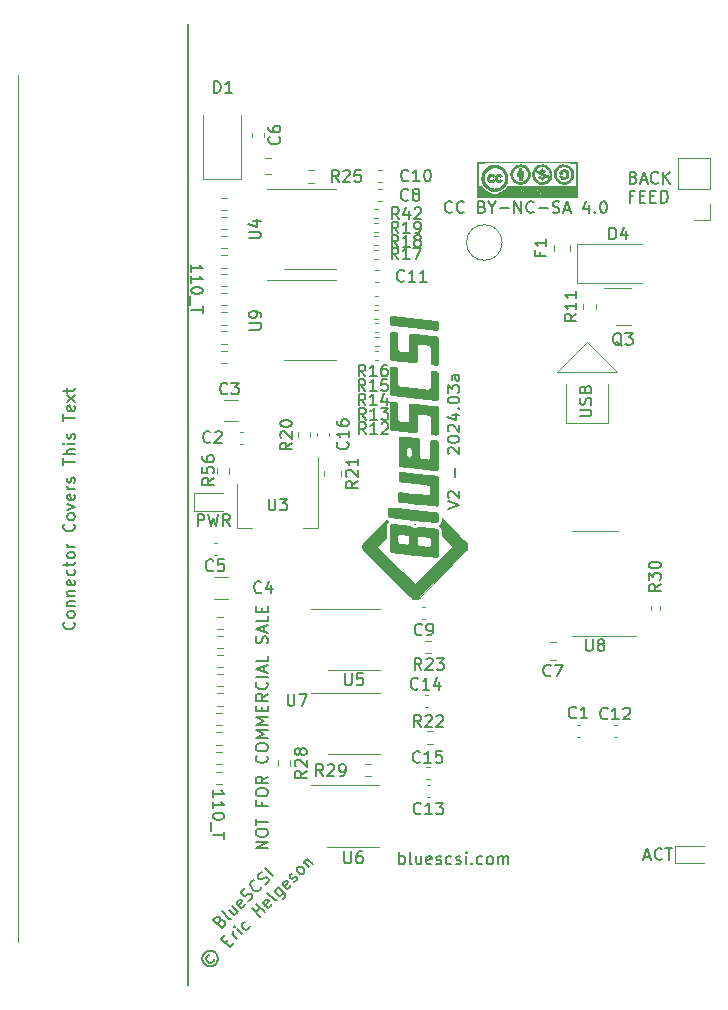
<source format=gbr>
%TF.GenerationSoftware,KiCad,Pcbnew,8.0.2-8.0.2-0~ubuntu22.04.1*%
%TF.CreationDate,2024-05-01T06:16:36-06:00*%
%TF.ProjectId,Centronics_50Pin,43656e74-726f-46e6-9963-735f35305069,1*%
%TF.SameCoordinates,Original*%
%TF.FileFunction,Legend,Top*%
%TF.FilePolarity,Positive*%
%FSLAX46Y46*%
G04 Gerber Fmt 4.6, Leading zero omitted, Abs format (unit mm)*
G04 Created by KiCad (PCBNEW 8.0.2-8.0.2-0~ubuntu22.04.1) date 2024-05-01 06:16:36*
%MOMM*%
%LPD*%
G01*
G04 APERTURE LIST*
%ADD10C,0.150000*%
%ADD11C,0.004000*%
%ADD12C,0.010000*%
%ADD13C,0.120000*%
G04 APERTURE END LIST*
D10*
X110649819Y-129713220D02*
X109649819Y-129713220D01*
X109649819Y-129713220D02*
X110649819Y-129141792D01*
X110649819Y-129141792D02*
X109649819Y-129141792D01*
X109649819Y-128475125D02*
X109649819Y-128284649D01*
X109649819Y-128284649D02*
X109697438Y-128189411D01*
X109697438Y-128189411D02*
X109792676Y-128094173D01*
X109792676Y-128094173D02*
X109983152Y-128046554D01*
X109983152Y-128046554D02*
X110316485Y-128046554D01*
X110316485Y-128046554D02*
X110506961Y-128094173D01*
X110506961Y-128094173D02*
X110602200Y-128189411D01*
X110602200Y-128189411D02*
X110649819Y-128284649D01*
X110649819Y-128284649D02*
X110649819Y-128475125D01*
X110649819Y-128475125D02*
X110602200Y-128570363D01*
X110602200Y-128570363D02*
X110506961Y-128665601D01*
X110506961Y-128665601D02*
X110316485Y-128713220D01*
X110316485Y-128713220D02*
X109983152Y-128713220D01*
X109983152Y-128713220D02*
X109792676Y-128665601D01*
X109792676Y-128665601D02*
X109697438Y-128570363D01*
X109697438Y-128570363D02*
X109649819Y-128475125D01*
X109649819Y-127760839D02*
X109649819Y-127189411D01*
X110649819Y-127475125D02*
X109649819Y-127475125D01*
X110126009Y-125760839D02*
X110126009Y-126094172D01*
X110649819Y-126094172D02*
X109649819Y-126094172D01*
X109649819Y-126094172D02*
X109649819Y-125617982D01*
X109649819Y-125046553D02*
X109649819Y-124856077D01*
X109649819Y-124856077D02*
X109697438Y-124760839D01*
X109697438Y-124760839D02*
X109792676Y-124665601D01*
X109792676Y-124665601D02*
X109983152Y-124617982D01*
X109983152Y-124617982D02*
X110316485Y-124617982D01*
X110316485Y-124617982D02*
X110506961Y-124665601D01*
X110506961Y-124665601D02*
X110602200Y-124760839D01*
X110602200Y-124760839D02*
X110649819Y-124856077D01*
X110649819Y-124856077D02*
X110649819Y-125046553D01*
X110649819Y-125046553D02*
X110602200Y-125141791D01*
X110602200Y-125141791D02*
X110506961Y-125237029D01*
X110506961Y-125237029D02*
X110316485Y-125284648D01*
X110316485Y-125284648D02*
X109983152Y-125284648D01*
X109983152Y-125284648D02*
X109792676Y-125237029D01*
X109792676Y-125237029D02*
X109697438Y-125141791D01*
X109697438Y-125141791D02*
X109649819Y-125046553D01*
X110649819Y-123617982D02*
X110173628Y-123951315D01*
X110649819Y-124189410D02*
X109649819Y-124189410D01*
X109649819Y-124189410D02*
X109649819Y-123808458D01*
X109649819Y-123808458D02*
X109697438Y-123713220D01*
X109697438Y-123713220D02*
X109745057Y-123665601D01*
X109745057Y-123665601D02*
X109840295Y-123617982D01*
X109840295Y-123617982D02*
X109983152Y-123617982D01*
X109983152Y-123617982D02*
X110078390Y-123665601D01*
X110078390Y-123665601D02*
X110126009Y-123713220D01*
X110126009Y-123713220D02*
X110173628Y-123808458D01*
X110173628Y-123808458D02*
X110173628Y-124189410D01*
X110554580Y-121856077D02*
X110602200Y-121903696D01*
X110602200Y-121903696D02*
X110649819Y-122046553D01*
X110649819Y-122046553D02*
X110649819Y-122141791D01*
X110649819Y-122141791D02*
X110602200Y-122284648D01*
X110602200Y-122284648D02*
X110506961Y-122379886D01*
X110506961Y-122379886D02*
X110411723Y-122427505D01*
X110411723Y-122427505D02*
X110221247Y-122475124D01*
X110221247Y-122475124D02*
X110078390Y-122475124D01*
X110078390Y-122475124D02*
X109887914Y-122427505D01*
X109887914Y-122427505D02*
X109792676Y-122379886D01*
X109792676Y-122379886D02*
X109697438Y-122284648D01*
X109697438Y-122284648D02*
X109649819Y-122141791D01*
X109649819Y-122141791D02*
X109649819Y-122046553D01*
X109649819Y-122046553D02*
X109697438Y-121903696D01*
X109697438Y-121903696D02*
X109745057Y-121856077D01*
X109649819Y-121237029D02*
X109649819Y-121046553D01*
X109649819Y-121046553D02*
X109697438Y-120951315D01*
X109697438Y-120951315D02*
X109792676Y-120856077D01*
X109792676Y-120856077D02*
X109983152Y-120808458D01*
X109983152Y-120808458D02*
X110316485Y-120808458D01*
X110316485Y-120808458D02*
X110506961Y-120856077D01*
X110506961Y-120856077D02*
X110602200Y-120951315D01*
X110602200Y-120951315D02*
X110649819Y-121046553D01*
X110649819Y-121046553D02*
X110649819Y-121237029D01*
X110649819Y-121237029D02*
X110602200Y-121332267D01*
X110602200Y-121332267D02*
X110506961Y-121427505D01*
X110506961Y-121427505D02*
X110316485Y-121475124D01*
X110316485Y-121475124D02*
X109983152Y-121475124D01*
X109983152Y-121475124D02*
X109792676Y-121427505D01*
X109792676Y-121427505D02*
X109697438Y-121332267D01*
X109697438Y-121332267D02*
X109649819Y-121237029D01*
X110649819Y-120379886D02*
X109649819Y-120379886D01*
X109649819Y-120379886D02*
X110364104Y-120046553D01*
X110364104Y-120046553D02*
X109649819Y-119713220D01*
X109649819Y-119713220D02*
X110649819Y-119713220D01*
X110649819Y-119237029D02*
X109649819Y-119237029D01*
X109649819Y-119237029D02*
X110364104Y-118903696D01*
X110364104Y-118903696D02*
X109649819Y-118570363D01*
X109649819Y-118570363D02*
X110649819Y-118570363D01*
X110126009Y-118094172D02*
X110126009Y-117760839D01*
X110649819Y-117617982D02*
X110649819Y-118094172D01*
X110649819Y-118094172D02*
X109649819Y-118094172D01*
X109649819Y-118094172D02*
X109649819Y-117617982D01*
X110649819Y-116617982D02*
X110173628Y-116951315D01*
X110649819Y-117189410D02*
X109649819Y-117189410D01*
X109649819Y-117189410D02*
X109649819Y-116808458D01*
X109649819Y-116808458D02*
X109697438Y-116713220D01*
X109697438Y-116713220D02*
X109745057Y-116665601D01*
X109745057Y-116665601D02*
X109840295Y-116617982D01*
X109840295Y-116617982D02*
X109983152Y-116617982D01*
X109983152Y-116617982D02*
X110078390Y-116665601D01*
X110078390Y-116665601D02*
X110126009Y-116713220D01*
X110126009Y-116713220D02*
X110173628Y-116808458D01*
X110173628Y-116808458D02*
X110173628Y-117189410D01*
X110554580Y-115617982D02*
X110602200Y-115665601D01*
X110602200Y-115665601D02*
X110649819Y-115808458D01*
X110649819Y-115808458D02*
X110649819Y-115903696D01*
X110649819Y-115903696D02*
X110602200Y-116046553D01*
X110602200Y-116046553D02*
X110506961Y-116141791D01*
X110506961Y-116141791D02*
X110411723Y-116189410D01*
X110411723Y-116189410D02*
X110221247Y-116237029D01*
X110221247Y-116237029D02*
X110078390Y-116237029D01*
X110078390Y-116237029D02*
X109887914Y-116189410D01*
X109887914Y-116189410D02*
X109792676Y-116141791D01*
X109792676Y-116141791D02*
X109697438Y-116046553D01*
X109697438Y-116046553D02*
X109649819Y-115903696D01*
X109649819Y-115903696D02*
X109649819Y-115808458D01*
X109649819Y-115808458D02*
X109697438Y-115665601D01*
X109697438Y-115665601D02*
X109745057Y-115617982D01*
X110649819Y-115189410D02*
X109649819Y-115189410D01*
X110364104Y-114760839D02*
X110364104Y-114284649D01*
X110649819Y-114856077D02*
X109649819Y-114522744D01*
X109649819Y-114522744D02*
X110649819Y-114189411D01*
X110649819Y-113379887D02*
X110649819Y-113856077D01*
X110649819Y-113856077D02*
X109649819Y-113856077D01*
X110602200Y-112332267D02*
X110649819Y-112189410D01*
X110649819Y-112189410D02*
X110649819Y-111951315D01*
X110649819Y-111951315D02*
X110602200Y-111856077D01*
X110602200Y-111856077D02*
X110554580Y-111808458D01*
X110554580Y-111808458D02*
X110459342Y-111760839D01*
X110459342Y-111760839D02*
X110364104Y-111760839D01*
X110364104Y-111760839D02*
X110268866Y-111808458D01*
X110268866Y-111808458D02*
X110221247Y-111856077D01*
X110221247Y-111856077D02*
X110173628Y-111951315D01*
X110173628Y-111951315D02*
X110126009Y-112141791D01*
X110126009Y-112141791D02*
X110078390Y-112237029D01*
X110078390Y-112237029D02*
X110030771Y-112284648D01*
X110030771Y-112284648D02*
X109935533Y-112332267D01*
X109935533Y-112332267D02*
X109840295Y-112332267D01*
X109840295Y-112332267D02*
X109745057Y-112284648D01*
X109745057Y-112284648D02*
X109697438Y-112237029D01*
X109697438Y-112237029D02*
X109649819Y-112141791D01*
X109649819Y-112141791D02*
X109649819Y-111903696D01*
X109649819Y-111903696D02*
X109697438Y-111760839D01*
X110364104Y-111379886D02*
X110364104Y-110903696D01*
X110649819Y-111475124D02*
X109649819Y-111141791D01*
X109649819Y-111141791D02*
X110649819Y-110808458D01*
X110649819Y-109998934D02*
X110649819Y-110475124D01*
X110649819Y-110475124D02*
X109649819Y-110475124D01*
X110126009Y-109665600D02*
X110126009Y-109332267D01*
X110649819Y-109189410D02*
X110649819Y-109665600D01*
X110649819Y-109665600D02*
X109649819Y-109665600D01*
X109649819Y-109665600D02*
X109649819Y-109189410D01*
X126258207Y-75804580D02*
X126210588Y-75852200D01*
X126210588Y-75852200D02*
X126067731Y-75899819D01*
X126067731Y-75899819D02*
X125972493Y-75899819D01*
X125972493Y-75899819D02*
X125829636Y-75852200D01*
X125829636Y-75852200D02*
X125734398Y-75756961D01*
X125734398Y-75756961D02*
X125686779Y-75661723D01*
X125686779Y-75661723D02*
X125639160Y-75471247D01*
X125639160Y-75471247D02*
X125639160Y-75328390D01*
X125639160Y-75328390D02*
X125686779Y-75137914D01*
X125686779Y-75137914D02*
X125734398Y-75042676D01*
X125734398Y-75042676D02*
X125829636Y-74947438D01*
X125829636Y-74947438D02*
X125972493Y-74899819D01*
X125972493Y-74899819D02*
X126067731Y-74899819D01*
X126067731Y-74899819D02*
X126210588Y-74947438D01*
X126210588Y-74947438D02*
X126258207Y-74995057D01*
X127258207Y-75804580D02*
X127210588Y-75852200D01*
X127210588Y-75852200D02*
X127067731Y-75899819D01*
X127067731Y-75899819D02*
X126972493Y-75899819D01*
X126972493Y-75899819D02*
X126829636Y-75852200D01*
X126829636Y-75852200D02*
X126734398Y-75756961D01*
X126734398Y-75756961D02*
X126686779Y-75661723D01*
X126686779Y-75661723D02*
X126639160Y-75471247D01*
X126639160Y-75471247D02*
X126639160Y-75328390D01*
X126639160Y-75328390D02*
X126686779Y-75137914D01*
X126686779Y-75137914D02*
X126734398Y-75042676D01*
X126734398Y-75042676D02*
X126829636Y-74947438D01*
X126829636Y-74947438D02*
X126972493Y-74899819D01*
X126972493Y-74899819D02*
X127067731Y-74899819D01*
X127067731Y-74899819D02*
X127210588Y-74947438D01*
X127210588Y-74947438D02*
X127258207Y-74995057D01*
X128782017Y-75376009D02*
X128924874Y-75423628D01*
X128924874Y-75423628D02*
X128972493Y-75471247D01*
X128972493Y-75471247D02*
X129020112Y-75566485D01*
X129020112Y-75566485D02*
X129020112Y-75709342D01*
X129020112Y-75709342D02*
X128972493Y-75804580D01*
X128972493Y-75804580D02*
X128924874Y-75852200D01*
X128924874Y-75852200D02*
X128829636Y-75899819D01*
X128829636Y-75899819D02*
X128448684Y-75899819D01*
X128448684Y-75899819D02*
X128448684Y-74899819D01*
X128448684Y-74899819D02*
X128782017Y-74899819D01*
X128782017Y-74899819D02*
X128877255Y-74947438D01*
X128877255Y-74947438D02*
X128924874Y-74995057D01*
X128924874Y-74995057D02*
X128972493Y-75090295D01*
X128972493Y-75090295D02*
X128972493Y-75185533D01*
X128972493Y-75185533D02*
X128924874Y-75280771D01*
X128924874Y-75280771D02*
X128877255Y-75328390D01*
X128877255Y-75328390D02*
X128782017Y-75376009D01*
X128782017Y-75376009D02*
X128448684Y-75376009D01*
X129639160Y-75423628D02*
X129639160Y-75899819D01*
X129305827Y-74899819D02*
X129639160Y-75423628D01*
X129639160Y-75423628D02*
X129972493Y-74899819D01*
X130305827Y-75518866D02*
X131067732Y-75518866D01*
X131543922Y-75899819D02*
X131543922Y-74899819D01*
X131543922Y-74899819D02*
X132115350Y-75899819D01*
X132115350Y-75899819D02*
X132115350Y-74899819D01*
X133162969Y-75804580D02*
X133115350Y-75852200D01*
X133115350Y-75852200D02*
X132972493Y-75899819D01*
X132972493Y-75899819D02*
X132877255Y-75899819D01*
X132877255Y-75899819D02*
X132734398Y-75852200D01*
X132734398Y-75852200D02*
X132639160Y-75756961D01*
X132639160Y-75756961D02*
X132591541Y-75661723D01*
X132591541Y-75661723D02*
X132543922Y-75471247D01*
X132543922Y-75471247D02*
X132543922Y-75328390D01*
X132543922Y-75328390D02*
X132591541Y-75137914D01*
X132591541Y-75137914D02*
X132639160Y-75042676D01*
X132639160Y-75042676D02*
X132734398Y-74947438D01*
X132734398Y-74947438D02*
X132877255Y-74899819D01*
X132877255Y-74899819D02*
X132972493Y-74899819D01*
X132972493Y-74899819D02*
X133115350Y-74947438D01*
X133115350Y-74947438D02*
X133162969Y-74995057D01*
X133591541Y-75518866D02*
X134353446Y-75518866D01*
X134782017Y-75852200D02*
X134924874Y-75899819D01*
X134924874Y-75899819D02*
X135162969Y-75899819D01*
X135162969Y-75899819D02*
X135258207Y-75852200D01*
X135258207Y-75852200D02*
X135305826Y-75804580D01*
X135305826Y-75804580D02*
X135353445Y-75709342D01*
X135353445Y-75709342D02*
X135353445Y-75614104D01*
X135353445Y-75614104D02*
X135305826Y-75518866D01*
X135305826Y-75518866D02*
X135258207Y-75471247D01*
X135258207Y-75471247D02*
X135162969Y-75423628D01*
X135162969Y-75423628D02*
X134972493Y-75376009D01*
X134972493Y-75376009D02*
X134877255Y-75328390D01*
X134877255Y-75328390D02*
X134829636Y-75280771D01*
X134829636Y-75280771D02*
X134782017Y-75185533D01*
X134782017Y-75185533D02*
X134782017Y-75090295D01*
X134782017Y-75090295D02*
X134829636Y-74995057D01*
X134829636Y-74995057D02*
X134877255Y-74947438D01*
X134877255Y-74947438D02*
X134972493Y-74899819D01*
X134972493Y-74899819D02*
X135210588Y-74899819D01*
X135210588Y-74899819D02*
X135353445Y-74947438D01*
X135734398Y-75614104D02*
X136210588Y-75614104D01*
X135639160Y-75899819D02*
X135972493Y-74899819D01*
X135972493Y-74899819D02*
X136305826Y-75899819D01*
X137829636Y-75233152D02*
X137829636Y-75899819D01*
X137591541Y-74852200D02*
X137353446Y-75566485D01*
X137353446Y-75566485D02*
X137972493Y-75566485D01*
X138353446Y-75804580D02*
X138401065Y-75852200D01*
X138401065Y-75852200D02*
X138353446Y-75899819D01*
X138353446Y-75899819D02*
X138305827Y-75852200D01*
X138305827Y-75852200D02*
X138353446Y-75804580D01*
X138353446Y-75804580D02*
X138353446Y-75899819D01*
X139020112Y-74899819D02*
X139115350Y-74899819D01*
X139115350Y-74899819D02*
X139210588Y-74947438D01*
X139210588Y-74947438D02*
X139258207Y-74995057D01*
X139258207Y-74995057D02*
X139305826Y-75090295D01*
X139305826Y-75090295D02*
X139353445Y-75280771D01*
X139353445Y-75280771D02*
X139353445Y-75518866D01*
X139353445Y-75518866D02*
X139305826Y-75709342D01*
X139305826Y-75709342D02*
X139258207Y-75804580D01*
X139258207Y-75804580D02*
X139210588Y-75852200D01*
X139210588Y-75852200D02*
X139115350Y-75899819D01*
X139115350Y-75899819D02*
X139020112Y-75899819D01*
X139020112Y-75899819D02*
X138924874Y-75852200D01*
X138924874Y-75852200D02*
X138877255Y-75804580D01*
X138877255Y-75804580D02*
X138829636Y-75709342D01*
X138829636Y-75709342D02*
X138782017Y-75518866D01*
X138782017Y-75518866D02*
X138782017Y-75280771D01*
X138782017Y-75280771D02*
X138829636Y-75090295D01*
X138829636Y-75090295D02*
X138877255Y-74995057D01*
X138877255Y-74995057D02*
X138924874Y-74947438D01*
X138924874Y-74947438D02*
X139020112Y-74899819D01*
D11*
X123043166Y-102223521D02*
X123048517Y-102223885D01*
X123054025Y-102224447D01*
X123059549Y-102225208D01*
X123064950Y-102226167D01*
X123091056Y-102231811D01*
X123071300Y-102238162D01*
X123068570Y-102239145D01*
X123065928Y-102239981D01*
X123063365Y-102240667D01*
X123060871Y-102241204D01*
X123058434Y-102241593D01*
X123056045Y-102241832D01*
X123053693Y-102241923D01*
X123051368Y-102241865D01*
X123049059Y-102241659D01*
X123046757Y-102241303D01*
X123044451Y-102240799D01*
X123042130Y-102240145D01*
X123039784Y-102239343D01*
X123037403Y-102238392D01*
X123034977Y-102237293D01*
X123032494Y-102236044D01*
X123029633Y-102234662D01*
X123027128Y-102233416D01*
X123024975Y-102232297D01*
X123023168Y-102231293D01*
X123022391Y-102230830D01*
X123021699Y-102230392D01*
X123021090Y-102229977D01*
X123020563Y-102229583D01*
X123020118Y-102229209D01*
X123019754Y-102228855D01*
X123019470Y-102228517D01*
X123019265Y-102228195D01*
X123019139Y-102227888D01*
X123019090Y-102227594D01*
X123019119Y-102227311D01*
X123019224Y-102227039D01*
X123019404Y-102226776D01*
X123019659Y-102226519D01*
X123019988Y-102226269D01*
X123020390Y-102226024D01*
X123020864Y-102225781D01*
X123021410Y-102225540D01*
X123022026Y-102225299D01*
X123022713Y-102225058D01*
X123024293Y-102224565D01*
X123026144Y-102224050D01*
X123027704Y-102223810D01*
X123029461Y-102223620D01*
X123033497Y-102223389D01*
X123038113Y-102223356D01*
X123043166Y-102223521D01*
G36*
X123043166Y-102223521D02*
G01*
X123048517Y-102223885D01*
X123054025Y-102224447D01*
X123059549Y-102225208D01*
X123064950Y-102226167D01*
X123091056Y-102231811D01*
X123071300Y-102238162D01*
X123068570Y-102239145D01*
X123065928Y-102239981D01*
X123063365Y-102240667D01*
X123060871Y-102241204D01*
X123058434Y-102241593D01*
X123056045Y-102241832D01*
X123053693Y-102241923D01*
X123051368Y-102241865D01*
X123049059Y-102241659D01*
X123046757Y-102241303D01*
X123044451Y-102240799D01*
X123042130Y-102240145D01*
X123039784Y-102239343D01*
X123037403Y-102238392D01*
X123034977Y-102237293D01*
X123032494Y-102236044D01*
X123029633Y-102234662D01*
X123027128Y-102233416D01*
X123024975Y-102232297D01*
X123023168Y-102231293D01*
X123022391Y-102230830D01*
X123021699Y-102230392D01*
X123021090Y-102229977D01*
X123020563Y-102229583D01*
X123020118Y-102229209D01*
X123019754Y-102228855D01*
X123019470Y-102228517D01*
X123019265Y-102228195D01*
X123019139Y-102227888D01*
X123019090Y-102227594D01*
X123019119Y-102227311D01*
X123019224Y-102227039D01*
X123019404Y-102226776D01*
X123019659Y-102226519D01*
X123019988Y-102226269D01*
X123020390Y-102226024D01*
X123020864Y-102225781D01*
X123021410Y-102225540D01*
X123022026Y-102225299D01*
X123022713Y-102225058D01*
X123024293Y-102224565D01*
X123026144Y-102224050D01*
X123027704Y-102223810D01*
X123029461Y-102223620D01*
X123033497Y-102223389D01*
X123038113Y-102223356D01*
X123043166Y-102223521D01*
G37*
D10*
X103886000Y-141274800D02*
X103886000Y-59944000D01*
D11*
X121196688Y-85960605D02*
X121211170Y-85961157D01*
X121245223Y-85963486D01*
X121287196Y-85967435D01*
X121338455Y-85972989D01*
X121361489Y-85975712D01*
X121382298Y-85978367D01*
X121401070Y-85981021D01*
X121417996Y-85983738D01*
X121433264Y-85986582D01*
X121447063Y-85989620D01*
X121459582Y-85992917D01*
X121465421Y-85994682D01*
X121471012Y-85996537D01*
X121476376Y-85998488D01*
X121481540Y-86000545D01*
X121486525Y-86002716D01*
X121491356Y-86005007D01*
X121496056Y-86007429D01*
X121500649Y-86009988D01*
X121505158Y-86012694D01*
X121509608Y-86015553D01*
X121518422Y-86021767D01*
X121527281Y-86028695D01*
X121536374Y-86036402D01*
X121545889Y-86044954D01*
X121549110Y-86048034D01*
X121552411Y-86051433D01*
X121555772Y-86055124D01*
X121559173Y-86059078D01*
X121562595Y-86063267D01*
X121566018Y-86067664D01*
X121569422Y-86072241D01*
X121572788Y-86076970D01*
X121576096Y-86081823D01*
X121579327Y-86086772D01*
X121582460Y-86091789D01*
X121585477Y-86096847D01*
X121588357Y-86101917D01*
X121591081Y-86106971D01*
X121593630Y-86111982D01*
X121595983Y-86116922D01*
X121616444Y-86160667D01*
X121619972Y-86830945D01*
X121621192Y-87042976D01*
X121622320Y-87205340D01*
X121622905Y-87270070D01*
X121623532Y-87324991D01*
X121624222Y-87370972D01*
X121624999Y-87408882D01*
X121625883Y-87439590D01*
X121626897Y-87463966D01*
X121627458Y-87474051D01*
X121628061Y-87482879D01*
X121628706Y-87490558D01*
X121629398Y-87497197D01*
X121630138Y-87502906D01*
X121630929Y-87507791D01*
X121631774Y-87511963D01*
X121632676Y-87515530D01*
X121633637Y-87518600D01*
X121634661Y-87521281D01*
X121635749Y-87523684D01*
X121636905Y-87525916D01*
X121641900Y-87535003D01*
X121647094Y-87543745D01*
X121652492Y-87552144D01*
X121658094Y-87560202D01*
X121663903Y-87567921D01*
X121669920Y-87575303D01*
X121676149Y-87582350D01*
X121682590Y-87589064D01*
X121689246Y-87595447D01*
X121696120Y-87601502D01*
X121703212Y-87607230D01*
X121710526Y-87612634D01*
X121718063Y-87617714D01*
X121725825Y-87622475D01*
X121733814Y-87626917D01*
X121742033Y-87631043D01*
X121757163Y-87638159D01*
X121773508Y-87644052D01*
X121795128Y-87649349D01*
X121826082Y-87654679D01*
X121870432Y-87660671D01*
X121932236Y-87667953D01*
X122124445Y-87688899D01*
X122262336Y-87702790D01*
X122376681Y-87713241D01*
X122422128Y-87716929D01*
X122458216Y-87719459D01*
X122483787Y-87720733D01*
X122492267Y-87720867D01*
X122497683Y-87720650D01*
X122505431Y-87719596D01*
X122513299Y-87718038D01*
X122521241Y-87716004D01*
X122529213Y-87713517D01*
X122537167Y-87710605D01*
X122545060Y-87707292D01*
X122552845Y-87703606D01*
X122560478Y-87699571D01*
X122567911Y-87695214D01*
X122575101Y-87690560D01*
X122582002Y-87685635D01*
X122588567Y-87680466D01*
X122594753Y-87675077D01*
X122600512Y-87669495D01*
X122605800Y-87663746D01*
X122610572Y-87657854D01*
X122624019Y-87639992D01*
X122629414Y-87630808D01*
X122634010Y-87619732D01*
X122637869Y-87605474D01*
X122641057Y-87586740D01*
X122645673Y-87530679D01*
X122648372Y-87441214D01*
X122649664Y-87308010D01*
X122650083Y-86869043D01*
X122650162Y-86662704D01*
X122650447Y-86500104D01*
X122651013Y-86376100D01*
X122651935Y-86285550D01*
X122652553Y-86251212D01*
X122653287Y-86223310D01*
X122654148Y-86201199D01*
X122655143Y-86184237D01*
X122656284Y-86171781D01*
X122657579Y-86163189D01*
X122658286Y-86160140D01*
X122659036Y-86157817D01*
X122659829Y-86156138D01*
X122660667Y-86155022D01*
X122663689Y-86152404D01*
X122667677Y-86149849D01*
X122672556Y-86147373D01*
X122678250Y-86144990D01*
X122684685Y-86142715D01*
X122691784Y-86140561D01*
X122699472Y-86138544D01*
X122707674Y-86136678D01*
X122716314Y-86134977D01*
X122725317Y-86133456D01*
X122734607Y-86132129D01*
X122744109Y-86131011D01*
X122753748Y-86130116D01*
X122763447Y-86129459D01*
X122773132Y-86129055D01*
X122782728Y-86128917D01*
X123113633Y-86160755D01*
X123853055Y-86237571D01*
X124396476Y-86294877D01*
X124579225Y-86314690D01*
X124713216Y-86329824D01*
X124806361Y-86341188D01*
X124840090Y-86345740D01*
X124866575Y-86349690D01*
X124886805Y-86353153D01*
X124901769Y-86356241D01*
X124912456Y-86359070D01*
X124919855Y-86361751D01*
X124929140Y-86366116D01*
X124938438Y-86371235D01*
X124947697Y-86377052D01*
X124956864Y-86383513D01*
X124965886Y-86390560D01*
X124974711Y-86398139D01*
X124983285Y-86406193D01*
X124991557Y-86414667D01*
X124999474Y-86423505D01*
X125006982Y-86432650D01*
X125014029Y-86442048D01*
X125020562Y-86451642D01*
X125026529Y-86461377D01*
X125031877Y-86471197D01*
X125036554Y-86481045D01*
X125040505Y-86490867D01*
X125056028Y-86531788D01*
X125056028Y-87567544D01*
X125056097Y-87948366D01*
X125056037Y-88099844D01*
X125055785Y-88228099D01*
X125055244Y-88335179D01*
X125054316Y-88423133D01*
X125053677Y-88460577D01*
X125052905Y-88494008D01*
X125051987Y-88523682D01*
X125050913Y-88549854D01*
X125049668Y-88572781D01*
X125048242Y-88592719D01*
X125046623Y-88609924D01*
X125044797Y-88624651D01*
X125042753Y-88637158D01*
X125040479Y-88647699D01*
X125037963Y-88656532D01*
X125036610Y-88660387D01*
X125035192Y-88663911D01*
X125033707Y-88667136D01*
X125032155Y-88670094D01*
X125028838Y-88675336D01*
X125025231Y-88679893D01*
X125021321Y-88684022D01*
X125002406Y-88701371D01*
X124998335Y-88705358D01*
X124994310Y-88709123D01*
X124990312Y-88712675D01*
X124986321Y-88716023D01*
X124982318Y-88719177D01*
X124978283Y-88722146D01*
X124974196Y-88724939D01*
X124970038Y-88727565D01*
X124965789Y-88730035D01*
X124961429Y-88732357D01*
X124956940Y-88734540D01*
X124952300Y-88736595D01*
X124947491Y-88738529D01*
X124942492Y-88740353D01*
X124937285Y-88742075D01*
X124931850Y-88743705D01*
X124918619Y-88747171D01*
X124906307Y-88749603D01*
X124899934Y-88750418D01*
X124893117Y-88750960D01*
X124885633Y-88751223D01*
X124877257Y-88751201D01*
X124856933Y-88750285D01*
X124830349Y-88748170D01*
X124795712Y-88744814D01*
X124751227Y-88740178D01*
X124716976Y-88736505D01*
X124686636Y-88732890D01*
X124660083Y-88729325D01*
X124637192Y-88725802D01*
X124617840Y-88722311D01*
X124609453Y-88720575D01*
X124601903Y-88718845D01*
X124595177Y-88717119D01*
X124589257Y-88715396D01*
X124584129Y-88713675D01*
X124579778Y-88711955D01*
X124571533Y-88707943D01*
X124563233Y-88703342D01*
X124554920Y-88698192D01*
X124546639Y-88692530D01*
X124538431Y-88686398D01*
X124530342Y-88679833D01*
X124522414Y-88672876D01*
X124514690Y-88665565D01*
X124507215Y-88657940D01*
X124500031Y-88650040D01*
X124493181Y-88641904D01*
X124486711Y-88633572D01*
X124480661Y-88625083D01*
X124475077Y-88616476D01*
X124470002Y-88607790D01*
X124465478Y-88599065D01*
X124445722Y-88559556D01*
X124442194Y-87889278D01*
X124440999Y-87668171D01*
X124440456Y-87578565D01*
X124439912Y-87501553D01*
X124439339Y-87436108D01*
X124438709Y-87381203D01*
X124437994Y-87335811D01*
X124437597Y-87316361D01*
X124437167Y-87298904D01*
X124436702Y-87283311D01*
X124436199Y-87269455D01*
X124435654Y-87257206D01*
X124435063Y-87246437D01*
X124434423Y-87237018D01*
X124433730Y-87228822D01*
X124432981Y-87221719D01*
X124432173Y-87215583D01*
X124431302Y-87210283D01*
X124430364Y-87205693D01*
X124429356Y-87201682D01*
X124428275Y-87198124D01*
X124427116Y-87194889D01*
X124425878Y-87191849D01*
X124423144Y-87185840D01*
X124419125Y-87177736D01*
X124414505Y-87169592D01*
X124409330Y-87161449D01*
X124403642Y-87153351D01*
X124397488Y-87145340D01*
X124390911Y-87137458D01*
X124383955Y-87129748D01*
X124376666Y-87122251D01*
X124369087Y-87115011D01*
X124361263Y-87108070D01*
X124353239Y-87101469D01*
X124345059Y-87095252D01*
X124336767Y-87089461D01*
X124328408Y-87084138D01*
X124320027Y-87079326D01*
X124311667Y-87075066D01*
X124298534Y-87069831D01*
X124280291Y-87064935D01*
X124253748Y-87059923D01*
X124215711Y-87054340D01*
X124092393Y-87039645D01*
X123884805Y-87017210D01*
X123728878Y-87001182D01*
X123593587Y-86987931D01*
X123493487Y-86978913D01*
X123461180Y-86976447D01*
X123443127Y-86975584D01*
X123429018Y-86975934D01*
X123415514Y-86976992D01*
X123408982Y-86977792D01*
X123402593Y-86978775D01*
X123396344Y-86979941D01*
X123390233Y-86981295D01*
X123384255Y-86982836D01*
X123378410Y-86984567D01*
X123372692Y-86986490D01*
X123367101Y-86988607D01*
X123361633Y-86990918D01*
X123356284Y-86993427D01*
X123351053Y-86996135D01*
X123345937Y-86999044D01*
X123340932Y-87002155D01*
X123336036Y-87005471D01*
X123331246Y-87008992D01*
X123326559Y-87012722D01*
X123321972Y-87016662D01*
X123317483Y-87020813D01*
X123313088Y-87025177D01*
X123308785Y-87029757D01*
X123304571Y-87034554D01*
X123300443Y-87039570D01*
X123296398Y-87044806D01*
X123292433Y-87050265D01*
X123284734Y-87061857D01*
X123277322Y-87074361D01*
X123274431Y-87085283D01*
X123272052Y-87109617D01*
X123268503Y-87214590D01*
X123266011Y-87421428D01*
X123263917Y-87762278D01*
X123260389Y-88432557D01*
X123239222Y-88471360D01*
X123234201Y-88479955D01*
X123228682Y-88488261D01*
X123222698Y-88496252D01*
X123216281Y-88503904D01*
X123209462Y-88511193D01*
X123202275Y-88518092D01*
X123194751Y-88524579D01*
X123186923Y-88530627D01*
X123178821Y-88536212D01*
X123170479Y-88541309D01*
X123161927Y-88545894D01*
X123153199Y-88549941D01*
X123144327Y-88553426D01*
X123135341Y-88556324D01*
X123126276Y-88558610D01*
X123117161Y-88560259D01*
X123047730Y-88556787D01*
X122867042Y-88540416D01*
X122127972Y-88465010D01*
X121647500Y-88413913D01*
X121478771Y-88395546D01*
X121350715Y-88381138D01*
X121258079Y-88370071D01*
X121195614Y-88361724D01*
X121174054Y-88358377D01*
X121158069Y-88355478D01*
X121147001Y-88352948D01*
X121140194Y-88350711D01*
X121131857Y-88346706D01*
X121123535Y-88342122D01*
X121115261Y-88336989D01*
X121107066Y-88331341D01*
X121098983Y-88325209D01*
X121091044Y-88318626D01*
X121083280Y-88311623D01*
X121075724Y-88304232D01*
X121068408Y-88296486D01*
X121061364Y-88288416D01*
X121054623Y-88280055D01*
X121048218Y-88271435D01*
X121042182Y-88262587D01*
X121036545Y-88253544D01*
X121031340Y-88244338D01*
X121026600Y-88235000D01*
X121006139Y-88192667D01*
X121006139Y-86097166D01*
X121023072Y-86061890D01*
X121026861Y-86054140D01*
X121030828Y-86046758D01*
X121034984Y-86039728D01*
X121039344Y-86033039D01*
X121043918Y-86026676D01*
X121048720Y-86020627D01*
X121053762Y-86014877D01*
X121059055Y-86009414D01*
X121064614Y-86004223D01*
X121070449Y-85999292D01*
X121076574Y-85994607D01*
X121083000Y-85990154D01*
X121089741Y-85985920D01*
X121096808Y-85981892D01*
X121104215Y-85978057D01*
X121111972Y-85974400D01*
X121119376Y-85971175D01*
X121126884Y-85968378D01*
X121134667Y-85966007D01*
X121142895Y-85964059D01*
X121151740Y-85962533D01*
X121161371Y-85961427D01*
X121171959Y-85960738D01*
X121183674Y-85960465D01*
X121196688Y-85960605D01*
G36*
X121196688Y-85960605D02*
G01*
X121211170Y-85961157D01*
X121245223Y-85963486D01*
X121287196Y-85967435D01*
X121338455Y-85972989D01*
X121361489Y-85975712D01*
X121382298Y-85978367D01*
X121401070Y-85981021D01*
X121417996Y-85983738D01*
X121433264Y-85986582D01*
X121447063Y-85989620D01*
X121459582Y-85992917D01*
X121465421Y-85994682D01*
X121471012Y-85996537D01*
X121476376Y-85998488D01*
X121481540Y-86000545D01*
X121486525Y-86002716D01*
X121491356Y-86005007D01*
X121496056Y-86007429D01*
X121500649Y-86009988D01*
X121505158Y-86012694D01*
X121509608Y-86015553D01*
X121518422Y-86021767D01*
X121527281Y-86028695D01*
X121536374Y-86036402D01*
X121545889Y-86044954D01*
X121549110Y-86048034D01*
X121552411Y-86051433D01*
X121555772Y-86055124D01*
X121559173Y-86059078D01*
X121562595Y-86063267D01*
X121566018Y-86067664D01*
X121569422Y-86072241D01*
X121572788Y-86076970D01*
X121576096Y-86081823D01*
X121579327Y-86086772D01*
X121582460Y-86091789D01*
X121585477Y-86096847D01*
X121588357Y-86101917D01*
X121591081Y-86106971D01*
X121593630Y-86111982D01*
X121595983Y-86116922D01*
X121616444Y-86160667D01*
X121619972Y-86830945D01*
X121621192Y-87042976D01*
X121622320Y-87205340D01*
X121622905Y-87270070D01*
X121623532Y-87324991D01*
X121624222Y-87370972D01*
X121624999Y-87408882D01*
X121625883Y-87439590D01*
X121626897Y-87463966D01*
X121627458Y-87474051D01*
X121628061Y-87482879D01*
X121628706Y-87490558D01*
X121629398Y-87497197D01*
X121630138Y-87502906D01*
X121630929Y-87507791D01*
X121631774Y-87511963D01*
X121632676Y-87515530D01*
X121633637Y-87518600D01*
X121634661Y-87521281D01*
X121635749Y-87523684D01*
X121636905Y-87525916D01*
X121641900Y-87535003D01*
X121647094Y-87543745D01*
X121652492Y-87552144D01*
X121658094Y-87560202D01*
X121663903Y-87567921D01*
X121669920Y-87575303D01*
X121676149Y-87582350D01*
X121682590Y-87589064D01*
X121689246Y-87595447D01*
X121696120Y-87601502D01*
X121703212Y-87607230D01*
X121710526Y-87612634D01*
X121718063Y-87617714D01*
X121725825Y-87622475D01*
X121733814Y-87626917D01*
X121742033Y-87631043D01*
X121757163Y-87638159D01*
X121773508Y-87644052D01*
X121795128Y-87649349D01*
X121826082Y-87654679D01*
X121870432Y-87660671D01*
X121932236Y-87667953D01*
X122124445Y-87688899D01*
X122262336Y-87702790D01*
X122376681Y-87713241D01*
X122422128Y-87716929D01*
X122458216Y-87719459D01*
X122483787Y-87720733D01*
X122492267Y-87720867D01*
X122497683Y-87720650D01*
X122505431Y-87719596D01*
X122513299Y-87718038D01*
X122521241Y-87716004D01*
X122529213Y-87713517D01*
X122537167Y-87710605D01*
X122545060Y-87707292D01*
X122552845Y-87703606D01*
X122560478Y-87699571D01*
X122567911Y-87695214D01*
X122575101Y-87690560D01*
X122582002Y-87685635D01*
X122588567Y-87680466D01*
X122594753Y-87675077D01*
X122600512Y-87669495D01*
X122605800Y-87663746D01*
X122610572Y-87657854D01*
X122624019Y-87639992D01*
X122629414Y-87630808D01*
X122634010Y-87619732D01*
X122637869Y-87605474D01*
X122641057Y-87586740D01*
X122645673Y-87530679D01*
X122648372Y-87441214D01*
X122649664Y-87308010D01*
X122650083Y-86869043D01*
X122650162Y-86662704D01*
X122650447Y-86500104D01*
X122651013Y-86376100D01*
X122651935Y-86285550D01*
X122652553Y-86251212D01*
X122653287Y-86223310D01*
X122654148Y-86201199D01*
X122655143Y-86184237D01*
X122656284Y-86171781D01*
X122657579Y-86163189D01*
X122658286Y-86160140D01*
X122659036Y-86157817D01*
X122659829Y-86156138D01*
X122660667Y-86155022D01*
X122663689Y-86152404D01*
X122667677Y-86149849D01*
X122672556Y-86147373D01*
X122678250Y-86144990D01*
X122684685Y-86142715D01*
X122691784Y-86140561D01*
X122699472Y-86138544D01*
X122707674Y-86136678D01*
X122716314Y-86134977D01*
X122725317Y-86133456D01*
X122734607Y-86132129D01*
X122744109Y-86131011D01*
X122753748Y-86130116D01*
X122763447Y-86129459D01*
X122773132Y-86129055D01*
X122782728Y-86128917D01*
X123113633Y-86160755D01*
X123853055Y-86237571D01*
X124396476Y-86294877D01*
X124579225Y-86314690D01*
X124713216Y-86329824D01*
X124806361Y-86341188D01*
X124840090Y-86345740D01*
X124866575Y-86349690D01*
X124886805Y-86353153D01*
X124901769Y-86356241D01*
X124912456Y-86359070D01*
X124919855Y-86361751D01*
X124929140Y-86366116D01*
X124938438Y-86371235D01*
X124947697Y-86377052D01*
X124956864Y-86383513D01*
X124965886Y-86390560D01*
X124974711Y-86398139D01*
X124983285Y-86406193D01*
X124991557Y-86414667D01*
X124999474Y-86423505D01*
X125006982Y-86432650D01*
X125014029Y-86442048D01*
X125020562Y-86451642D01*
X125026529Y-86461377D01*
X125031877Y-86471197D01*
X125036554Y-86481045D01*
X125040505Y-86490867D01*
X125056028Y-86531788D01*
X125056028Y-87567544D01*
X125056097Y-87948366D01*
X125056037Y-88099844D01*
X125055785Y-88228099D01*
X125055244Y-88335179D01*
X125054316Y-88423133D01*
X125053677Y-88460577D01*
X125052905Y-88494008D01*
X125051987Y-88523682D01*
X125050913Y-88549854D01*
X125049668Y-88572781D01*
X125048242Y-88592719D01*
X125046623Y-88609924D01*
X125044797Y-88624651D01*
X125042753Y-88637158D01*
X125040479Y-88647699D01*
X125037963Y-88656532D01*
X125036610Y-88660387D01*
X125035192Y-88663911D01*
X125033707Y-88667136D01*
X125032155Y-88670094D01*
X125028838Y-88675336D01*
X125025231Y-88679893D01*
X125021321Y-88684022D01*
X125002406Y-88701371D01*
X124998335Y-88705358D01*
X124994310Y-88709123D01*
X124990312Y-88712675D01*
X124986321Y-88716023D01*
X124982318Y-88719177D01*
X124978283Y-88722146D01*
X124974196Y-88724939D01*
X124970038Y-88727565D01*
X124965789Y-88730035D01*
X124961429Y-88732357D01*
X124956940Y-88734540D01*
X124952300Y-88736595D01*
X124947491Y-88738529D01*
X124942492Y-88740353D01*
X124937285Y-88742075D01*
X124931850Y-88743705D01*
X124918619Y-88747171D01*
X124906307Y-88749603D01*
X124899934Y-88750418D01*
X124893117Y-88750960D01*
X124885633Y-88751223D01*
X124877257Y-88751201D01*
X124856933Y-88750285D01*
X124830349Y-88748170D01*
X124795712Y-88744814D01*
X124751227Y-88740178D01*
X124716976Y-88736505D01*
X124686636Y-88732890D01*
X124660083Y-88729325D01*
X124637192Y-88725802D01*
X124617840Y-88722311D01*
X124609453Y-88720575D01*
X124601903Y-88718845D01*
X124595177Y-88717119D01*
X124589257Y-88715396D01*
X124584129Y-88713675D01*
X124579778Y-88711955D01*
X124571533Y-88707943D01*
X124563233Y-88703342D01*
X124554920Y-88698192D01*
X124546639Y-88692530D01*
X124538431Y-88686398D01*
X124530342Y-88679833D01*
X124522414Y-88672876D01*
X124514690Y-88665565D01*
X124507215Y-88657940D01*
X124500031Y-88650040D01*
X124493181Y-88641904D01*
X124486711Y-88633572D01*
X124480661Y-88625083D01*
X124475077Y-88616476D01*
X124470002Y-88607790D01*
X124465478Y-88599065D01*
X124445722Y-88559556D01*
X124442194Y-87889278D01*
X124440999Y-87668171D01*
X124440456Y-87578565D01*
X124439912Y-87501553D01*
X124439339Y-87436108D01*
X124438709Y-87381203D01*
X124437994Y-87335811D01*
X124437597Y-87316361D01*
X124437167Y-87298904D01*
X124436702Y-87283311D01*
X124436199Y-87269455D01*
X124435654Y-87257206D01*
X124435063Y-87246437D01*
X124434423Y-87237018D01*
X124433730Y-87228822D01*
X124432981Y-87221719D01*
X124432173Y-87215583D01*
X124431302Y-87210283D01*
X124430364Y-87205693D01*
X124429356Y-87201682D01*
X124428275Y-87198124D01*
X124427116Y-87194889D01*
X124425878Y-87191849D01*
X124423144Y-87185840D01*
X124419125Y-87177736D01*
X124414505Y-87169592D01*
X124409330Y-87161449D01*
X124403642Y-87153351D01*
X124397488Y-87145340D01*
X124390911Y-87137458D01*
X124383955Y-87129748D01*
X124376666Y-87122251D01*
X124369087Y-87115011D01*
X124361263Y-87108070D01*
X124353239Y-87101469D01*
X124345059Y-87095252D01*
X124336767Y-87089461D01*
X124328408Y-87084138D01*
X124320027Y-87079326D01*
X124311667Y-87075066D01*
X124298534Y-87069831D01*
X124280291Y-87064935D01*
X124253748Y-87059923D01*
X124215711Y-87054340D01*
X124092393Y-87039645D01*
X123884805Y-87017210D01*
X123728878Y-87001182D01*
X123593587Y-86987931D01*
X123493487Y-86978913D01*
X123461180Y-86976447D01*
X123443127Y-86975584D01*
X123429018Y-86975934D01*
X123415514Y-86976992D01*
X123408982Y-86977792D01*
X123402593Y-86978775D01*
X123396344Y-86979941D01*
X123390233Y-86981295D01*
X123384255Y-86982836D01*
X123378410Y-86984567D01*
X123372692Y-86986490D01*
X123367101Y-86988607D01*
X123361633Y-86990918D01*
X123356284Y-86993427D01*
X123351053Y-86996135D01*
X123345937Y-86999044D01*
X123340932Y-87002155D01*
X123336036Y-87005471D01*
X123331246Y-87008992D01*
X123326559Y-87012722D01*
X123321972Y-87016662D01*
X123317483Y-87020813D01*
X123313088Y-87025177D01*
X123308785Y-87029757D01*
X123304571Y-87034554D01*
X123300443Y-87039570D01*
X123296398Y-87044806D01*
X123292433Y-87050265D01*
X123284734Y-87061857D01*
X123277322Y-87074361D01*
X123274431Y-87085283D01*
X123272052Y-87109617D01*
X123268503Y-87214590D01*
X123266011Y-87421428D01*
X123263917Y-87762278D01*
X123260389Y-88432557D01*
X123239222Y-88471360D01*
X123234201Y-88479955D01*
X123228682Y-88488261D01*
X123222698Y-88496252D01*
X123216281Y-88503904D01*
X123209462Y-88511193D01*
X123202275Y-88518092D01*
X123194751Y-88524579D01*
X123186923Y-88530627D01*
X123178821Y-88536212D01*
X123170479Y-88541309D01*
X123161927Y-88545894D01*
X123153199Y-88549941D01*
X123144327Y-88553426D01*
X123135341Y-88556324D01*
X123126276Y-88558610D01*
X123117161Y-88560259D01*
X123047730Y-88556787D01*
X122867042Y-88540416D01*
X122127972Y-88465010D01*
X121647500Y-88413913D01*
X121478771Y-88395546D01*
X121350715Y-88381138D01*
X121258079Y-88370071D01*
X121195614Y-88361724D01*
X121174054Y-88358377D01*
X121158069Y-88355478D01*
X121147001Y-88352948D01*
X121140194Y-88350711D01*
X121131857Y-88346706D01*
X121123535Y-88342122D01*
X121115261Y-88336989D01*
X121107066Y-88331341D01*
X121098983Y-88325209D01*
X121091044Y-88318626D01*
X121083280Y-88311623D01*
X121075724Y-88304232D01*
X121068408Y-88296486D01*
X121061364Y-88288416D01*
X121054623Y-88280055D01*
X121048218Y-88271435D01*
X121042182Y-88262587D01*
X121036545Y-88253544D01*
X121031340Y-88244338D01*
X121026600Y-88235000D01*
X121006139Y-88192667D01*
X121006139Y-86097166D01*
X121023072Y-86061890D01*
X121026861Y-86054140D01*
X121030828Y-86046758D01*
X121034984Y-86039728D01*
X121039344Y-86033039D01*
X121043918Y-86026676D01*
X121048720Y-86020627D01*
X121053762Y-86014877D01*
X121059055Y-86009414D01*
X121064614Y-86004223D01*
X121070449Y-85999292D01*
X121076574Y-85994607D01*
X121083000Y-85990154D01*
X121089741Y-85985920D01*
X121096808Y-85981892D01*
X121104215Y-85978057D01*
X121111972Y-85974400D01*
X121119376Y-85971175D01*
X121126884Y-85968378D01*
X121134667Y-85966007D01*
X121142895Y-85964059D01*
X121151740Y-85962533D01*
X121161371Y-85961427D01*
X121171959Y-85960738D01*
X121183674Y-85960465D01*
X121196688Y-85960605D01*
G37*
X123410672Y-97989306D02*
X124233151Y-98076155D01*
X124495952Y-98104375D01*
X124596804Y-98115443D01*
X124679790Y-98124773D01*
X124746786Y-98132581D01*
X124799666Y-98139085D01*
X124840304Y-98144502D01*
X124870577Y-98149048D01*
X124892358Y-98152942D01*
X124900650Y-98154711D01*
X124907522Y-98156399D01*
X124913209Y-98158032D01*
X124917944Y-98159637D01*
X124925500Y-98162873D01*
X124934504Y-98167462D01*
X124943496Y-98172728D01*
X124952427Y-98178623D01*
X124961252Y-98185097D01*
X124969924Y-98192101D01*
X124978396Y-98199583D01*
X124986622Y-98207496D01*
X124994556Y-98215789D01*
X125002151Y-98224413D01*
X125009360Y-98233318D01*
X125016138Y-98242454D01*
X125022437Y-98251772D01*
X125028210Y-98261223D01*
X125033413Y-98270756D01*
X125037997Y-98280323D01*
X125041916Y-98289872D01*
X125046570Y-98305192D01*
X125050041Y-98330673D01*
X125053999Y-98467055D01*
X125053910Y-99466033D01*
X125053186Y-99856057D01*
X125052804Y-100013553D01*
X125052345Y-100148482D01*
X125051763Y-100262674D01*
X125051410Y-100312566D01*
X125051009Y-100357960D01*
X125050552Y-100399087D01*
X125050036Y-100436173D01*
X125049452Y-100469449D01*
X125048796Y-100499143D01*
X125048061Y-100525485D01*
X125047242Y-100548702D01*
X125046332Y-100569025D01*
X125045326Y-100586682D01*
X125044217Y-100601901D01*
X125043001Y-100614913D01*
X125042350Y-100620662D01*
X125041670Y-100625945D01*
X125040960Y-100630791D01*
X125040219Y-100635227D01*
X125039446Y-100639283D01*
X125038642Y-100642988D01*
X125037804Y-100646369D01*
X125036933Y-100649456D01*
X125036027Y-100652277D01*
X125035086Y-100654861D01*
X125034108Y-100657236D01*
X125033094Y-100659431D01*
X125032043Y-100661475D01*
X125030954Y-100663396D01*
X125028657Y-100666983D01*
X125026198Y-100670423D01*
X125023572Y-100673945D01*
X125016402Y-100677986D01*
X124990290Y-100678895D01*
X124809171Y-100664331D01*
X123426900Y-100520839D01*
X122601753Y-100433460D01*
X122321702Y-100403339D01*
X122115272Y-100380610D01*
X121971416Y-100364032D01*
X121879087Y-100352366D01*
X121848794Y-100347987D01*
X121827240Y-100344370D01*
X121813045Y-100341362D01*
X121804828Y-100338806D01*
X121795947Y-100334605D01*
X121787061Y-100329708D01*
X121778214Y-100324162D01*
X121769451Y-100318014D01*
X121760816Y-100311312D01*
X121752353Y-100304104D01*
X121744108Y-100296437D01*
X121736124Y-100288358D01*
X121728446Y-100279916D01*
X121721119Y-100271158D01*
X121714186Y-100262131D01*
X121707693Y-100252882D01*
X121701683Y-100243460D01*
X121696201Y-100233912D01*
X121691292Y-100224286D01*
X121687000Y-100214628D01*
X121681380Y-100200331D01*
X121677100Y-100186505D01*
X121673977Y-100169918D01*
X121671830Y-100147336D01*
X121670477Y-100115526D01*
X121669736Y-100071257D01*
X121669361Y-99932406D01*
X121669525Y-99845707D01*
X121669803Y-99809943D01*
X121670276Y-99778694D01*
X121670993Y-99751549D01*
X121672003Y-99728102D01*
X121672632Y-99717637D01*
X121673353Y-99707943D01*
X121674172Y-99698969D01*
X121675094Y-99690664D01*
X121676125Y-99682978D01*
X121677272Y-99675858D01*
X121678541Y-99669255D01*
X121679937Y-99663116D01*
X121681468Y-99657391D01*
X121683138Y-99652030D01*
X121684954Y-99646980D01*
X121686923Y-99642190D01*
X121689049Y-99637611D01*
X121691340Y-99633191D01*
X121693801Y-99628878D01*
X121696438Y-99624622D01*
X121699258Y-99620371D01*
X121702266Y-99616076D01*
X121708872Y-99607144D01*
X121713893Y-99601021D01*
X121719403Y-99595099D01*
X121725364Y-99589398D01*
X121731736Y-99583938D01*
X121738481Y-99578739D01*
X121745558Y-99573820D01*
X121752929Y-99569200D01*
X121760554Y-99564900D01*
X121768394Y-99560938D01*
X121776410Y-99557336D01*
X121784562Y-99554111D01*
X121792811Y-99551285D01*
X121801118Y-99548876D01*
X121809444Y-99546904D01*
X121817749Y-99545389D01*
X121825994Y-99544350D01*
X121922578Y-99551097D01*
X122167395Y-99574513D01*
X123041666Y-99665000D01*
X123524289Y-99715415D01*
X123903855Y-99753989D01*
X124155893Y-99778407D01*
X124226440Y-99784585D01*
X124255928Y-99786355D01*
X124267295Y-99784851D01*
X124278370Y-99782723D01*
X124289144Y-99779974D01*
X124299606Y-99776610D01*
X124309745Y-99772634D01*
X124319552Y-99768050D01*
X124329015Y-99762862D01*
X124338125Y-99757075D01*
X124346871Y-99750693D01*
X124355243Y-99743719D01*
X124363230Y-99736158D01*
X124370823Y-99728015D01*
X124378010Y-99719293D01*
X124384782Y-99709996D01*
X124391128Y-99700128D01*
X124397039Y-99689695D01*
X124401265Y-99680623D01*
X124404524Y-99668451D01*
X124406973Y-99650342D01*
X124408769Y-99623461D01*
X124410068Y-99584971D01*
X124411029Y-99532036D01*
X124412561Y-99371489D01*
X124413202Y-99277308D01*
X124413454Y-99205154D01*
X124413396Y-99176242D01*
X124413193Y-99151521D01*
X124412832Y-99130554D01*
X124412296Y-99112903D01*
X124411570Y-99098129D01*
X124410639Y-99085794D01*
X124410091Y-99080404D01*
X124409486Y-99075460D01*
X124408821Y-99070907D01*
X124408096Y-99066689D01*
X124407308Y-99062752D01*
X124406454Y-99059042D01*
X124404545Y-99052082D01*
X124402352Y-99045369D01*
X124399861Y-99038467D01*
X124395949Y-99028793D01*
X124391386Y-99019118D01*
X124386215Y-99009490D01*
X124380480Y-98999959D01*
X124374224Y-98990572D01*
X124367491Y-98981379D01*
X124360323Y-98972427D01*
X124352765Y-98963766D01*
X124344860Y-98955444D01*
X124336650Y-98947509D01*
X124328181Y-98940011D01*
X124319494Y-98932997D01*
X124310633Y-98926517D01*
X124301643Y-98920618D01*
X124292565Y-98915350D01*
X124283444Y-98910761D01*
X124266718Y-98904580D01*
X124235092Y-98897830D01*
X124079715Y-98877159D01*
X123068478Y-98768945D01*
X122434382Y-98701762D01*
X122225441Y-98679126D01*
X122075055Y-98662229D01*
X122018653Y-98655565D01*
X121973089Y-98649896D01*
X121937095Y-98645073D01*
X121909404Y-98640952D01*
X121888750Y-98637385D01*
X121873865Y-98634225D01*
X121863481Y-98631325D01*
X121856333Y-98628539D01*
X121847578Y-98624233D01*
X121839044Y-98619521D01*
X121830738Y-98614413D01*
X121822665Y-98608916D01*
X121814832Y-98603039D01*
X121807245Y-98596789D01*
X121799910Y-98590176D01*
X121792833Y-98583207D01*
X121786021Y-98575891D01*
X121779480Y-98568236D01*
X121773216Y-98560251D01*
X121767235Y-98551942D01*
X121761543Y-98543320D01*
X121756147Y-98534391D01*
X121751053Y-98525165D01*
X121746266Y-98515650D01*
X121725806Y-98472612D01*
X121725806Y-98222139D01*
X121725839Y-98140001D01*
X121725917Y-98106563D01*
X121726070Y-98077666D01*
X121726322Y-98052898D01*
X121726699Y-98031850D01*
X121727224Y-98014111D01*
X121727550Y-98006355D01*
X121727922Y-97999272D01*
X121728344Y-97992811D01*
X121728819Y-97986921D01*
X121729350Y-97981551D01*
X121729940Y-97976649D01*
X121730591Y-97972164D01*
X121731308Y-97968044D01*
X121732093Y-97964239D01*
X121732949Y-97960698D01*
X121733880Y-97957368D01*
X121734888Y-97954199D01*
X121735977Y-97951139D01*
X121737149Y-97948137D01*
X121739758Y-97942102D01*
X121742739Y-97935684D01*
X121748646Y-97924079D01*
X121755235Y-97913087D01*
X121762477Y-97902728D01*
X121770344Y-97893020D01*
X121778805Y-97883982D01*
X121787834Y-97875632D01*
X121797399Y-97867989D01*
X121807473Y-97861072D01*
X121818027Y-97854898D01*
X121829031Y-97849488D01*
X121840457Y-97844858D01*
X121852276Y-97841029D01*
X121864459Y-97838018D01*
X121876976Y-97835845D01*
X121889799Y-97834527D01*
X121902900Y-97834084D01*
X123410672Y-97989306D01*
G36*
X123410672Y-97989306D02*
G01*
X124233151Y-98076155D01*
X124495952Y-98104375D01*
X124596804Y-98115443D01*
X124679790Y-98124773D01*
X124746786Y-98132581D01*
X124799666Y-98139085D01*
X124840304Y-98144502D01*
X124870577Y-98149048D01*
X124892358Y-98152942D01*
X124900650Y-98154711D01*
X124907522Y-98156399D01*
X124913209Y-98158032D01*
X124917944Y-98159637D01*
X124925500Y-98162873D01*
X124934504Y-98167462D01*
X124943496Y-98172728D01*
X124952427Y-98178623D01*
X124961252Y-98185097D01*
X124969924Y-98192101D01*
X124978396Y-98199583D01*
X124986622Y-98207496D01*
X124994556Y-98215789D01*
X125002151Y-98224413D01*
X125009360Y-98233318D01*
X125016138Y-98242454D01*
X125022437Y-98251772D01*
X125028210Y-98261223D01*
X125033413Y-98270756D01*
X125037997Y-98280323D01*
X125041916Y-98289872D01*
X125046570Y-98305192D01*
X125050041Y-98330673D01*
X125053999Y-98467055D01*
X125053910Y-99466033D01*
X125053186Y-99856057D01*
X125052804Y-100013553D01*
X125052345Y-100148482D01*
X125051763Y-100262674D01*
X125051410Y-100312566D01*
X125051009Y-100357960D01*
X125050552Y-100399087D01*
X125050036Y-100436173D01*
X125049452Y-100469449D01*
X125048796Y-100499143D01*
X125048061Y-100525485D01*
X125047242Y-100548702D01*
X125046332Y-100569025D01*
X125045326Y-100586682D01*
X125044217Y-100601901D01*
X125043001Y-100614913D01*
X125042350Y-100620662D01*
X125041670Y-100625945D01*
X125040960Y-100630791D01*
X125040219Y-100635227D01*
X125039446Y-100639283D01*
X125038642Y-100642988D01*
X125037804Y-100646369D01*
X125036933Y-100649456D01*
X125036027Y-100652277D01*
X125035086Y-100654861D01*
X125034108Y-100657236D01*
X125033094Y-100659431D01*
X125032043Y-100661475D01*
X125030954Y-100663396D01*
X125028657Y-100666983D01*
X125026198Y-100670423D01*
X125023572Y-100673945D01*
X125016402Y-100677986D01*
X124990290Y-100678895D01*
X124809171Y-100664331D01*
X123426900Y-100520839D01*
X122601753Y-100433460D01*
X122321702Y-100403339D01*
X122115272Y-100380610D01*
X121971416Y-100364032D01*
X121879087Y-100352366D01*
X121848794Y-100347987D01*
X121827240Y-100344370D01*
X121813045Y-100341362D01*
X121804828Y-100338806D01*
X121795947Y-100334605D01*
X121787061Y-100329708D01*
X121778214Y-100324162D01*
X121769451Y-100318014D01*
X121760816Y-100311312D01*
X121752353Y-100304104D01*
X121744108Y-100296437D01*
X121736124Y-100288358D01*
X121728446Y-100279916D01*
X121721119Y-100271158D01*
X121714186Y-100262131D01*
X121707693Y-100252882D01*
X121701683Y-100243460D01*
X121696201Y-100233912D01*
X121691292Y-100224286D01*
X121687000Y-100214628D01*
X121681380Y-100200331D01*
X121677100Y-100186505D01*
X121673977Y-100169918D01*
X121671830Y-100147336D01*
X121670477Y-100115526D01*
X121669736Y-100071257D01*
X121669361Y-99932406D01*
X121669525Y-99845707D01*
X121669803Y-99809943D01*
X121670276Y-99778694D01*
X121670993Y-99751549D01*
X121672003Y-99728102D01*
X121672632Y-99717637D01*
X121673353Y-99707943D01*
X121674172Y-99698969D01*
X121675094Y-99690664D01*
X121676125Y-99682978D01*
X121677272Y-99675858D01*
X121678541Y-99669255D01*
X121679937Y-99663116D01*
X121681468Y-99657391D01*
X121683138Y-99652030D01*
X121684954Y-99646980D01*
X121686923Y-99642190D01*
X121689049Y-99637611D01*
X121691340Y-99633191D01*
X121693801Y-99628878D01*
X121696438Y-99624622D01*
X121699258Y-99620371D01*
X121702266Y-99616076D01*
X121708872Y-99607144D01*
X121713893Y-99601021D01*
X121719403Y-99595099D01*
X121725364Y-99589398D01*
X121731736Y-99583938D01*
X121738481Y-99578739D01*
X121745558Y-99573820D01*
X121752929Y-99569200D01*
X121760554Y-99564900D01*
X121768394Y-99560938D01*
X121776410Y-99557336D01*
X121784562Y-99554111D01*
X121792811Y-99551285D01*
X121801118Y-99548876D01*
X121809444Y-99546904D01*
X121817749Y-99545389D01*
X121825994Y-99544350D01*
X121922578Y-99551097D01*
X122167395Y-99574513D01*
X123041666Y-99665000D01*
X123524289Y-99715415D01*
X123903855Y-99753989D01*
X124155893Y-99778407D01*
X124226440Y-99784585D01*
X124255928Y-99786355D01*
X124267295Y-99784851D01*
X124278370Y-99782723D01*
X124289144Y-99779974D01*
X124299606Y-99776610D01*
X124309745Y-99772634D01*
X124319552Y-99768050D01*
X124329015Y-99762862D01*
X124338125Y-99757075D01*
X124346871Y-99750693D01*
X124355243Y-99743719D01*
X124363230Y-99736158D01*
X124370823Y-99728015D01*
X124378010Y-99719293D01*
X124384782Y-99709996D01*
X124391128Y-99700128D01*
X124397039Y-99689695D01*
X124401265Y-99680623D01*
X124404524Y-99668451D01*
X124406973Y-99650342D01*
X124408769Y-99623461D01*
X124410068Y-99584971D01*
X124411029Y-99532036D01*
X124412561Y-99371489D01*
X124413202Y-99277308D01*
X124413454Y-99205154D01*
X124413396Y-99176242D01*
X124413193Y-99151521D01*
X124412832Y-99130554D01*
X124412296Y-99112903D01*
X124411570Y-99098129D01*
X124410639Y-99085794D01*
X124410091Y-99080404D01*
X124409486Y-99075460D01*
X124408821Y-99070907D01*
X124408096Y-99066689D01*
X124407308Y-99062752D01*
X124406454Y-99059042D01*
X124404545Y-99052082D01*
X124402352Y-99045369D01*
X124399861Y-99038467D01*
X124395949Y-99028793D01*
X124391386Y-99019118D01*
X124386215Y-99009490D01*
X124380480Y-98999959D01*
X124374224Y-98990572D01*
X124367491Y-98981379D01*
X124360323Y-98972427D01*
X124352765Y-98963766D01*
X124344860Y-98955444D01*
X124336650Y-98947509D01*
X124328181Y-98940011D01*
X124319494Y-98932997D01*
X124310633Y-98926517D01*
X124301643Y-98920618D01*
X124292565Y-98915350D01*
X124283444Y-98910761D01*
X124266718Y-98904580D01*
X124235092Y-98897830D01*
X124079715Y-98877159D01*
X123068478Y-98768945D01*
X122434382Y-98701762D01*
X122225441Y-98679126D01*
X122075055Y-98662229D01*
X122018653Y-98655565D01*
X121973089Y-98649896D01*
X121937095Y-98645073D01*
X121909404Y-98640952D01*
X121888750Y-98637385D01*
X121873865Y-98634225D01*
X121863481Y-98631325D01*
X121856333Y-98628539D01*
X121847578Y-98624233D01*
X121839044Y-98619521D01*
X121830738Y-98614413D01*
X121822665Y-98608916D01*
X121814832Y-98603039D01*
X121807245Y-98596789D01*
X121799910Y-98590176D01*
X121792833Y-98583207D01*
X121786021Y-98575891D01*
X121779480Y-98568236D01*
X121773216Y-98560251D01*
X121767235Y-98551942D01*
X121761543Y-98543320D01*
X121756147Y-98534391D01*
X121751053Y-98525165D01*
X121746266Y-98515650D01*
X121725806Y-98472612D01*
X121725806Y-98222139D01*
X121725839Y-98140001D01*
X121725917Y-98106563D01*
X121726070Y-98077666D01*
X121726322Y-98052898D01*
X121726699Y-98031850D01*
X121727224Y-98014111D01*
X121727550Y-98006355D01*
X121727922Y-97999272D01*
X121728344Y-97992811D01*
X121728819Y-97986921D01*
X121729350Y-97981551D01*
X121729940Y-97976649D01*
X121730591Y-97972164D01*
X121731308Y-97968044D01*
X121732093Y-97964239D01*
X121732949Y-97960698D01*
X121733880Y-97957368D01*
X121734888Y-97954199D01*
X121735977Y-97951139D01*
X121737149Y-97948137D01*
X121739758Y-97942102D01*
X121742739Y-97935684D01*
X121748646Y-97924079D01*
X121755235Y-97913087D01*
X121762477Y-97902728D01*
X121770344Y-97893020D01*
X121778805Y-97883982D01*
X121787834Y-97875632D01*
X121797399Y-97867989D01*
X121807473Y-97861072D01*
X121818027Y-97854898D01*
X121829031Y-97849488D01*
X121840457Y-97844858D01*
X121852276Y-97841029D01*
X121864459Y-97838018D01*
X121876976Y-97835845D01*
X121889799Y-97834527D01*
X121902900Y-97834084D01*
X123410672Y-97989306D01*
G37*
X121217605Y-88916735D02*
X121255321Y-88919146D01*
X121297055Y-88922782D01*
X121339955Y-88927326D01*
X121381168Y-88932466D01*
X121417841Y-88937887D01*
X121447123Y-88943275D01*
X121458101Y-88945859D01*
X121466161Y-88948316D01*
X121477170Y-88952495D01*
X121487956Y-88957343D01*
X121498494Y-88962830D01*
X121508759Y-88968932D01*
X121518726Y-88975621D01*
X121528371Y-88982870D01*
X121537669Y-88990652D01*
X121546594Y-88998940D01*
X121555123Y-89007708D01*
X121563230Y-89016929D01*
X121570890Y-89026576D01*
X121578080Y-89036621D01*
X121584773Y-89047039D01*
X121590945Y-89057802D01*
X121596571Y-89068883D01*
X121601627Y-89080256D01*
X121606525Y-89093871D01*
X121610249Y-89112579D01*
X121613013Y-89144450D01*
X121615033Y-89197554D01*
X121617701Y-89399740D01*
X121619972Y-89783694D01*
X121623500Y-90450445D01*
X121639728Y-90483605D01*
X121644527Y-90492532D01*
X121650140Y-90501540D01*
X121656489Y-90510563D01*
X121663496Y-90519533D01*
X121671081Y-90528384D01*
X121679167Y-90537047D01*
X121687674Y-90545456D01*
X121696525Y-90553543D01*
X121705640Y-90561242D01*
X121714941Y-90568486D01*
X121724349Y-90575206D01*
X121733787Y-90581336D01*
X121743175Y-90586809D01*
X121752435Y-90591557D01*
X121761488Y-90595514D01*
X121770255Y-90598611D01*
X122167781Y-90645013D01*
X123008417Y-90735401D01*
X124269333Y-90863195D01*
X124278595Y-90863005D01*
X124287602Y-90862432D01*
X124296363Y-90861474D01*
X124304887Y-90860130D01*
X124313183Y-90858398D01*
X124321262Y-90856274D01*
X124329131Y-90853758D01*
X124336802Y-90850848D01*
X124344282Y-90847540D01*
X124351581Y-90843833D01*
X124358709Y-90839726D01*
X124365674Y-90835215D01*
X124372487Y-90830299D01*
X124379156Y-90824976D01*
X124385690Y-90819244D01*
X124392100Y-90813100D01*
X124408258Y-90797590D01*
X124414700Y-90789962D01*
X124420167Y-90780700D01*
X124424751Y-90768515D01*
X124428538Y-90752118D01*
X124434080Y-90701534D01*
X124437506Y-90618638D01*
X124439526Y-90493120D01*
X124442194Y-90072973D01*
X124445722Y-89406222D01*
X124464772Y-89369534D01*
X124471011Y-89358713D01*
X124477808Y-89348486D01*
X124485143Y-89338866D01*
X124492994Y-89329868D01*
X124501342Y-89321507D01*
X124510164Y-89313798D01*
X124519442Y-89306753D01*
X124529154Y-89300389D01*
X124539279Y-89294720D01*
X124549797Y-89289759D01*
X124560687Y-89285522D01*
X124571928Y-89282023D01*
X124583500Y-89279276D01*
X124595382Y-89277296D01*
X124607554Y-89276098D01*
X124619994Y-89275695D01*
X124648704Y-89276628D01*
X124685633Y-89279190D01*
X124727622Y-89283025D01*
X124771512Y-89287777D01*
X124814146Y-89293092D01*
X124852365Y-89298614D01*
X124883009Y-89303987D01*
X124894505Y-89306506D01*
X124902922Y-89308855D01*
X124912270Y-89312060D01*
X124921513Y-89315839D01*
X124930631Y-89320173D01*
X124939600Y-89325039D01*
X124948400Y-89330418D01*
X124957009Y-89336289D01*
X124965405Y-89342632D01*
X124973566Y-89349425D01*
X124981471Y-89356648D01*
X124989098Y-89364280D01*
X124996425Y-89372301D01*
X125003431Y-89380689D01*
X125010093Y-89389425D01*
X125016391Y-89398488D01*
X125022303Y-89407856D01*
X125027806Y-89417510D01*
X125052500Y-89462667D01*
X125054617Y-90509711D01*
X125055337Y-90891956D01*
X125055524Y-91044546D01*
X125055488Y-91174113D01*
X125055150Y-91282659D01*
X125054431Y-91372183D01*
X125053903Y-91410436D01*
X125053250Y-91444684D01*
X125052463Y-91475177D01*
X125051530Y-91502163D01*
X125050442Y-91525895D01*
X125049189Y-91546620D01*
X125047761Y-91564590D01*
X125046149Y-91580054D01*
X125044341Y-91593263D01*
X125042329Y-91604465D01*
X125041243Y-91609393D01*
X125040102Y-91613913D01*
X125038905Y-91618056D01*
X125037650Y-91621854D01*
X125036337Y-91625338D01*
X125034964Y-91628540D01*
X125033530Y-91631490D01*
X125032033Y-91634219D01*
X125028848Y-91639144D01*
X125025398Y-91643562D01*
X125021674Y-91647725D01*
X125017665Y-91651881D01*
X125008755Y-91661177D01*
X125002990Y-91667421D01*
X124997326Y-91673195D01*
X124991749Y-91678508D01*
X124986244Y-91683370D01*
X124980797Y-91687788D01*
X124975393Y-91691774D01*
X124970018Y-91695336D01*
X124964658Y-91698484D01*
X124959298Y-91701227D01*
X124953923Y-91703573D01*
X124948519Y-91705533D01*
X124943072Y-91707116D01*
X124937568Y-91708331D01*
X124931990Y-91709187D01*
X124926326Y-91709694D01*
X124920561Y-91709861D01*
X121182528Y-91317571D01*
X121175918Y-91316301D01*
X121169325Y-91314744D01*
X121156215Y-91310796D01*
X121143259Y-91305779D01*
X121130515Y-91299745D01*
X121118044Y-91292749D01*
X121105906Y-91284842D01*
X121094161Y-91276077D01*
X121082868Y-91266507D01*
X121072088Y-91256185D01*
X121061880Y-91245163D01*
X121052305Y-91233494D01*
X121043423Y-91221230D01*
X121035293Y-91208425D01*
X121027975Y-91195131D01*
X121021530Y-91181401D01*
X121016016Y-91167288D01*
X121013393Y-91149684D01*
X121011298Y-91108871D01*
X121008432Y-90937542D01*
X121006139Y-90095550D01*
X121006492Y-89552272D01*
X121007032Y-89367582D01*
X121007903Y-89231244D01*
X121009170Y-89136049D01*
X121010901Y-89074787D01*
X121011961Y-89054628D01*
X121013161Y-89040248D01*
X121014510Y-89030747D01*
X121016016Y-89025223D01*
X121022027Y-89012135D01*
X121028678Y-88999861D01*
X121035966Y-88988406D01*
X121043886Y-88977774D01*
X121052435Y-88967969D01*
X121061607Y-88958994D01*
X121071401Y-88950855D01*
X121081810Y-88943554D01*
X121092830Y-88937098D01*
X121104459Y-88931488D01*
X121116691Y-88926730D01*
X121129523Y-88922829D01*
X121142950Y-88919786D01*
X121156968Y-88917608D01*
X121171573Y-88916299D01*
X121186761Y-88915861D01*
X121217605Y-88916735D01*
G36*
X121217605Y-88916735D02*
G01*
X121255321Y-88919146D01*
X121297055Y-88922782D01*
X121339955Y-88927326D01*
X121381168Y-88932466D01*
X121417841Y-88937887D01*
X121447123Y-88943275D01*
X121458101Y-88945859D01*
X121466161Y-88948316D01*
X121477170Y-88952495D01*
X121487956Y-88957343D01*
X121498494Y-88962830D01*
X121508759Y-88968932D01*
X121518726Y-88975621D01*
X121528371Y-88982870D01*
X121537669Y-88990652D01*
X121546594Y-88998940D01*
X121555123Y-89007708D01*
X121563230Y-89016929D01*
X121570890Y-89026576D01*
X121578080Y-89036621D01*
X121584773Y-89047039D01*
X121590945Y-89057802D01*
X121596571Y-89068883D01*
X121601627Y-89080256D01*
X121606525Y-89093871D01*
X121610249Y-89112579D01*
X121613013Y-89144450D01*
X121615033Y-89197554D01*
X121617701Y-89399740D01*
X121619972Y-89783694D01*
X121623500Y-90450445D01*
X121639728Y-90483605D01*
X121644527Y-90492532D01*
X121650140Y-90501540D01*
X121656489Y-90510563D01*
X121663496Y-90519533D01*
X121671081Y-90528384D01*
X121679167Y-90537047D01*
X121687674Y-90545456D01*
X121696525Y-90553543D01*
X121705640Y-90561242D01*
X121714941Y-90568486D01*
X121724349Y-90575206D01*
X121733787Y-90581336D01*
X121743175Y-90586809D01*
X121752435Y-90591557D01*
X121761488Y-90595514D01*
X121770255Y-90598611D01*
X122167781Y-90645013D01*
X123008417Y-90735401D01*
X124269333Y-90863195D01*
X124278595Y-90863005D01*
X124287602Y-90862432D01*
X124296363Y-90861474D01*
X124304887Y-90860130D01*
X124313183Y-90858398D01*
X124321262Y-90856274D01*
X124329131Y-90853758D01*
X124336802Y-90850848D01*
X124344282Y-90847540D01*
X124351581Y-90843833D01*
X124358709Y-90839726D01*
X124365674Y-90835215D01*
X124372487Y-90830299D01*
X124379156Y-90824976D01*
X124385690Y-90819244D01*
X124392100Y-90813100D01*
X124408258Y-90797590D01*
X124414700Y-90789962D01*
X124420167Y-90780700D01*
X124424751Y-90768515D01*
X124428538Y-90752118D01*
X124434080Y-90701534D01*
X124437506Y-90618638D01*
X124439526Y-90493120D01*
X124442194Y-90072973D01*
X124445722Y-89406222D01*
X124464772Y-89369534D01*
X124471011Y-89358713D01*
X124477808Y-89348486D01*
X124485143Y-89338866D01*
X124492994Y-89329868D01*
X124501342Y-89321507D01*
X124510164Y-89313798D01*
X124519442Y-89306753D01*
X124529154Y-89300389D01*
X124539279Y-89294720D01*
X124549797Y-89289759D01*
X124560687Y-89285522D01*
X124571928Y-89282023D01*
X124583500Y-89279276D01*
X124595382Y-89277296D01*
X124607554Y-89276098D01*
X124619994Y-89275695D01*
X124648704Y-89276628D01*
X124685633Y-89279190D01*
X124727622Y-89283025D01*
X124771512Y-89287777D01*
X124814146Y-89293092D01*
X124852365Y-89298614D01*
X124883009Y-89303987D01*
X124894505Y-89306506D01*
X124902922Y-89308855D01*
X124912270Y-89312060D01*
X124921513Y-89315839D01*
X124930631Y-89320173D01*
X124939600Y-89325039D01*
X124948400Y-89330418D01*
X124957009Y-89336289D01*
X124965405Y-89342632D01*
X124973566Y-89349425D01*
X124981471Y-89356648D01*
X124989098Y-89364280D01*
X124996425Y-89372301D01*
X125003431Y-89380689D01*
X125010093Y-89389425D01*
X125016391Y-89398488D01*
X125022303Y-89407856D01*
X125027806Y-89417510D01*
X125052500Y-89462667D01*
X125054617Y-90509711D01*
X125055337Y-90891956D01*
X125055524Y-91044546D01*
X125055488Y-91174113D01*
X125055150Y-91282659D01*
X125054431Y-91372183D01*
X125053903Y-91410436D01*
X125053250Y-91444684D01*
X125052463Y-91475177D01*
X125051530Y-91502163D01*
X125050442Y-91525895D01*
X125049189Y-91546620D01*
X125047761Y-91564590D01*
X125046149Y-91580054D01*
X125044341Y-91593263D01*
X125042329Y-91604465D01*
X125041243Y-91609393D01*
X125040102Y-91613913D01*
X125038905Y-91618056D01*
X125037650Y-91621854D01*
X125036337Y-91625338D01*
X125034964Y-91628540D01*
X125033530Y-91631490D01*
X125032033Y-91634219D01*
X125028848Y-91639144D01*
X125025398Y-91643562D01*
X125021674Y-91647725D01*
X125017665Y-91651881D01*
X125008755Y-91661177D01*
X125002990Y-91667421D01*
X124997326Y-91673195D01*
X124991749Y-91678508D01*
X124986244Y-91683370D01*
X124980797Y-91687788D01*
X124975393Y-91691774D01*
X124970018Y-91695336D01*
X124964658Y-91698484D01*
X124959298Y-91701227D01*
X124953923Y-91703573D01*
X124948519Y-91705533D01*
X124943072Y-91707116D01*
X124937568Y-91708331D01*
X124931990Y-91709187D01*
X124926326Y-91709694D01*
X124920561Y-91709861D01*
X121182528Y-91317571D01*
X121175918Y-91316301D01*
X121169325Y-91314744D01*
X121156215Y-91310796D01*
X121143259Y-91305779D01*
X121130515Y-91299745D01*
X121118044Y-91292749D01*
X121105906Y-91284842D01*
X121094161Y-91276077D01*
X121082868Y-91266507D01*
X121072088Y-91256185D01*
X121061880Y-91245163D01*
X121052305Y-91233494D01*
X121043423Y-91221230D01*
X121035293Y-91208425D01*
X121027975Y-91195131D01*
X121021530Y-91181401D01*
X121016016Y-91167288D01*
X121013393Y-91149684D01*
X121011298Y-91108871D01*
X121008432Y-90937542D01*
X121006139Y-90095550D01*
X121006492Y-89552272D01*
X121007032Y-89367582D01*
X121007903Y-89231244D01*
X121009170Y-89136049D01*
X121010901Y-89074787D01*
X121011961Y-89054628D01*
X121013161Y-89040248D01*
X121014510Y-89030747D01*
X121016016Y-89025223D01*
X121022027Y-89012135D01*
X121028678Y-88999861D01*
X121035966Y-88988406D01*
X121043886Y-88977774D01*
X121052435Y-88967969D01*
X121061607Y-88958994D01*
X121071401Y-88950855D01*
X121081810Y-88943554D01*
X121092830Y-88937098D01*
X121104459Y-88931488D01*
X121116691Y-88926730D01*
X121129523Y-88922829D01*
X121142950Y-88919786D01*
X121156968Y-88917608D01*
X121171573Y-88916299D01*
X121186761Y-88915861D01*
X121217605Y-88916735D01*
G37*
X126393055Y-102745456D02*
X127103903Y-103467592D01*
X127330276Y-103699146D01*
X127425284Y-103798144D01*
X127436647Y-103811586D01*
X127447695Y-103825671D01*
X127458393Y-103840333D01*
X127468708Y-103855504D01*
X127478606Y-103871118D01*
X127488052Y-103887107D01*
X127497012Y-103903404D01*
X127505452Y-103919941D01*
X127513338Y-103936653D01*
X127520637Y-103953470D01*
X127527313Y-103970327D01*
X127533332Y-103987156D01*
X127538662Y-104003890D01*
X127543267Y-104020462D01*
X127547113Y-104036805D01*
X127550167Y-104052850D01*
X127554565Y-104080370D01*
X127556293Y-104092932D01*
X127557707Y-104104863D01*
X127558807Y-104116290D01*
X127559592Y-104127339D01*
X127560064Y-104138135D01*
X127560221Y-104148806D01*
X127560064Y-104159476D01*
X127559592Y-104170273D01*
X127558807Y-104181322D01*
X127557707Y-104192749D01*
X127556293Y-104204680D01*
X127554565Y-104217242D01*
X127550167Y-104244761D01*
X127547482Y-104258795D01*
X127543965Y-104273555D01*
X127539680Y-104288909D01*
X127534689Y-104304722D01*
X127529052Y-104320863D01*
X127522832Y-104337196D01*
X127516091Y-104353589D01*
X127508892Y-104369909D01*
X127501295Y-104386022D01*
X127493364Y-104401796D01*
X127485159Y-104417096D01*
X127476744Y-104431789D01*
X127468181Y-104445742D01*
X127459530Y-104458822D01*
X127450854Y-104470895D01*
X127442216Y-104481828D01*
X123546139Y-108438584D01*
X123526955Y-108457557D01*
X123507996Y-108475341D01*
X123489204Y-108491973D01*
X123470523Y-108507486D01*
X123451896Y-108521915D01*
X123433265Y-108535297D01*
X123414574Y-108547666D01*
X123395767Y-108559057D01*
X123376786Y-108569506D01*
X123357575Y-108579047D01*
X123338076Y-108587716D01*
X123318233Y-108595548D01*
X123297990Y-108602577D01*
X123277288Y-108608840D01*
X123256071Y-108614371D01*
X123234283Y-108619206D01*
X123209232Y-108623533D01*
X123183861Y-108626468D01*
X123158229Y-108628027D01*
X123132397Y-108628224D01*
X123106424Y-108627073D01*
X123080370Y-108624588D01*
X123054296Y-108620785D01*
X123028261Y-108615678D01*
X123002325Y-108609281D01*
X122976549Y-108601608D01*
X122950991Y-108592675D01*
X122925713Y-108582495D01*
X122900773Y-108571083D01*
X122876233Y-108558454D01*
X122852151Y-108544621D01*
X122828589Y-108529600D01*
X122745620Y-108451614D01*
X122545308Y-108255492D01*
X121912778Y-107627900D01*
X119898417Y-105619184D01*
X119422806Y-105144113D01*
X119061098Y-104780895D01*
X118828243Y-104544545D01*
X118764806Y-104478638D01*
X118739188Y-104450078D01*
X118732991Y-104440514D01*
X118726851Y-104430381D01*
X118720791Y-104419739D01*
X118714836Y-104408649D01*
X118709009Y-104397170D01*
X118703334Y-104385363D01*
X118692534Y-104361002D01*
X118682627Y-104336045D01*
X118673804Y-104310973D01*
X118669857Y-104298544D01*
X118666253Y-104286265D01*
X118663015Y-104274197D01*
X118660167Y-104262400D01*
X118657974Y-104251032D01*
X118656156Y-104238231D01*
X118654706Y-104224199D01*
X118653618Y-104209142D01*
X118652885Y-104193261D01*
X118652502Y-104176762D01*
X118652758Y-104142720D01*
X118654337Y-104108646D01*
X118657190Y-104076167D01*
X118659078Y-104061035D01*
X118661266Y-104046912D01*
X118663748Y-104034003D01*
X118666517Y-104022511D01*
X118669897Y-104011069D01*
X118673918Y-103999037D01*
X118678524Y-103986518D01*
X118683659Y-103973619D01*
X118689270Y-103960442D01*
X118695302Y-103947093D01*
X118701700Y-103933675D01*
X118708409Y-103920294D01*
X118715374Y-103907053D01*
X118722540Y-103894057D01*
X118729854Y-103881411D01*
X118737259Y-103869218D01*
X118744702Y-103857583D01*
X118752127Y-103846611D01*
X118759480Y-103836406D01*
X118766705Y-103827072D01*
X118842497Y-103749152D01*
X119023263Y-103568310D01*
X119591500Y-103005806D01*
X120197837Y-102408465D01*
X120545411Y-102064595D01*
X120573430Y-102036846D01*
X120598112Y-102012467D01*
X120619695Y-101991258D01*
X120638412Y-101973015D01*
X120646770Y-101964944D01*
X120654500Y-101957539D01*
X120661631Y-101950775D01*
X120668194Y-101944626D01*
X120674217Y-101939069D01*
X120679730Y-101934077D01*
X120684763Y-101929625D01*
X120689344Y-101925688D01*
X120693504Y-101922241D01*
X120697271Y-101919259D01*
X120700676Y-101916716D01*
X120703747Y-101914588D01*
X120706515Y-101912849D01*
X120707794Y-101912117D01*
X120709008Y-101911474D01*
X120710161Y-101910915D01*
X120711256Y-101910437D01*
X120712298Y-101910038D01*
X120713289Y-101909714D01*
X120714234Y-101909462D01*
X120715136Y-101909279D01*
X120715998Y-101909162D01*
X120716826Y-101909108D01*
X120717621Y-101909113D01*
X120718389Y-101909174D01*
X120719132Y-101909289D01*
X120719854Y-101909454D01*
X120720559Y-101909665D01*
X120721251Y-101909921D01*
X120722609Y-101910550D01*
X120723958Y-101911316D01*
X120725327Y-101912195D01*
X120736804Y-101918710D01*
X120755755Y-101928863D01*
X120779600Y-101941266D01*
X120805761Y-101954528D01*
X120869966Y-101987689D01*
X120828338Y-102024378D01*
X120816807Y-102035272D01*
X120805506Y-102046774D01*
X120794451Y-102058863D01*
X120783657Y-102071518D01*
X120773140Y-102084719D01*
X120762916Y-102098445D01*
X120753000Y-102112675D01*
X120743407Y-102127389D01*
X120734154Y-102142566D01*
X120725255Y-102158185D01*
X120716725Y-102174227D01*
X120708582Y-102190669D01*
X120700839Y-102207491D01*
X120693513Y-102224673D01*
X120686618Y-102242194D01*
X120680172Y-102260033D01*
X120675044Y-102275698D01*
X120671165Y-102294992D01*
X120668328Y-102324786D01*
X120666325Y-102371952D01*
X120663999Y-102545883D01*
X120662533Y-102871750D01*
X120659711Y-103440428D01*
X120298466Y-103796028D01*
X120042703Y-104048793D01*
X119964496Y-104126625D01*
X119942963Y-104148310D01*
X119935105Y-104156567D01*
X121531866Y-105753239D01*
X123135505Y-107343561D01*
X124149389Y-106318389D01*
X124871348Y-105588315D01*
X125098119Y-105360531D01*
X125190084Y-105269933D01*
X125197441Y-105263735D01*
X125206080Y-105255933D01*
X125215694Y-105246840D01*
X125225979Y-105236772D01*
X125236627Y-105226043D01*
X125247333Y-105214966D01*
X125257791Y-105203857D01*
X125267695Y-105193028D01*
X125327071Y-105128900D01*
X125442143Y-105009672D01*
X125937267Y-104505111D01*
X126071642Y-104368057D01*
X126181477Y-104254816D01*
X126255461Y-104177293D01*
X126275475Y-104155646D01*
X126280618Y-104149753D01*
X126282284Y-104147395D01*
X126246840Y-104109890D01*
X126152196Y-104012457D01*
X125842722Y-103696545D01*
X125405278Y-103252045D01*
X125401045Y-102996634D01*
X125399293Y-102903645D01*
X125398383Y-102865384D01*
X125397351Y-102831898D01*
X125396126Y-102802648D01*
X125394632Y-102777100D01*
X125392798Y-102754716D01*
X125390549Y-102734961D01*
X125387813Y-102717297D01*
X125384515Y-102701189D01*
X125380582Y-102686100D01*
X125375942Y-102671494D01*
X125370520Y-102656834D01*
X125364244Y-102641584D01*
X125357039Y-102625207D01*
X125348834Y-102607167D01*
X125340889Y-102590375D01*
X125332404Y-102573871D01*
X125323387Y-102557660D01*
X125313842Y-102541749D01*
X125303776Y-102526144D01*
X125293196Y-102510850D01*
X125282107Y-102495876D01*
X125270516Y-102481225D01*
X125258429Y-102466906D01*
X125245852Y-102452923D01*
X125232792Y-102439284D01*
X125219253Y-102425994D01*
X125205244Y-102413059D01*
X125190769Y-102400486D01*
X125175836Y-102388281D01*
X125160450Y-102376450D01*
X125127289Y-102351756D01*
X125171739Y-102322828D01*
X125188873Y-102310962D01*
X125205595Y-102298146D01*
X125221869Y-102284423D01*
X125237664Y-102269834D01*
X125252947Y-102254423D01*
X125267683Y-102238232D01*
X125281841Y-102221302D01*
X125295388Y-102203677D01*
X125308289Y-102185399D01*
X125320512Y-102166510D01*
X125332024Y-102147053D01*
X125342792Y-102127070D01*
X125352783Y-102106602D01*
X125361963Y-102085694D01*
X125370300Y-102064387D01*
X125377761Y-102042723D01*
X125383045Y-102025562D01*
X125387352Y-102009286D01*
X125390833Y-101992729D01*
X125393636Y-101974725D01*
X125395910Y-101954108D01*
X125397804Y-101929712D01*
X125399466Y-101900372D01*
X125401045Y-101864922D01*
X125405278Y-101743567D01*
X126393055Y-102745456D01*
G36*
X126393055Y-102745456D02*
G01*
X127103903Y-103467592D01*
X127330276Y-103699146D01*
X127425284Y-103798144D01*
X127436647Y-103811586D01*
X127447695Y-103825671D01*
X127458393Y-103840333D01*
X127468708Y-103855504D01*
X127478606Y-103871118D01*
X127488052Y-103887107D01*
X127497012Y-103903404D01*
X127505452Y-103919941D01*
X127513338Y-103936653D01*
X127520637Y-103953470D01*
X127527313Y-103970327D01*
X127533332Y-103987156D01*
X127538662Y-104003890D01*
X127543267Y-104020462D01*
X127547113Y-104036805D01*
X127550167Y-104052850D01*
X127554565Y-104080370D01*
X127556293Y-104092932D01*
X127557707Y-104104863D01*
X127558807Y-104116290D01*
X127559592Y-104127339D01*
X127560064Y-104138135D01*
X127560221Y-104148806D01*
X127560064Y-104159476D01*
X127559592Y-104170273D01*
X127558807Y-104181322D01*
X127557707Y-104192749D01*
X127556293Y-104204680D01*
X127554565Y-104217242D01*
X127550167Y-104244761D01*
X127547482Y-104258795D01*
X127543965Y-104273555D01*
X127539680Y-104288909D01*
X127534689Y-104304722D01*
X127529052Y-104320863D01*
X127522832Y-104337196D01*
X127516091Y-104353589D01*
X127508892Y-104369909D01*
X127501295Y-104386022D01*
X127493364Y-104401796D01*
X127485159Y-104417096D01*
X127476744Y-104431789D01*
X127468181Y-104445742D01*
X127459530Y-104458822D01*
X127450854Y-104470895D01*
X127442216Y-104481828D01*
X123546139Y-108438584D01*
X123526955Y-108457557D01*
X123507996Y-108475341D01*
X123489204Y-108491973D01*
X123470523Y-108507486D01*
X123451896Y-108521915D01*
X123433265Y-108535297D01*
X123414574Y-108547666D01*
X123395767Y-108559057D01*
X123376786Y-108569506D01*
X123357575Y-108579047D01*
X123338076Y-108587716D01*
X123318233Y-108595548D01*
X123297990Y-108602577D01*
X123277288Y-108608840D01*
X123256071Y-108614371D01*
X123234283Y-108619206D01*
X123209232Y-108623533D01*
X123183861Y-108626468D01*
X123158229Y-108628027D01*
X123132397Y-108628224D01*
X123106424Y-108627073D01*
X123080370Y-108624588D01*
X123054296Y-108620785D01*
X123028261Y-108615678D01*
X123002325Y-108609281D01*
X122976549Y-108601608D01*
X122950991Y-108592675D01*
X122925713Y-108582495D01*
X122900773Y-108571083D01*
X122876233Y-108558454D01*
X122852151Y-108544621D01*
X122828589Y-108529600D01*
X122745620Y-108451614D01*
X122545308Y-108255492D01*
X121912778Y-107627900D01*
X119898417Y-105619184D01*
X119422806Y-105144113D01*
X119061098Y-104780895D01*
X118828243Y-104544545D01*
X118764806Y-104478638D01*
X118739188Y-104450078D01*
X118732991Y-104440514D01*
X118726851Y-104430381D01*
X118720791Y-104419739D01*
X118714836Y-104408649D01*
X118709009Y-104397170D01*
X118703334Y-104385363D01*
X118692534Y-104361002D01*
X118682627Y-104336045D01*
X118673804Y-104310973D01*
X118669857Y-104298544D01*
X118666253Y-104286265D01*
X118663015Y-104274197D01*
X118660167Y-104262400D01*
X118657974Y-104251032D01*
X118656156Y-104238231D01*
X118654706Y-104224199D01*
X118653618Y-104209142D01*
X118652885Y-104193261D01*
X118652502Y-104176762D01*
X118652758Y-104142720D01*
X118654337Y-104108646D01*
X118657190Y-104076167D01*
X118659078Y-104061035D01*
X118661266Y-104046912D01*
X118663748Y-104034003D01*
X118666517Y-104022511D01*
X118669897Y-104011069D01*
X118673918Y-103999037D01*
X118678524Y-103986518D01*
X118683659Y-103973619D01*
X118689270Y-103960442D01*
X118695302Y-103947093D01*
X118701700Y-103933675D01*
X118708409Y-103920294D01*
X118715374Y-103907053D01*
X118722540Y-103894057D01*
X118729854Y-103881411D01*
X118737259Y-103869218D01*
X118744702Y-103857583D01*
X118752127Y-103846611D01*
X118759480Y-103836406D01*
X118766705Y-103827072D01*
X118842497Y-103749152D01*
X119023263Y-103568310D01*
X119591500Y-103005806D01*
X120197837Y-102408465D01*
X120545411Y-102064595D01*
X120573430Y-102036846D01*
X120598112Y-102012467D01*
X120619695Y-101991258D01*
X120638412Y-101973015D01*
X120646770Y-101964944D01*
X120654500Y-101957539D01*
X120661631Y-101950775D01*
X120668194Y-101944626D01*
X120674217Y-101939069D01*
X120679730Y-101934077D01*
X120684763Y-101929625D01*
X120689344Y-101925688D01*
X120693504Y-101922241D01*
X120697271Y-101919259D01*
X120700676Y-101916716D01*
X120703747Y-101914588D01*
X120706515Y-101912849D01*
X120707794Y-101912117D01*
X120709008Y-101911474D01*
X120710161Y-101910915D01*
X120711256Y-101910437D01*
X120712298Y-101910038D01*
X120713289Y-101909714D01*
X120714234Y-101909462D01*
X120715136Y-101909279D01*
X120715998Y-101909162D01*
X120716826Y-101909108D01*
X120717621Y-101909113D01*
X120718389Y-101909174D01*
X120719132Y-101909289D01*
X120719854Y-101909454D01*
X120720559Y-101909665D01*
X120721251Y-101909921D01*
X120722609Y-101910550D01*
X120723958Y-101911316D01*
X120725327Y-101912195D01*
X120736804Y-101918710D01*
X120755755Y-101928863D01*
X120779600Y-101941266D01*
X120805761Y-101954528D01*
X120869966Y-101987689D01*
X120828338Y-102024378D01*
X120816807Y-102035272D01*
X120805506Y-102046774D01*
X120794451Y-102058863D01*
X120783657Y-102071518D01*
X120773140Y-102084719D01*
X120762916Y-102098445D01*
X120753000Y-102112675D01*
X120743407Y-102127389D01*
X120734154Y-102142566D01*
X120725255Y-102158185D01*
X120716725Y-102174227D01*
X120708582Y-102190669D01*
X120700839Y-102207491D01*
X120693513Y-102224673D01*
X120686618Y-102242194D01*
X120680172Y-102260033D01*
X120675044Y-102275698D01*
X120671165Y-102294992D01*
X120668328Y-102324786D01*
X120666325Y-102371952D01*
X120663999Y-102545883D01*
X120662533Y-102871750D01*
X120659711Y-103440428D01*
X120298466Y-103796028D01*
X120042703Y-104048793D01*
X119964496Y-104126625D01*
X119942963Y-104148310D01*
X119935105Y-104156567D01*
X121531866Y-105753239D01*
X123135505Y-107343561D01*
X124149389Y-106318389D01*
X124871348Y-105588315D01*
X125098119Y-105360531D01*
X125190084Y-105269933D01*
X125197441Y-105263735D01*
X125206080Y-105255933D01*
X125215694Y-105246840D01*
X125225979Y-105236772D01*
X125236627Y-105226043D01*
X125247333Y-105214966D01*
X125257791Y-105203857D01*
X125267695Y-105193028D01*
X125327071Y-105128900D01*
X125442143Y-105009672D01*
X125937267Y-104505111D01*
X126071642Y-104368057D01*
X126181477Y-104254816D01*
X126255461Y-104177293D01*
X126275475Y-104155646D01*
X126280618Y-104149753D01*
X126282284Y-104147395D01*
X126246840Y-104109890D01*
X126152196Y-104012457D01*
X125842722Y-103696545D01*
X125405278Y-103252045D01*
X125401045Y-102996634D01*
X125399293Y-102903645D01*
X125398383Y-102865384D01*
X125397351Y-102831898D01*
X125396126Y-102802648D01*
X125394632Y-102777100D01*
X125392798Y-102754716D01*
X125390549Y-102734961D01*
X125387813Y-102717297D01*
X125384515Y-102701189D01*
X125380582Y-102686100D01*
X125375942Y-102671494D01*
X125370520Y-102656834D01*
X125364244Y-102641584D01*
X125357039Y-102625207D01*
X125348834Y-102607167D01*
X125340889Y-102590375D01*
X125332404Y-102573871D01*
X125323387Y-102557660D01*
X125313842Y-102541749D01*
X125303776Y-102526144D01*
X125293196Y-102510850D01*
X125282107Y-102495876D01*
X125270516Y-102481225D01*
X125258429Y-102466906D01*
X125245852Y-102452923D01*
X125232792Y-102439284D01*
X125219253Y-102425994D01*
X125205244Y-102413059D01*
X125190769Y-102400486D01*
X125175836Y-102388281D01*
X125160450Y-102376450D01*
X125127289Y-102351756D01*
X125171739Y-102322828D01*
X125188873Y-102310962D01*
X125205595Y-102298146D01*
X125221869Y-102284423D01*
X125237664Y-102269834D01*
X125252947Y-102254423D01*
X125267683Y-102238232D01*
X125281841Y-102221302D01*
X125295388Y-102203677D01*
X125308289Y-102185399D01*
X125320512Y-102166510D01*
X125332024Y-102147053D01*
X125342792Y-102127070D01*
X125352783Y-102106602D01*
X125361963Y-102085694D01*
X125370300Y-102064387D01*
X125377761Y-102042723D01*
X125383045Y-102025562D01*
X125387352Y-102009286D01*
X125390833Y-101992729D01*
X125393636Y-101974725D01*
X125395910Y-101954108D01*
X125397804Y-101929712D01*
X125399466Y-101900372D01*
X125401045Y-101864922D01*
X125405278Y-101743567D01*
X126393055Y-102745456D01*
G37*
X121217152Y-102238902D02*
X121369963Y-102251897D01*
X121818939Y-102296722D01*
X122276381Y-102347368D01*
X122439775Y-102367639D01*
X122523083Y-102380683D01*
X122558055Y-102390517D01*
X122593440Y-102401938D01*
X122628925Y-102414815D01*
X122664194Y-102429014D01*
X122698934Y-102444404D01*
X122732831Y-102460852D01*
X122765571Y-102478226D01*
X122796839Y-102496395D01*
X122829520Y-102516271D01*
X122856943Y-102532378D01*
X122869065Y-102539203D01*
X122880331Y-102545309D01*
X122890895Y-102550771D01*
X122900908Y-102555661D01*
X122910525Y-102560056D01*
X122919898Y-102564029D01*
X122929180Y-102567654D01*
X122938523Y-102571007D01*
X122948082Y-102574161D01*
X122958009Y-102577192D01*
X122979578Y-102583178D01*
X123009363Y-102590169D01*
X123022617Y-102592695D01*
X123035162Y-102594522D01*
X123047286Y-102595609D01*
X123059275Y-102595915D01*
X123071417Y-102595401D01*
X123084000Y-102594026D01*
X123097310Y-102591750D01*
X123111635Y-102588532D01*
X123127262Y-102584332D01*
X123144479Y-102579110D01*
X123163573Y-102572826D01*
X123184831Y-102565439D01*
X123234988Y-102547195D01*
X123285093Y-102529071D01*
X123307178Y-102521423D01*
X123327582Y-102514651D01*
X123346526Y-102508706D01*
X123364233Y-102503538D01*
X123380926Y-102499098D01*
X123396825Y-102495336D01*
X123412155Y-102492203D01*
X123427135Y-102489648D01*
X123441990Y-102487622D01*
X123456941Y-102486076D01*
X123472210Y-102484960D01*
X123488020Y-102484224D01*
X123504592Y-102483819D01*
X123522150Y-102483695D01*
X123759382Y-102504156D01*
X124217739Y-102550017D01*
X124671202Y-102597995D01*
X124893750Y-102624806D01*
X124905739Y-102628585D01*
X124917597Y-102633278D01*
X124929275Y-102638839D01*
X124940724Y-102645223D01*
X124951897Y-102652384D01*
X124962744Y-102660277D01*
X124973217Y-102668856D01*
X124983267Y-102678075D01*
X124992846Y-102687890D01*
X125001905Y-102698255D01*
X125010396Y-102709124D01*
X125018269Y-102720453D01*
X125025477Y-102732194D01*
X125031971Y-102744304D01*
X125037702Y-102756736D01*
X125042622Y-102769444D01*
X125047044Y-102785165D01*
X125050350Y-102811601D01*
X125054176Y-102943717D01*
X125054617Y-103854589D01*
X125052500Y-104900223D01*
X125036977Y-104929150D01*
X125033405Y-104935535D01*
X125029334Y-104941962D01*
X125024809Y-104948391D01*
X125019879Y-104954782D01*
X125014589Y-104961094D01*
X125008986Y-104967287D01*
X125003116Y-104973322D01*
X124997026Y-104979157D01*
X124990762Y-104984752D01*
X124984371Y-104990066D01*
X124977900Y-104995061D01*
X124971394Y-104999695D01*
X124964901Y-105003928D01*
X124958467Y-105007719D01*
X124952138Y-105011029D01*
X124945961Y-105013817D01*
X124943255Y-105014858D01*
X124940186Y-105015862D01*
X124936788Y-105016824D01*
X124933096Y-105017741D01*
X124924964Y-105019423D01*
X124916063Y-105020872D01*
X124906666Y-105022058D01*
X124897046Y-105022945D01*
X124887475Y-105023502D01*
X124878227Y-105023695D01*
X124308403Y-104966986D01*
X124265806Y-104962533D01*
X123001450Y-104830373D01*
X122464522Y-104773824D01*
X122408688Y-104767943D01*
X121959289Y-104720405D01*
X121632839Y-104685451D01*
X121509340Y-104671972D01*
X121408923Y-104660775D01*
X121329036Y-104651569D01*
X121267127Y-104644069D01*
X121220644Y-104637984D01*
X121202391Y-104635382D01*
X121187037Y-104633026D01*
X121174263Y-104630880D01*
X121163752Y-104628908D01*
X121155183Y-104627074D01*
X121148238Y-104625341D01*
X121142598Y-104623674D01*
X121137943Y-104622036D01*
X121133956Y-104620392D01*
X121130316Y-104618706D01*
X121121507Y-104614064D01*
X121112826Y-104608893D01*
X121104302Y-104603223D01*
X121095965Y-104597087D01*
X121087842Y-104590517D01*
X121079963Y-104583545D01*
X121072357Y-104576203D01*
X121065053Y-104568523D01*
X121058079Y-104560537D01*
X121051465Y-104552277D01*
X121045240Y-104543776D01*
X121039432Y-104535064D01*
X121034071Y-104526175D01*
X121029185Y-104517140D01*
X121024804Y-104507991D01*
X121020955Y-104498761D01*
X121016300Y-104484273D01*
X121012819Y-104459184D01*
X121008784Y-104328722D01*
X121008298Y-103482056D01*
X121619972Y-103482056D01*
X121619972Y-103757223D01*
X121638316Y-103796028D01*
X121642598Y-103805039D01*
X121647232Y-103813810D01*
X121652210Y-103822333D01*
X121657521Y-103830600D01*
X121663154Y-103838603D01*
X121669099Y-103846332D01*
X121675346Y-103853780D01*
X121681885Y-103860939D01*
X121688704Y-103867800D01*
X121695795Y-103874356D01*
X121703145Y-103880597D01*
X121710746Y-103886516D01*
X121718587Y-103892103D01*
X121726657Y-103897352D01*
X121734946Y-103902254D01*
X121743444Y-103906800D01*
X121755998Y-103912632D01*
X121771380Y-103917736D01*
X121792682Y-103922576D01*
X121822996Y-103927614D01*
X121865414Y-103933314D01*
X121923030Y-103940138D01*
X122096222Y-103959011D01*
X122223321Y-103972461D01*
X122335141Y-103983529D01*
X122419576Y-103991158D01*
X122447742Y-103993352D01*
X122464522Y-103994289D01*
X122475896Y-103994229D01*
X122486754Y-103993776D01*
X122497126Y-103992919D01*
X122507043Y-103991643D01*
X122516534Y-103989938D01*
X122525628Y-103987790D01*
X122534357Y-103985188D01*
X122542751Y-103982118D01*
X122550838Y-103978569D01*
X122558649Y-103974528D01*
X122566214Y-103969983D01*
X122573563Y-103964920D01*
X122580727Y-103959329D01*
X122587734Y-103953196D01*
X122594615Y-103946509D01*
X122601400Y-103939256D01*
X122617698Y-103920578D01*
X122624284Y-103911738D01*
X122629920Y-103902545D01*
X122634675Y-103892483D01*
X122638619Y-103881039D01*
X122641821Y-103867697D01*
X122644350Y-103851943D01*
X122646276Y-103833262D01*
X122647667Y-103811139D01*
X122649124Y-103754510D01*
X122649274Y-103677938D01*
X122649136Y-103654917D01*
X123263917Y-103654917D01*
X123263917Y-103926556D01*
X123284377Y-103969595D01*
X123289156Y-103979343D01*
X123294228Y-103988741D01*
X123299589Y-103997788D01*
X123305235Y-104006482D01*
X123311163Y-104014820D01*
X123317368Y-104022801D01*
X123323845Y-104030422D01*
X123330591Y-104037681D01*
X123337602Y-104044576D01*
X123344873Y-104051106D01*
X123352401Y-104057267D01*
X123360181Y-104063059D01*
X123368208Y-104068478D01*
X123376480Y-104073523D01*
X123384991Y-104078193D01*
X123393738Y-104082483D01*
X123407271Y-104087548D01*
X123426194Y-104092438D01*
X123453716Y-104097577D01*
X123493046Y-104103386D01*
X123619957Y-104118699D01*
X123832594Y-104141750D01*
X123991763Y-104158188D01*
X124126458Y-104171648D01*
X124222524Y-104180743D01*
X124251648Y-104183220D01*
X124265806Y-104184084D01*
X124275262Y-104183908D01*
X124284337Y-104183373D01*
X124293066Y-104182465D01*
X124301480Y-104181173D01*
X124309613Y-104179484D01*
X124317498Y-104177386D01*
X124325168Y-104174867D01*
X124332657Y-104171913D01*
X124339996Y-104168512D01*
X124347220Y-104164653D01*
X124354361Y-104160323D01*
X124361452Y-104155509D01*
X124368527Y-104150198D01*
X124375618Y-104144380D01*
X124382759Y-104138040D01*
X124389983Y-104131167D01*
X124407474Y-104113022D01*
X124414563Y-104104420D01*
X124420642Y-104095415D01*
X124425782Y-104085472D01*
X124430055Y-104074054D01*
X124433532Y-104060625D01*
X124436285Y-104044648D01*
X124438385Y-104025587D01*
X124439902Y-104002906D01*
X124441478Y-103944536D01*
X124441581Y-103865248D01*
X124440783Y-103760750D01*
X124438666Y-103489111D01*
X124417500Y-103451717D01*
X124412331Y-103442644D01*
X124406644Y-103433707D01*
X124400481Y-103424942D01*
X124393886Y-103416384D01*
X124386902Y-103408070D01*
X124379574Y-103400036D01*
X124371943Y-103392319D01*
X124364054Y-103384954D01*
X124355950Y-103377977D01*
X124347675Y-103371426D01*
X124339271Y-103365335D01*
X124330783Y-103359741D01*
X124322253Y-103354681D01*
X124313725Y-103350190D01*
X124305243Y-103346305D01*
X124296850Y-103343061D01*
X124248715Y-103334311D01*
X124148176Y-103320946D01*
X123859405Y-103287851D01*
X123569576Y-103258725D01*
X123467715Y-103250322D01*
X123417728Y-103248517D01*
X123406113Y-103250185D01*
X123394826Y-103252538D01*
X123383880Y-103255564D01*
X123373288Y-103259254D01*
X123363065Y-103263598D01*
X123353223Y-103268584D01*
X123343776Y-103274202D01*
X123334736Y-103280443D01*
X123326119Y-103287296D01*
X123317937Y-103294750D01*
X123310203Y-103302795D01*
X123302931Y-103311422D01*
X123296135Y-103320618D01*
X123289828Y-103330375D01*
X123284022Y-103340682D01*
X123278733Y-103351528D01*
X123274045Y-103362683D01*
X123270465Y-103375418D01*
X123267844Y-103392766D01*
X123266033Y-103417762D01*
X123264884Y-103453441D01*
X123264247Y-103502836D01*
X123263917Y-103654917D01*
X122649136Y-103654917D01*
X122648672Y-103577306D01*
X122646555Y-103305667D01*
X122621155Y-103259806D01*
X122615395Y-103249911D01*
X122609239Y-103240348D01*
X122602705Y-103231132D01*
X122595811Y-103222279D01*
X122588573Y-103213807D01*
X122581009Y-103205732D01*
X122573137Y-103198070D01*
X122564976Y-103190838D01*
X122556541Y-103184052D01*
X122547851Y-103177730D01*
X122538923Y-103171887D01*
X122529775Y-103166540D01*
X122520424Y-103161706D01*
X122510889Y-103157401D01*
X122501186Y-103153642D01*
X122491333Y-103150445D01*
X122452818Y-103143818D01*
X122375699Y-103133809D01*
X122155224Y-103108905D01*
X121929061Y-103086250D01*
X121844831Y-103079053D01*
X121796361Y-103076362D01*
X121790264Y-103076420D01*
X121784395Y-103076597D01*
X121778736Y-103076896D01*
X121773265Y-103077321D01*
X121767964Y-103077873D01*
X121762813Y-103078557D01*
X121757791Y-103079375D01*
X121752881Y-103080330D01*
X121748061Y-103081426D01*
X121743313Y-103082666D01*
X121738617Y-103084053D01*
X121733952Y-103085589D01*
X121729300Y-103087278D01*
X121724641Y-103089123D01*
X121719955Y-103091128D01*
X121715222Y-103093295D01*
X121707552Y-103097004D01*
X121700393Y-103100747D01*
X121693712Y-103104556D01*
X121687474Y-103108464D01*
X121681645Y-103112505D01*
X121676192Y-103116710D01*
X121671080Y-103121115D01*
X121666274Y-103125750D01*
X121661742Y-103130651D01*
X121657448Y-103135848D01*
X121653359Y-103141377D01*
X121649440Y-103147270D01*
X121645658Y-103153559D01*
X121641978Y-103160278D01*
X121638366Y-103167461D01*
X121634789Y-103175139D01*
X121630101Y-103186301D01*
X121626520Y-103199084D01*
X121623899Y-103216563D01*
X121622089Y-103241814D01*
X121620939Y-103277913D01*
X121620303Y-103327936D01*
X121619972Y-103482056D01*
X121008298Y-103482056D01*
X121008255Y-103407267D01*
X121009667Y-102351756D01*
X121030833Y-102317183D01*
X121035730Y-102309862D01*
X121041134Y-102302729D01*
X121047007Y-102295810D01*
X121053312Y-102289127D01*
X121060009Y-102282704D01*
X121067060Y-102276566D01*
X121074428Y-102270736D01*
X121082074Y-102265237D01*
X121089960Y-102260094D01*
X121098047Y-102255330D01*
X121106298Y-102250970D01*
X121114673Y-102247036D01*
X121123135Y-102243553D01*
X121131646Y-102240544D01*
X121140168Y-102238033D01*
X121148661Y-102236044D01*
X121217152Y-102238902D01*
G36*
X121217152Y-102238902D02*
G01*
X121369963Y-102251897D01*
X121818939Y-102296722D01*
X122276381Y-102347368D01*
X122439775Y-102367639D01*
X122523083Y-102380683D01*
X122558055Y-102390517D01*
X122593440Y-102401938D01*
X122628925Y-102414815D01*
X122664194Y-102429014D01*
X122698934Y-102444404D01*
X122732831Y-102460852D01*
X122765571Y-102478226D01*
X122796839Y-102496395D01*
X122829520Y-102516271D01*
X122856943Y-102532378D01*
X122869065Y-102539203D01*
X122880331Y-102545309D01*
X122890895Y-102550771D01*
X122900908Y-102555661D01*
X122910525Y-102560056D01*
X122919898Y-102564029D01*
X122929180Y-102567654D01*
X122938523Y-102571007D01*
X122948082Y-102574161D01*
X122958009Y-102577192D01*
X122979578Y-102583178D01*
X123009363Y-102590169D01*
X123022617Y-102592695D01*
X123035162Y-102594522D01*
X123047286Y-102595609D01*
X123059275Y-102595915D01*
X123071417Y-102595401D01*
X123084000Y-102594026D01*
X123097310Y-102591750D01*
X123111635Y-102588532D01*
X123127262Y-102584332D01*
X123144479Y-102579110D01*
X123163573Y-102572826D01*
X123184831Y-102565439D01*
X123234988Y-102547195D01*
X123285093Y-102529071D01*
X123307178Y-102521423D01*
X123327582Y-102514651D01*
X123346526Y-102508706D01*
X123364233Y-102503538D01*
X123380926Y-102499098D01*
X123396825Y-102495336D01*
X123412155Y-102492203D01*
X123427135Y-102489648D01*
X123441990Y-102487622D01*
X123456941Y-102486076D01*
X123472210Y-102484960D01*
X123488020Y-102484224D01*
X123504592Y-102483819D01*
X123522150Y-102483695D01*
X123759382Y-102504156D01*
X124217739Y-102550017D01*
X124671202Y-102597995D01*
X124893750Y-102624806D01*
X124905739Y-102628585D01*
X124917597Y-102633278D01*
X124929275Y-102638839D01*
X124940724Y-102645223D01*
X124951897Y-102652384D01*
X124962744Y-102660277D01*
X124973217Y-102668856D01*
X124983267Y-102678075D01*
X124992846Y-102687890D01*
X125001905Y-102698255D01*
X125010396Y-102709124D01*
X125018269Y-102720453D01*
X125025477Y-102732194D01*
X125031971Y-102744304D01*
X125037702Y-102756736D01*
X125042622Y-102769444D01*
X125047044Y-102785165D01*
X125050350Y-102811601D01*
X125054176Y-102943717D01*
X125054617Y-103854589D01*
X125052500Y-104900223D01*
X125036977Y-104929150D01*
X125033405Y-104935535D01*
X125029334Y-104941962D01*
X125024809Y-104948391D01*
X125019879Y-104954782D01*
X125014589Y-104961094D01*
X125008986Y-104967287D01*
X125003116Y-104973322D01*
X124997026Y-104979157D01*
X124990762Y-104984752D01*
X124984371Y-104990066D01*
X124977900Y-104995061D01*
X124971394Y-104999695D01*
X124964901Y-105003928D01*
X124958467Y-105007719D01*
X124952138Y-105011029D01*
X124945961Y-105013817D01*
X124943255Y-105014858D01*
X124940186Y-105015862D01*
X124936788Y-105016824D01*
X124933096Y-105017741D01*
X124924964Y-105019423D01*
X124916063Y-105020872D01*
X124906666Y-105022058D01*
X124897046Y-105022945D01*
X124887475Y-105023502D01*
X124878227Y-105023695D01*
X124308403Y-104966986D01*
X124265806Y-104962533D01*
X123001450Y-104830373D01*
X122464522Y-104773824D01*
X122408688Y-104767943D01*
X121959289Y-104720405D01*
X121632839Y-104685451D01*
X121509340Y-104671972D01*
X121408923Y-104660775D01*
X121329036Y-104651569D01*
X121267127Y-104644069D01*
X121220644Y-104637984D01*
X121202391Y-104635382D01*
X121187037Y-104633026D01*
X121174263Y-104630880D01*
X121163752Y-104628908D01*
X121155183Y-104627074D01*
X121148238Y-104625341D01*
X121142598Y-104623674D01*
X121137943Y-104622036D01*
X121133956Y-104620392D01*
X121130316Y-104618706D01*
X121121507Y-104614064D01*
X121112826Y-104608893D01*
X121104302Y-104603223D01*
X121095965Y-104597087D01*
X121087842Y-104590517D01*
X121079963Y-104583545D01*
X121072357Y-104576203D01*
X121065053Y-104568523D01*
X121058079Y-104560537D01*
X121051465Y-104552277D01*
X121045240Y-104543776D01*
X121039432Y-104535064D01*
X121034071Y-104526175D01*
X121029185Y-104517140D01*
X121024804Y-104507991D01*
X121020955Y-104498761D01*
X121016300Y-104484273D01*
X121012819Y-104459184D01*
X121008784Y-104328722D01*
X121008298Y-103482056D01*
X121619972Y-103482056D01*
X121619972Y-103757223D01*
X121638316Y-103796028D01*
X121642598Y-103805039D01*
X121647232Y-103813810D01*
X121652210Y-103822333D01*
X121657521Y-103830600D01*
X121663154Y-103838603D01*
X121669099Y-103846332D01*
X121675346Y-103853780D01*
X121681885Y-103860939D01*
X121688704Y-103867800D01*
X121695795Y-103874356D01*
X121703145Y-103880597D01*
X121710746Y-103886516D01*
X121718587Y-103892103D01*
X121726657Y-103897352D01*
X121734946Y-103902254D01*
X121743444Y-103906800D01*
X121755998Y-103912632D01*
X121771380Y-103917736D01*
X121792682Y-103922576D01*
X121822996Y-103927614D01*
X121865414Y-103933314D01*
X121923030Y-103940138D01*
X122096222Y-103959011D01*
X122223321Y-103972461D01*
X122335141Y-103983529D01*
X122419576Y-103991158D01*
X122447742Y-103993352D01*
X122464522Y-103994289D01*
X122475896Y-103994229D01*
X122486754Y-103993776D01*
X122497126Y-103992919D01*
X122507043Y-103991643D01*
X122516534Y-103989938D01*
X122525628Y-103987790D01*
X122534357Y-103985188D01*
X122542751Y-103982118D01*
X122550838Y-103978569D01*
X122558649Y-103974528D01*
X122566214Y-103969983D01*
X122573563Y-103964920D01*
X122580727Y-103959329D01*
X122587734Y-103953196D01*
X122594615Y-103946509D01*
X122601400Y-103939256D01*
X122617698Y-103920578D01*
X122624284Y-103911738D01*
X122629920Y-103902545D01*
X122634675Y-103892483D01*
X122638619Y-103881039D01*
X122641821Y-103867697D01*
X122644350Y-103851943D01*
X122646276Y-103833262D01*
X122647667Y-103811139D01*
X122649124Y-103754510D01*
X122649274Y-103677938D01*
X122649136Y-103654917D01*
X123263917Y-103654917D01*
X123263917Y-103926556D01*
X123284377Y-103969595D01*
X123289156Y-103979343D01*
X123294228Y-103988741D01*
X123299589Y-103997788D01*
X123305235Y-104006482D01*
X123311163Y-104014820D01*
X123317368Y-104022801D01*
X123323845Y-104030422D01*
X123330591Y-104037681D01*
X123337602Y-104044576D01*
X123344873Y-104051106D01*
X123352401Y-104057267D01*
X123360181Y-104063059D01*
X123368208Y-104068478D01*
X123376480Y-104073523D01*
X123384991Y-104078193D01*
X123393738Y-104082483D01*
X123407271Y-104087548D01*
X123426194Y-104092438D01*
X123453716Y-104097577D01*
X123493046Y-104103386D01*
X123619957Y-104118699D01*
X123832594Y-104141750D01*
X123991763Y-104158188D01*
X124126458Y-104171648D01*
X124222524Y-104180743D01*
X124251648Y-104183220D01*
X124265806Y-104184084D01*
X124275262Y-104183908D01*
X124284337Y-104183373D01*
X124293066Y-104182465D01*
X124301480Y-104181173D01*
X124309613Y-104179484D01*
X124317498Y-104177386D01*
X124325168Y-104174867D01*
X124332657Y-104171913D01*
X124339996Y-104168512D01*
X124347220Y-104164653D01*
X124354361Y-104160323D01*
X124361452Y-104155509D01*
X124368527Y-104150198D01*
X124375618Y-104144380D01*
X124382759Y-104138040D01*
X124389983Y-104131167D01*
X124407474Y-104113022D01*
X124414563Y-104104420D01*
X124420642Y-104095415D01*
X124425782Y-104085472D01*
X124430055Y-104074054D01*
X124433532Y-104060625D01*
X124436285Y-104044648D01*
X124438385Y-104025587D01*
X124439902Y-104002906D01*
X124441478Y-103944536D01*
X124441581Y-103865248D01*
X124440783Y-103760750D01*
X124438666Y-103489111D01*
X124417500Y-103451717D01*
X124412331Y-103442644D01*
X124406644Y-103433707D01*
X124400481Y-103424942D01*
X124393886Y-103416384D01*
X124386902Y-103408070D01*
X124379574Y-103400036D01*
X124371943Y-103392319D01*
X124364054Y-103384954D01*
X124355950Y-103377977D01*
X124347675Y-103371426D01*
X124339271Y-103365335D01*
X124330783Y-103359741D01*
X124322253Y-103354681D01*
X124313725Y-103350190D01*
X124305243Y-103346305D01*
X124296850Y-103343061D01*
X124248715Y-103334311D01*
X124148176Y-103320946D01*
X123859405Y-103287851D01*
X123569576Y-103258725D01*
X123467715Y-103250322D01*
X123417728Y-103248517D01*
X123406113Y-103250185D01*
X123394826Y-103252538D01*
X123383880Y-103255564D01*
X123373288Y-103259254D01*
X123363065Y-103263598D01*
X123353223Y-103268584D01*
X123343776Y-103274202D01*
X123334736Y-103280443D01*
X123326119Y-103287296D01*
X123317937Y-103294750D01*
X123310203Y-103302795D01*
X123302931Y-103311422D01*
X123296135Y-103320618D01*
X123289828Y-103330375D01*
X123284022Y-103340682D01*
X123278733Y-103351528D01*
X123274045Y-103362683D01*
X123270465Y-103375418D01*
X123267844Y-103392766D01*
X123266033Y-103417762D01*
X123264884Y-103453441D01*
X123264247Y-103502836D01*
X123263917Y-103654917D01*
X122649136Y-103654917D01*
X122648672Y-103577306D01*
X122646555Y-103305667D01*
X122621155Y-103259806D01*
X122615395Y-103249911D01*
X122609239Y-103240348D01*
X122602705Y-103231132D01*
X122595811Y-103222279D01*
X122588573Y-103213807D01*
X122581009Y-103205732D01*
X122573137Y-103198070D01*
X122564976Y-103190838D01*
X122556541Y-103184052D01*
X122547851Y-103177730D01*
X122538923Y-103171887D01*
X122529775Y-103166540D01*
X122520424Y-103161706D01*
X122510889Y-103157401D01*
X122501186Y-103153642D01*
X122491333Y-103150445D01*
X122452818Y-103143818D01*
X122375699Y-103133809D01*
X122155224Y-103108905D01*
X121929061Y-103086250D01*
X121844831Y-103079053D01*
X121796361Y-103076362D01*
X121790264Y-103076420D01*
X121784395Y-103076597D01*
X121778736Y-103076896D01*
X121773265Y-103077321D01*
X121767964Y-103077873D01*
X121762813Y-103078557D01*
X121757791Y-103079375D01*
X121752881Y-103080330D01*
X121748061Y-103081426D01*
X121743313Y-103082666D01*
X121738617Y-103084053D01*
X121733952Y-103085589D01*
X121729300Y-103087278D01*
X121724641Y-103089123D01*
X121719955Y-103091128D01*
X121715222Y-103093295D01*
X121707552Y-103097004D01*
X121700393Y-103100747D01*
X121693712Y-103104556D01*
X121687474Y-103108464D01*
X121681645Y-103112505D01*
X121676192Y-103116710D01*
X121671080Y-103121115D01*
X121666274Y-103125750D01*
X121661742Y-103130651D01*
X121657448Y-103135848D01*
X121653359Y-103141377D01*
X121649440Y-103147270D01*
X121645658Y-103153559D01*
X121641978Y-103160278D01*
X121638366Y-103167461D01*
X121634789Y-103175139D01*
X121630101Y-103186301D01*
X121626520Y-103199084D01*
X121623899Y-103216563D01*
X121622089Y-103241814D01*
X121620939Y-103277913D01*
X121620303Y-103327936D01*
X121619972Y-103482056D01*
X121008298Y-103482056D01*
X121008255Y-103407267D01*
X121009667Y-102351756D01*
X121030833Y-102317183D01*
X121035730Y-102309862D01*
X121041134Y-102302729D01*
X121047007Y-102295810D01*
X121053312Y-102289127D01*
X121060009Y-102282704D01*
X121067060Y-102276566D01*
X121074428Y-102270736D01*
X121082074Y-102265237D01*
X121089960Y-102260094D01*
X121098047Y-102255330D01*
X121106298Y-102250970D01*
X121114673Y-102247036D01*
X121123135Y-102243553D01*
X121131646Y-102240544D01*
X121140168Y-102238033D01*
X121148661Y-102236044D01*
X121217152Y-102238902D01*
G37*
X124862000Y-85018372D02*
X124869324Y-85019634D01*
X124876609Y-85021167D01*
X124891027Y-85025024D01*
X124905197Y-85029896D01*
X124919062Y-85035736D01*
X124932562Y-85042498D01*
X124945641Y-85050135D01*
X124958241Y-85058601D01*
X124970303Y-85067850D01*
X124981769Y-85077834D01*
X124992583Y-85088508D01*
X125002685Y-85099824D01*
X125012019Y-85111737D01*
X125020525Y-85124200D01*
X125028147Y-85137166D01*
X125034826Y-85150589D01*
X125037795Y-85157457D01*
X125040505Y-85164422D01*
X125045426Y-85178222D01*
X125049182Y-85192270D01*
X125051928Y-85209195D01*
X125053823Y-85231627D01*
X125055023Y-85262195D01*
X125055686Y-85303528D01*
X125056028Y-85429007D01*
X125055966Y-85502120D01*
X125055856Y-85531946D01*
X125055664Y-85557770D01*
X125055369Y-85579956D01*
X125054949Y-85598868D01*
X125054382Y-85614870D01*
X125054037Y-85621893D01*
X125053646Y-85628325D01*
X125053209Y-85634211D01*
X125052721Y-85639597D01*
X125052180Y-85644529D01*
X125051583Y-85649051D01*
X125050929Y-85653209D01*
X125050213Y-85657049D01*
X125049433Y-85660616D01*
X125048586Y-85663956D01*
X125047671Y-85667113D01*
X125046683Y-85670135D01*
X125045621Y-85673065D01*
X125044481Y-85675950D01*
X125041959Y-85681766D01*
X125039094Y-85687945D01*
X125032495Y-85700860D01*
X125025392Y-85712888D01*
X125017779Y-85724034D01*
X125009648Y-85734301D01*
X125000992Y-85743697D01*
X124991804Y-85752225D01*
X124982077Y-85759892D01*
X124971802Y-85766702D01*
X124960974Y-85772660D01*
X124949584Y-85777771D01*
X124937626Y-85782042D01*
X124925092Y-85785476D01*
X124911976Y-85788079D01*
X124898269Y-85789857D01*
X124883965Y-85790814D01*
X124869056Y-85790955D01*
X124296056Y-85733982D01*
X122988044Y-85597632D01*
X121156422Y-85404312D01*
X121119028Y-85383851D01*
X121110491Y-85378853D01*
X121102096Y-85373404D01*
X121093868Y-85367530D01*
X121085833Y-85361261D01*
X121078018Y-85354625D01*
X121070448Y-85347648D01*
X121063148Y-85340359D01*
X121056145Y-85332785D01*
X121049464Y-85324956D01*
X121043132Y-85316898D01*
X121037174Y-85308639D01*
X121031616Y-85300208D01*
X121026484Y-85291632D01*
X121021803Y-85282939D01*
X121017600Y-85274158D01*
X121013900Y-85265315D01*
X121009647Y-85253049D01*
X121006337Y-85239542D01*
X121003854Y-85222429D01*
X121002082Y-85199347D01*
X121000905Y-85167931D01*
X121000208Y-85125815D01*
X120999789Y-85000027D01*
X120999589Y-84925051D01*
X120999573Y-84894471D01*
X120999645Y-84868000D01*
X120999829Y-84845266D01*
X121000148Y-84825898D01*
X121000627Y-84809523D01*
X121000933Y-84802341D01*
X121001288Y-84795768D01*
X121001695Y-84789758D01*
X121002156Y-84784263D01*
X121002675Y-84779238D01*
X121003254Y-84774635D01*
X121003898Y-84770408D01*
X121004607Y-84766511D01*
X121005386Y-84762898D01*
X121006238Y-84759521D01*
X121007165Y-84756334D01*
X121008170Y-84753291D01*
X121009257Y-84750345D01*
X121010429Y-84747450D01*
X121013036Y-84741625D01*
X121016016Y-84735445D01*
X121021922Y-84724072D01*
X121028501Y-84713251D01*
X121035718Y-84703008D01*
X121043533Y-84693364D01*
X121051911Y-84684346D01*
X121060814Y-84675975D01*
X121070204Y-84668276D01*
X121080046Y-84661272D01*
X121090300Y-84654988D01*
X121100931Y-84649448D01*
X121111901Y-84644674D01*
X121123173Y-84640691D01*
X121134709Y-84637522D01*
X121146472Y-84635191D01*
X121158426Y-84633723D01*
X121170533Y-84633140D01*
X124862000Y-85018372D01*
G36*
X124862000Y-85018372D02*
G01*
X124869324Y-85019634D01*
X124876609Y-85021167D01*
X124891027Y-85025024D01*
X124905197Y-85029896D01*
X124919062Y-85035736D01*
X124932562Y-85042498D01*
X124945641Y-85050135D01*
X124958241Y-85058601D01*
X124970303Y-85067850D01*
X124981769Y-85077834D01*
X124992583Y-85088508D01*
X125002685Y-85099824D01*
X125012019Y-85111737D01*
X125020525Y-85124200D01*
X125028147Y-85137166D01*
X125034826Y-85150589D01*
X125037795Y-85157457D01*
X125040505Y-85164422D01*
X125045426Y-85178222D01*
X125049182Y-85192270D01*
X125051928Y-85209195D01*
X125053823Y-85231627D01*
X125055023Y-85262195D01*
X125055686Y-85303528D01*
X125056028Y-85429007D01*
X125055966Y-85502120D01*
X125055856Y-85531946D01*
X125055664Y-85557770D01*
X125055369Y-85579956D01*
X125054949Y-85598868D01*
X125054382Y-85614870D01*
X125054037Y-85621893D01*
X125053646Y-85628325D01*
X125053209Y-85634211D01*
X125052721Y-85639597D01*
X125052180Y-85644529D01*
X125051583Y-85649051D01*
X125050929Y-85653209D01*
X125050213Y-85657049D01*
X125049433Y-85660616D01*
X125048586Y-85663956D01*
X125047671Y-85667113D01*
X125046683Y-85670135D01*
X125045621Y-85673065D01*
X125044481Y-85675950D01*
X125041959Y-85681766D01*
X125039094Y-85687945D01*
X125032495Y-85700860D01*
X125025392Y-85712888D01*
X125017779Y-85724034D01*
X125009648Y-85734301D01*
X125000992Y-85743697D01*
X124991804Y-85752225D01*
X124982077Y-85759892D01*
X124971802Y-85766702D01*
X124960974Y-85772660D01*
X124949584Y-85777771D01*
X124937626Y-85782042D01*
X124925092Y-85785476D01*
X124911976Y-85788079D01*
X124898269Y-85789857D01*
X124883965Y-85790814D01*
X124869056Y-85790955D01*
X124296056Y-85733982D01*
X122988044Y-85597632D01*
X121156422Y-85404312D01*
X121119028Y-85383851D01*
X121110491Y-85378853D01*
X121102096Y-85373404D01*
X121093868Y-85367530D01*
X121085833Y-85361261D01*
X121078018Y-85354625D01*
X121070448Y-85347648D01*
X121063148Y-85340359D01*
X121056145Y-85332785D01*
X121049464Y-85324956D01*
X121043132Y-85316898D01*
X121037174Y-85308639D01*
X121031616Y-85300208D01*
X121026484Y-85291632D01*
X121021803Y-85282939D01*
X121017600Y-85274158D01*
X121013900Y-85265315D01*
X121009647Y-85253049D01*
X121006337Y-85239542D01*
X121003854Y-85222429D01*
X121002082Y-85199347D01*
X121000905Y-85167931D01*
X121000208Y-85125815D01*
X120999789Y-85000027D01*
X120999589Y-84925051D01*
X120999573Y-84894471D01*
X120999645Y-84868000D01*
X120999829Y-84845266D01*
X121000148Y-84825898D01*
X121000627Y-84809523D01*
X121000933Y-84802341D01*
X121001288Y-84795768D01*
X121001695Y-84789758D01*
X121002156Y-84784263D01*
X121002675Y-84779238D01*
X121003254Y-84774635D01*
X121003898Y-84770408D01*
X121004607Y-84766511D01*
X121005386Y-84762898D01*
X121006238Y-84759521D01*
X121007165Y-84756334D01*
X121008170Y-84753291D01*
X121009257Y-84750345D01*
X121010429Y-84747450D01*
X121013036Y-84741625D01*
X121016016Y-84735445D01*
X121021922Y-84724072D01*
X121028501Y-84713251D01*
X121035718Y-84703008D01*
X121043533Y-84693364D01*
X121051911Y-84684346D01*
X121060814Y-84675975D01*
X121070204Y-84668276D01*
X121080046Y-84661272D01*
X121090300Y-84654988D01*
X121100931Y-84649448D01*
X121111901Y-84644674D01*
X121123173Y-84640691D01*
X121134709Y-84637522D01*
X121146472Y-84635191D01*
X121158426Y-84633723D01*
X121170533Y-84633140D01*
X124862000Y-85018372D01*
G37*
X121201763Y-91878135D02*
X121223240Y-91878907D01*
X121271311Y-91882157D01*
X121322845Y-91887308D01*
X121373817Y-91893914D01*
X121420201Y-91901529D01*
X121440413Y-91905576D01*
X121457968Y-91909707D01*
X121472363Y-91913867D01*
X121483094Y-91918000D01*
X121491912Y-91922237D01*
X121500623Y-91926993D01*
X121509201Y-91932241D01*
X121517622Y-91937954D01*
X121525862Y-91944105D01*
X121533894Y-91950668D01*
X121541695Y-91957615D01*
X121549240Y-91964920D01*
X121556504Y-91972555D01*
X121563461Y-91980494D01*
X121570088Y-91988711D01*
X121576360Y-91997177D01*
X121582251Y-92005867D01*
X121587737Y-92014752D01*
X121592793Y-92023808D01*
X121597394Y-92033006D01*
X121616444Y-92073222D01*
X121619972Y-92743500D01*
X121623500Y-93413779D01*
X121640433Y-93447645D01*
X121645224Y-93456563D01*
X121650815Y-93465550D01*
X121657130Y-93474538D01*
X121664091Y-93483463D01*
X121671623Y-93492260D01*
X121679649Y-93500863D01*
X121688093Y-93509209D01*
X121696878Y-93517230D01*
X121705927Y-93524864D01*
X121715164Y-93532043D01*
X121724513Y-93538704D01*
X121733897Y-93544780D01*
X121743240Y-93550208D01*
X121752465Y-93554921D01*
X121761495Y-93558855D01*
X121770255Y-93561945D01*
X121808548Y-93568430D01*
X121885966Y-93578503D01*
X122108040Y-93603925D01*
X122336199Y-93627230D01*
X122421224Y-93634657D01*
X122470167Y-93637438D01*
X122476740Y-93637403D01*
X122483228Y-93637167D01*
X122489631Y-93636729D01*
X122495947Y-93636092D01*
X122502174Y-93635256D01*
X122508310Y-93634222D01*
X122514354Y-93632991D01*
X122520305Y-93631563D01*
X122526161Y-93629940D01*
X122531920Y-93628123D01*
X122537581Y-93626112D01*
X122543142Y-93623908D01*
X122548602Y-93621513D01*
X122553959Y-93618927D01*
X122559212Y-93616151D01*
X122564358Y-93613186D01*
X122569398Y-93610032D01*
X122574328Y-93606692D01*
X122579147Y-93603166D01*
X122583855Y-93599453D01*
X122588449Y-93595557D01*
X122592927Y-93591477D01*
X122597289Y-93587214D01*
X122601532Y-93582770D01*
X122605656Y-93578144D01*
X122609658Y-93573339D01*
X122613537Y-93568354D01*
X122617291Y-93563192D01*
X122620920Y-93557852D01*
X122624421Y-93552336D01*
X122627792Y-93546644D01*
X122631033Y-93540778D01*
X122646555Y-93512555D01*
X122653611Y-92073222D01*
X122674778Y-92062640D01*
X122696446Y-92054715D01*
X122731046Y-92050578D01*
X122790120Y-92051105D01*
X122885210Y-92057171D01*
X123229609Y-92089428D01*
X123856583Y-92154361D01*
X124365432Y-92208347D01*
X124545496Y-92227920D01*
X124683054Y-92243349D01*
X124783404Y-92255240D01*
X124851847Y-92264196D01*
X124893683Y-92270821D01*
X124906279Y-92273447D01*
X124914211Y-92275717D01*
X124923016Y-92279404D01*
X124931930Y-92283815D01*
X124940898Y-92288899D01*
X124949864Y-92294601D01*
X124958772Y-92300870D01*
X124967566Y-92307652D01*
X124976191Y-92314896D01*
X124984590Y-92322547D01*
X124992708Y-92330555D01*
X125000490Y-92338865D01*
X125007879Y-92347425D01*
X125014819Y-92356182D01*
X125021255Y-92365085D01*
X125027130Y-92374079D01*
X125032390Y-92383113D01*
X125036977Y-92392133D01*
X125052500Y-92426000D01*
X125052500Y-94542667D01*
X125036977Y-94570889D01*
X125030170Y-94582888D01*
X125022966Y-94594024D01*
X125015348Y-94604307D01*
X125007300Y-94613752D01*
X124998806Y-94622369D01*
X124989849Y-94630172D01*
X124980412Y-94637174D01*
X124970479Y-94643385D01*
X124960034Y-94648819D01*
X124949059Y-94653489D01*
X124937538Y-94657406D01*
X124925456Y-94660583D01*
X124912794Y-94663033D01*
X124899538Y-94664767D01*
X124885669Y-94665798D01*
X124871172Y-94666139D01*
X124852348Y-94665741D01*
X124832067Y-94664842D01*
X124788390Y-94661718D01*
X124742646Y-94657122D01*
X124697341Y-94651410D01*
X124654979Y-94644937D01*
X124618065Y-94638059D01*
X124602435Y-94634580D01*
X124589106Y-94631132D01*
X124578392Y-94627760D01*
X124570605Y-94624510D01*
X124562557Y-94620149D01*
X124554568Y-94615290D01*
X124546666Y-94609961D01*
X124538877Y-94604193D01*
X124531230Y-94598016D01*
X124523749Y-94591459D01*
X124516463Y-94584553D01*
X124509398Y-94577327D01*
X124502582Y-94569812D01*
X124496040Y-94562038D01*
X124489800Y-94554034D01*
X124483888Y-94545831D01*
X124478332Y-94537458D01*
X124473159Y-94528945D01*
X124468395Y-94520323D01*
X124464067Y-94511622D01*
X124445722Y-94472111D01*
X124442194Y-93801834D01*
X124438666Y-93131556D01*
X124422439Y-93101216D01*
X124417365Y-93092182D01*
X124411945Y-93083350D01*
X124406197Y-93074739D01*
X124400137Y-93066369D01*
X124393783Y-93058259D01*
X124387154Y-93050429D01*
X124380267Y-93042899D01*
X124373138Y-93035689D01*
X124365786Y-93028817D01*
X124358229Y-93022304D01*
X124350484Y-93016169D01*
X124342568Y-93010432D01*
X124334499Y-93005113D01*
X124326294Y-93000230D01*
X124317972Y-92995805D01*
X124309550Y-92991856D01*
X124294884Y-92986180D01*
X124275827Y-92980975D01*
X124248518Y-92975720D01*
X124209097Y-92969895D01*
X124078470Y-92954450D01*
X123853055Y-92930473D01*
X123729584Y-92917497D01*
X123632051Y-92907498D01*
X123557024Y-92900211D01*
X123526878Y-92897501D01*
X123501071Y-92895371D01*
X123479176Y-92893786D01*
X123460762Y-92892714D01*
X123445402Y-92892122D01*
X123432665Y-92891975D01*
X123422124Y-92892243D01*
X123413350Y-92892890D01*
X123405912Y-92893885D01*
X123399383Y-92895195D01*
X123390798Y-92897323D01*
X123382260Y-92899990D01*
X123373800Y-92903169D01*
X123365451Y-92906836D01*
X123357241Y-92910966D01*
X123349204Y-92915534D01*
X123341368Y-92920515D01*
X123333767Y-92925886D01*
X123326430Y-92931620D01*
X123319388Y-92937693D01*
X123312673Y-92944080D01*
X123306316Y-92950757D01*
X123300348Y-92957698D01*
X123294799Y-92964879D01*
X123289700Y-92972275D01*
X123285084Y-92979861D01*
X123267444Y-93011612D01*
X123263917Y-93681889D01*
X123260389Y-94352167D01*
X123244866Y-94381094D01*
X123240390Y-94388953D01*
X123235447Y-94396638D01*
X123230069Y-94404125D01*
X123224284Y-94411389D01*
X123218123Y-94418404D01*
X123211616Y-94425147D01*
X123204792Y-94431592D01*
X123197682Y-94437715D01*
X123190316Y-94443490D01*
X123182724Y-94448894D01*
X123174935Y-94453900D01*
X123166980Y-94458485D01*
X123158888Y-94462623D01*
X123150690Y-94466290D01*
X123142415Y-94469461D01*
X123134094Y-94472111D01*
X123119138Y-94475552D01*
X123094881Y-94476752D01*
X123050168Y-94474728D01*
X122973845Y-94468495D01*
X122129383Y-94381800D01*
X121812049Y-94348195D01*
X121572568Y-94322644D01*
X121478425Y-94312449D01*
X121399431Y-94303740D01*
X121334145Y-94296341D01*
X121281129Y-94290078D01*
X121258773Y-94287317D01*
X121238944Y-94284773D01*
X121221464Y-94282426D01*
X121206153Y-94280252D01*
X121192829Y-94278230D01*
X121181315Y-94276339D01*
X121171429Y-94274555D01*
X121162992Y-94272857D01*
X121155825Y-94271224D01*
X121149747Y-94269632D01*
X121144578Y-94268061D01*
X121140139Y-94266488D01*
X121136250Y-94264891D01*
X121132731Y-94263248D01*
X121126083Y-94259738D01*
X121117539Y-94254741D01*
X121109122Y-94249292D01*
X121100863Y-94243419D01*
X121092790Y-94237150D01*
X121084932Y-94230514D01*
X121077317Y-94223537D01*
X121069976Y-94216248D01*
X121062936Y-94208675D01*
X121056227Y-94200845D01*
X121049878Y-94192787D01*
X121043917Y-94184529D01*
X121038374Y-94176098D01*
X121033277Y-94167522D01*
X121028656Y-94158829D01*
X121024539Y-94150048D01*
X121020955Y-94141205D01*
X121016300Y-94126716D01*
X121012819Y-94101628D01*
X121008784Y-93971166D01*
X121008255Y-93049711D01*
X121009667Y-91994201D01*
X121030833Y-91959627D01*
X121035956Y-91951957D01*
X121041520Y-91944568D01*
X121047504Y-91937477D01*
X121053885Y-91930700D01*
X121060643Y-91924253D01*
X121067755Y-91918154D01*
X121075200Y-91912419D01*
X121082956Y-91907064D01*
X121091002Y-91902106D01*
X121099315Y-91897561D01*
X121107874Y-91893446D01*
X121116657Y-91889778D01*
X121125643Y-91886572D01*
X121134810Y-91883846D01*
X121144136Y-91881616D01*
X121153600Y-91879899D01*
X121166439Y-91878575D01*
X121182661Y-91878006D01*
X121201763Y-91878135D01*
G36*
X121201763Y-91878135D02*
G01*
X121223240Y-91878907D01*
X121271311Y-91882157D01*
X121322845Y-91887308D01*
X121373817Y-91893914D01*
X121420201Y-91901529D01*
X121440413Y-91905576D01*
X121457968Y-91909707D01*
X121472363Y-91913867D01*
X121483094Y-91918000D01*
X121491912Y-91922237D01*
X121500623Y-91926993D01*
X121509201Y-91932241D01*
X121517622Y-91937954D01*
X121525862Y-91944105D01*
X121533894Y-91950668D01*
X121541695Y-91957615D01*
X121549240Y-91964920D01*
X121556504Y-91972555D01*
X121563461Y-91980494D01*
X121570088Y-91988711D01*
X121576360Y-91997177D01*
X121582251Y-92005867D01*
X121587737Y-92014752D01*
X121592793Y-92023808D01*
X121597394Y-92033006D01*
X121616444Y-92073222D01*
X121619972Y-92743500D01*
X121623500Y-93413779D01*
X121640433Y-93447645D01*
X121645224Y-93456563D01*
X121650815Y-93465550D01*
X121657130Y-93474538D01*
X121664091Y-93483463D01*
X121671623Y-93492260D01*
X121679649Y-93500863D01*
X121688093Y-93509209D01*
X121696878Y-93517230D01*
X121705927Y-93524864D01*
X121715164Y-93532043D01*
X121724513Y-93538704D01*
X121733897Y-93544780D01*
X121743240Y-93550208D01*
X121752465Y-93554921D01*
X121761495Y-93558855D01*
X121770255Y-93561945D01*
X121808548Y-93568430D01*
X121885966Y-93578503D01*
X122108040Y-93603925D01*
X122336199Y-93627230D01*
X122421224Y-93634657D01*
X122470167Y-93637438D01*
X122476740Y-93637403D01*
X122483228Y-93637167D01*
X122489631Y-93636729D01*
X122495947Y-93636092D01*
X122502174Y-93635256D01*
X122508310Y-93634222D01*
X122514354Y-93632991D01*
X122520305Y-93631563D01*
X122526161Y-93629940D01*
X122531920Y-93628123D01*
X122537581Y-93626112D01*
X122543142Y-93623908D01*
X122548602Y-93621513D01*
X122553959Y-93618927D01*
X122559212Y-93616151D01*
X122564358Y-93613186D01*
X122569398Y-93610032D01*
X122574328Y-93606692D01*
X122579147Y-93603166D01*
X122583855Y-93599453D01*
X122588449Y-93595557D01*
X122592927Y-93591477D01*
X122597289Y-93587214D01*
X122601532Y-93582770D01*
X122605656Y-93578144D01*
X122609658Y-93573339D01*
X122613537Y-93568354D01*
X122617291Y-93563192D01*
X122620920Y-93557852D01*
X122624421Y-93552336D01*
X122627792Y-93546644D01*
X122631033Y-93540778D01*
X122646555Y-93512555D01*
X122653611Y-92073222D01*
X122674778Y-92062640D01*
X122696446Y-92054715D01*
X122731046Y-92050578D01*
X122790120Y-92051105D01*
X122885210Y-92057171D01*
X123229609Y-92089428D01*
X123856583Y-92154361D01*
X124365432Y-92208347D01*
X124545496Y-92227920D01*
X124683054Y-92243349D01*
X124783404Y-92255240D01*
X124851847Y-92264196D01*
X124893683Y-92270821D01*
X124906279Y-92273447D01*
X124914211Y-92275717D01*
X124923016Y-92279404D01*
X124931930Y-92283815D01*
X124940898Y-92288899D01*
X124949864Y-92294601D01*
X124958772Y-92300870D01*
X124967566Y-92307652D01*
X124976191Y-92314896D01*
X124984590Y-92322547D01*
X124992708Y-92330555D01*
X125000490Y-92338865D01*
X125007879Y-92347425D01*
X125014819Y-92356182D01*
X125021255Y-92365085D01*
X125027130Y-92374079D01*
X125032390Y-92383113D01*
X125036977Y-92392133D01*
X125052500Y-92426000D01*
X125052500Y-94542667D01*
X125036977Y-94570889D01*
X125030170Y-94582888D01*
X125022966Y-94594024D01*
X125015348Y-94604307D01*
X125007300Y-94613752D01*
X124998806Y-94622369D01*
X124989849Y-94630172D01*
X124980412Y-94637174D01*
X124970479Y-94643385D01*
X124960034Y-94648819D01*
X124949059Y-94653489D01*
X124937538Y-94657406D01*
X124925456Y-94660583D01*
X124912794Y-94663033D01*
X124899538Y-94664767D01*
X124885669Y-94665798D01*
X124871172Y-94666139D01*
X124852348Y-94665741D01*
X124832067Y-94664842D01*
X124788390Y-94661718D01*
X124742646Y-94657122D01*
X124697341Y-94651410D01*
X124654979Y-94644937D01*
X124618065Y-94638059D01*
X124602435Y-94634580D01*
X124589106Y-94631132D01*
X124578392Y-94627760D01*
X124570605Y-94624510D01*
X124562557Y-94620149D01*
X124554568Y-94615290D01*
X124546666Y-94609961D01*
X124538877Y-94604193D01*
X124531230Y-94598016D01*
X124523749Y-94591459D01*
X124516463Y-94584553D01*
X124509398Y-94577327D01*
X124502582Y-94569812D01*
X124496040Y-94562038D01*
X124489800Y-94554034D01*
X124483888Y-94545831D01*
X124478332Y-94537458D01*
X124473159Y-94528945D01*
X124468395Y-94520323D01*
X124464067Y-94511622D01*
X124445722Y-94472111D01*
X124442194Y-93801834D01*
X124438666Y-93131556D01*
X124422439Y-93101216D01*
X124417365Y-93092182D01*
X124411945Y-93083350D01*
X124406197Y-93074739D01*
X124400137Y-93066369D01*
X124393783Y-93058259D01*
X124387154Y-93050429D01*
X124380267Y-93042899D01*
X124373138Y-93035689D01*
X124365786Y-93028817D01*
X124358229Y-93022304D01*
X124350484Y-93016169D01*
X124342568Y-93010432D01*
X124334499Y-93005113D01*
X124326294Y-93000230D01*
X124317972Y-92995805D01*
X124309550Y-92991856D01*
X124294884Y-92986180D01*
X124275827Y-92980975D01*
X124248518Y-92975720D01*
X124209097Y-92969895D01*
X124078470Y-92954450D01*
X123853055Y-92930473D01*
X123729584Y-92917497D01*
X123632051Y-92907498D01*
X123557024Y-92900211D01*
X123526878Y-92897501D01*
X123501071Y-92895371D01*
X123479176Y-92893786D01*
X123460762Y-92892714D01*
X123445402Y-92892122D01*
X123432665Y-92891975D01*
X123422124Y-92892243D01*
X123413350Y-92892890D01*
X123405912Y-92893885D01*
X123399383Y-92895195D01*
X123390798Y-92897323D01*
X123382260Y-92899990D01*
X123373800Y-92903169D01*
X123365451Y-92906836D01*
X123357241Y-92910966D01*
X123349204Y-92915534D01*
X123341368Y-92920515D01*
X123333767Y-92925886D01*
X123326430Y-92931620D01*
X123319388Y-92937693D01*
X123312673Y-92944080D01*
X123306316Y-92950757D01*
X123300348Y-92957698D01*
X123294799Y-92964879D01*
X123289700Y-92972275D01*
X123285084Y-92979861D01*
X123267444Y-93011612D01*
X123263917Y-93681889D01*
X123260389Y-94352167D01*
X123244866Y-94381094D01*
X123240390Y-94388953D01*
X123235447Y-94396638D01*
X123230069Y-94404125D01*
X123224284Y-94411389D01*
X123218123Y-94418404D01*
X123211616Y-94425147D01*
X123204792Y-94431592D01*
X123197682Y-94437715D01*
X123190316Y-94443490D01*
X123182724Y-94448894D01*
X123174935Y-94453900D01*
X123166980Y-94458485D01*
X123158888Y-94462623D01*
X123150690Y-94466290D01*
X123142415Y-94469461D01*
X123134094Y-94472111D01*
X123119138Y-94475552D01*
X123094881Y-94476752D01*
X123050168Y-94474728D01*
X122973845Y-94468495D01*
X122129383Y-94381800D01*
X121812049Y-94348195D01*
X121572568Y-94322644D01*
X121478425Y-94312449D01*
X121399431Y-94303740D01*
X121334145Y-94296341D01*
X121281129Y-94290078D01*
X121258773Y-94287317D01*
X121238944Y-94284773D01*
X121221464Y-94282426D01*
X121206153Y-94280252D01*
X121192829Y-94278230D01*
X121181315Y-94276339D01*
X121171429Y-94274555D01*
X121162992Y-94272857D01*
X121155825Y-94271224D01*
X121149747Y-94269632D01*
X121144578Y-94268061D01*
X121140139Y-94266488D01*
X121136250Y-94264891D01*
X121132731Y-94263248D01*
X121126083Y-94259738D01*
X121117539Y-94254741D01*
X121109122Y-94249292D01*
X121100863Y-94243419D01*
X121092790Y-94237150D01*
X121084932Y-94230514D01*
X121077317Y-94223537D01*
X121069976Y-94216248D01*
X121062936Y-94208675D01*
X121056227Y-94200845D01*
X121049878Y-94192787D01*
X121043917Y-94184529D01*
X121038374Y-94176098D01*
X121033277Y-94167522D01*
X121028656Y-94158829D01*
X121024539Y-94150048D01*
X121020955Y-94141205D01*
X121016300Y-94126716D01*
X121012819Y-94101628D01*
X121008784Y-93971166D01*
X121008255Y-93049711D01*
X121009667Y-91994201D01*
X121030833Y-91959627D01*
X121035956Y-91951957D01*
X121041520Y-91944568D01*
X121047504Y-91937477D01*
X121053885Y-91930700D01*
X121060643Y-91924253D01*
X121067755Y-91918154D01*
X121075200Y-91912419D01*
X121082956Y-91907064D01*
X121091002Y-91902106D01*
X121099315Y-91897561D01*
X121107874Y-91893446D01*
X121116657Y-91889778D01*
X121125643Y-91886572D01*
X121134810Y-91883846D01*
X121144136Y-91881616D01*
X121153600Y-91879899D01*
X121166439Y-91878575D01*
X121182661Y-91878006D01*
X121201763Y-91878135D01*
G37*
X121131198Y-100864444D02*
X121719918Y-100921903D01*
X122940066Y-101050005D01*
X123967466Y-101158418D01*
X124310848Y-101195187D01*
X124560551Y-101222514D01*
X124731475Y-101242035D01*
X124838518Y-101255388D01*
X124872741Y-101260264D01*
X124896580Y-101264211D01*
X124911900Y-101267434D01*
X124920561Y-101270139D01*
X124929721Y-101274504D01*
X124938911Y-101279623D01*
X124948075Y-101285441D01*
X124957162Y-101291901D01*
X124966115Y-101298949D01*
X124974883Y-101306528D01*
X124983411Y-101314582D01*
X124991646Y-101323056D01*
X124999533Y-101331894D01*
X125007019Y-101341039D01*
X125014050Y-101350437D01*
X125020573Y-101360031D01*
X125026534Y-101369766D01*
X125031879Y-101379585D01*
X125036554Y-101389434D01*
X125040505Y-101399255D01*
X125045426Y-101413084D01*
X125049182Y-101427334D01*
X125051928Y-101444809D01*
X125053823Y-101468312D01*
X125055023Y-101500645D01*
X125055686Y-101544611D01*
X125056028Y-101678656D01*
X125055864Y-101764656D01*
X125055586Y-101800137D01*
X125055113Y-101831144D01*
X125054396Y-101858083D01*
X125053386Y-101881359D01*
X125052756Y-101891751D01*
X125052035Y-101901378D01*
X125051217Y-101910293D01*
X125050295Y-101918544D01*
X125049263Y-101926184D01*
X125048116Y-101933263D01*
X125046848Y-101939831D01*
X125045451Y-101945940D01*
X125043921Y-101951639D01*
X125042250Y-101956979D01*
X125040434Y-101962012D01*
X125038466Y-101966787D01*
X125036339Y-101971355D01*
X125034049Y-101975768D01*
X125031588Y-101980075D01*
X125028950Y-101984327D01*
X125023123Y-101992869D01*
X125016517Y-102001800D01*
X125011612Y-102007924D01*
X125006188Y-102013846D01*
X125000287Y-102019547D01*
X124993950Y-102025006D01*
X124987221Y-102030206D01*
X124980141Y-102035125D01*
X124972753Y-102039745D01*
X124965099Y-102044045D01*
X124957223Y-102048007D01*
X124949165Y-102051609D01*
X124940969Y-102054834D01*
X124932677Y-102057660D01*
X124924331Y-102060069D01*
X124915974Y-102062041D01*
X124907647Y-102063556D01*
X124899394Y-102064595D01*
X122959205Y-101868538D01*
X120994144Y-101658194D01*
X120980709Y-101654698D01*
X120967430Y-101650064D01*
X120954361Y-101644347D01*
X120941558Y-101637601D01*
X120929079Y-101629879D01*
X120916977Y-101621236D01*
X120905309Y-101611724D01*
X120894132Y-101601397D01*
X120883500Y-101590310D01*
X120873470Y-101578517D01*
X120864097Y-101566070D01*
X120855437Y-101553023D01*
X120847546Y-101539431D01*
X120840479Y-101525347D01*
X120834294Y-101510824D01*
X120829044Y-101495917D01*
X120828023Y-101487204D01*
X120827093Y-101469205D01*
X120825605Y-101409751D01*
X120824778Y-101326352D01*
X120824810Y-101227806D01*
X120826222Y-100977334D01*
X120844566Y-100942056D01*
X120846555Y-100938290D01*
X120848797Y-100934419D01*
X120851267Y-100930469D01*
X120853937Y-100926467D01*
X120856781Y-100922441D01*
X120859772Y-100918417D01*
X120862882Y-100914421D01*
X120866086Y-100910482D01*
X120869356Y-100906625D01*
X120872665Y-100902878D01*
X120875986Y-100899267D01*
X120879293Y-100895819D01*
X120882559Y-100892562D01*
X120885756Y-100889522D01*
X120888858Y-100886725D01*
X120891839Y-100884200D01*
X120909122Y-100868463D01*
X120934856Y-100858315D01*
X120998920Y-100856171D01*
X121131198Y-100864444D01*
G36*
X121131198Y-100864444D02*
G01*
X121719918Y-100921903D01*
X122940066Y-101050005D01*
X123967466Y-101158418D01*
X124310848Y-101195187D01*
X124560551Y-101222514D01*
X124731475Y-101242035D01*
X124838518Y-101255388D01*
X124872741Y-101260264D01*
X124896580Y-101264211D01*
X124911900Y-101267434D01*
X124920561Y-101270139D01*
X124929721Y-101274504D01*
X124938911Y-101279623D01*
X124948075Y-101285441D01*
X124957162Y-101291901D01*
X124966115Y-101298949D01*
X124974883Y-101306528D01*
X124983411Y-101314582D01*
X124991646Y-101323056D01*
X124999533Y-101331894D01*
X125007019Y-101341039D01*
X125014050Y-101350437D01*
X125020573Y-101360031D01*
X125026534Y-101369766D01*
X125031879Y-101379585D01*
X125036554Y-101389434D01*
X125040505Y-101399255D01*
X125045426Y-101413084D01*
X125049182Y-101427334D01*
X125051928Y-101444809D01*
X125053823Y-101468312D01*
X125055023Y-101500645D01*
X125055686Y-101544611D01*
X125056028Y-101678656D01*
X125055864Y-101764656D01*
X125055586Y-101800137D01*
X125055113Y-101831144D01*
X125054396Y-101858083D01*
X125053386Y-101881359D01*
X125052756Y-101891751D01*
X125052035Y-101901378D01*
X125051217Y-101910293D01*
X125050295Y-101918544D01*
X125049263Y-101926184D01*
X125048116Y-101933263D01*
X125046848Y-101939831D01*
X125045451Y-101945940D01*
X125043921Y-101951639D01*
X125042250Y-101956979D01*
X125040434Y-101962012D01*
X125038466Y-101966787D01*
X125036339Y-101971355D01*
X125034049Y-101975768D01*
X125031588Y-101980075D01*
X125028950Y-101984327D01*
X125023123Y-101992869D01*
X125016517Y-102001800D01*
X125011612Y-102007924D01*
X125006188Y-102013846D01*
X125000287Y-102019547D01*
X124993950Y-102025006D01*
X124987221Y-102030206D01*
X124980141Y-102035125D01*
X124972753Y-102039745D01*
X124965099Y-102044045D01*
X124957223Y-102048007D01*
X124949165Y-102051609D01*
X124940969Y-102054834D01*
X124932677Y-102057660D01*
X124924331Y-102060069D01*
X124915974Y-102062041D01*
X124907647Y-102063556D01*
X124899394Y-102064595D01*
X122959205Y-101868538D01*
X120994144Y-101658194D01*
X120980709Y-101654698D01*
X120967430Y-101650064D01*
X120954361Y-101644347D01*
X120941558Y-101637601D01*
X120929079Y-101629879D01*
X120916977Y-101621236D01*
X120905309Y-101611724D01*
X120894132Y-101601397D01*
X120883500Y-101590310D01*
X120873470Y-101578517D01*
X120864097Y-101566070D01*
X120855437Y-101553023D01*
X120847546Y-101539431D01*
X120840479Y-101525347D01*
X120834294Y-101510824D01*
X120829044Y-101495917D01*
X120828023Y-101487204D01*
X120827093Y-101469205D01*
X120825605Y-101409751D01*
X120824778Y-101326352D01*
X120824810Y-101227806D01*
X120826222Y-100977334D01*
X120844566Y-100942056D01*
X120846555Y-100938290D01*
X120848797Y-100934419D01*
X120851267Y-100930469D01*
X120853937Y-100926467D01*
X120856781Y-100922441D01*
X120859772Y-100918417D01*
X120862882Y-100914421D01*
X120866086Y-100910482D01*
X120869356Y-100906625D01*
X120872665Y-100902878D01*
X120875986Y-100899267D01*
X120879293Y-100895819D01*
X120882559Y-100892562D01*
X120885756Y-100889522D01*
X120888858Y-100886725D01*
X120891839Y-100884200D01*
X120909122Y-100868463D01*
X120934856Y-100858315D01*
X120998920Y-100856171D01*
X121131198Y-100864444D01*
G37*
X121974481Y-94839927D02*
X122100544Y-94852053D01*
X122489922Y-94891917D01*
X123165139Y-94963178D01*
X123206181Y-94967588D01*
X123239211Y-94971468D01*
X123253153Y-94973293D01*
X123265610Y-94975084D01*
X123276755Y-94976876D01*
X123286759Y-94978700D01*
X123295796Y-94980591D01*
X123304038Y-94982581D01*
X123311658Y-94984703D01*
X123318829Y-94986990D01*
X123325722Y-94989476D01*
X123332511Y-94992194D01*
X123339368Y-94995176D01*
X123346467Y-94998455D01*
X123355640Y-95003056D01*
X123364387Y-95007877D01*
X123372729Y-95012940D01*
X123380686Y-95018266D01*
X123388280Y-95023878D01*
X123395530Y-95029796D01*
X123402458Y-95036043D01*
X123409085Y-95042641D01*
X123415430Y-95049611D01*
X123421515Y-95056974D01*
X123427359Y-95064753D01*
X123432985Y-95072969D01*
X123438413Y-95081644D01*
X123443662Y-95090799D01*
X123448755Y-95100457D01*
X123453711Y-95110639D01*
X123472056Y-95149445D01*
X123475583Y-95858528D01*
X123479111Y-96567612D01*
X123494633Y-96600772D01*
X123496357Y-96604330D01*
X123498340Y-96608102D01*
X123500558Y-96612054D01*
X123502990Y-96616151D01*
X123505611Y-96620360D01*
X123508400Y-96624647D01*
X123511333Y-96628977D01*
X123514389Y-96633316D01*
X123517543Y-96637631D01*
X123520774Y-96641886D01*
X123524059Y-96646049D01*
X123527375Y-96650084D01*
X123530699Y-96653958D01*
X123534009Y-96657637D01*
X123537282Y-96661086D01*
X123540494Y-96664272D01*
X123560400Y-96683469D01*
X123569861Y-96691398D01*
X123579752Y-96698392D01*
X123590638Y-96704589D01*
X123603089Y-96710124D01*
X123617670Y-96715131D01*
X123634950Y-96719747D01*
X123655496Y-96724106D01*
X123679876Y-96728344D01*
X123742404Y-96737000D01*
X123827075Y-96746796D01*
X123938428Y-96758816D01*
X124027066Y-96768240D01*
X124097729Y-96775463D01*
X124152814Y-96780670D01*
X124175265Y-96782573D01*
X124194721Y-96784040D01*
X124211481Y-96785094D01*
X124225845Y-96785757D01*
X124238113Y-96786053D01*
X124248585Y-96786003D01*
X124257561Y-96785630D01*
X124265339Y-96784958D01*
X124272221Y-96784009D01*
X124278505Y-96782806D01*
X124287439Y-96780559D01*
X124296235Y-96777801D01*
X124304869Y-96774546D01*
X124313320Y-96770811D01*
X124321564Y-96766614D01*
X124329578Y-96761969D01*
X124337340Y-96756895D01*
X124344828Y-96751408D01*
X124352017Y-96745524D01*
X124358886Y-96739259D01*
X124365412Y-96732631D01*
X124371572Y-96725655D01*
X124377344Y-96718349D01*
X124382704Y-96710728D01*
X124387630Y-96702810D01*
X124392100Y-96694611D01*
X124410444Y-96660040D01*
X124413972Y-95950251D01*
X124417500Y-95241167D01*
X124433022Y-95212239D01*
X124437008Y-95205226D01*
X124441523Y-95198238D01*
X124446521Y-95191316D01*
X124451951Y-95184502D01*
X124457766Y-95177836D01*
X124463916Y-95171361D01*
X124470354Y-95165117D01*
X124477031Y-95159146D01*
X124483898Y-95153489D01*
X124490907Y-95148188D01*
X124498008Y-95143283D01*
X124505154Y-95138817D01*
X124512296Y-95134831D01*
X124519385Y-95131365D01*
X124526373Y-95128461D01*
X124533211Y-95126161D01*
X124540547Y-95124070D01*
X124548342Y-95122295D01*
X124556707Y-95120838D01*
X124565755Y-95119701D01*
X124586343Y-95118397D01*
X124610999Y-95118400D01*
X124640615Y-95119726D01*
X124676086Y-95122391D01*
X124718304Y-95126412D01*
X124768161Y-95131806D01*
X124802677Y-95135831D01*
X124831562Y-95139534D01*
X124844118Y-95141309D01*
X124855536Y-95143055D01*
X124865906Y-95144791D01*
X124875317Y-95146535D01*
X124883861Y-95148303D01*
X124891626Y-95150113D01*
X124898703Y-95151984D01*
X124905182Y-95153932D01*
X124911152Y-95155975D01*
X124916704Y-95158131D01*
X124921927Y-95160417D01*
X124926911Y-95162851D01*
X124934944Y-95167156D01*
X124942891Y-95171856D01*
X124950730Y-95176935D01*
X124958440Y-95182374D01*
X124966002Y-95188157D01*
X124973395Y-95194265D01*
X124980597Y-95200682D01*
X124987589Y-95207388D01*
X124994349Y-95214368D01*
X125000856Y-95221603D01*
X125007091Y-95229076D01*
X125013033Y-95236768D01*
X125018660Y-95244663D01*
X125023952Y-95252744D01*
X125028889Y-95260991D01*
X125033450Y-95269389D01*
X125052500Y-95304667D01*
X125052500Y-97541983D01*
X125034156Y-97576556D01*
X125030045Y-97584166D01*
X125025409Y-97591633D01*
X125020288Y-97598928D01*
X125014720Y-97606023D01*
X125008742Y-97612892D01*
X125002393Y-97619505D01*
X124995712Y-97625835D01*
X124988735Y-97631853D01*
X124981503Y-97637533D01*
X124974052Y-97642846D01*
X124966422Y-97647764D01*
X124958650Y-97652260D01*
X124950775Y-97656304D01*
X124942834Y-97659871D01*
X124934867Y-97662930D01*
X124926911Y-97665456D01*
X124903242Y-97670692D01*
X124753962Y-97658665D01*
X123285084Y-97505295D01*
X122664932Y-97439907D01*
X122541362Y-97426878D01*
X122296740Y-97400631D01*
X122121093Y-97381205D01*
X122002529Y-97367236D01*
X121960938Y-97361871D01*
X121929160Y-97357359D01*
X121905707Y-97353530D01*
X121889095Y-97350212D01*
X121877836Y-97347235D01*
X121870444Y-97344428D01*
X121861805Y-97340121D01*
X121853358Y-97335409D01*
X121845111Y-97330297D01*
X121837074Y-97324794D01*
X121829255Y-97318906D01*
X121821666Y-97312641D01*
X121814314Y-97306006D01*
X121807209Y-97299008D01*
X121800360Y-97291654D01*
X121793777Y-97283953D01*
X121787469Y-97275910D01*
X121781445Y-97267533D01*
X121775714Y-97258830D01*
X121770287Y-97249807D01*
X121765171Y-97240473D01*
X121760377Y-97230833D01*
X121739917Y-97188500D01*
X121739917Y-96147806D01*
X122381972Y-96147806D01*
X122381972Y-96440611D01*
X122402433Y-96482945D01*
X122404678Y-96487412D01*
X122407163Y-96492056D01*
X122409862Y-96496841D01*
X122412752Y-96501730D01*
X122415807Y-96506685D01*
X122419003Y-96511668D01*
X122422314Y-96516644D01*
X122425717Y-96521574D01*
X122429185Y-96526421D01*
X122432695Y-96531148D01*
X122436221Y-96535719D01*
X122439739Y-96540095D01*
X122443224Y-96544239D01*
X122446652Y-96548115D01*
X122449996Y-96551685D01*
X122453233Y-96554911D01*
X122461653Y-96562663D01*
X122470024Y-96569794D01*
X122478415Y-96576330D01*
X122486890Y-96582295D01*
X122495519Y-96587715D01*
X122504368Y-96592614D01*
X122513504Y-96597017D01*
X122522995Y-96600949D01*
X122532908Y-96604434D01*
X122543309Y-96607497D01*
X122554266Y-96610163D01*
X122565847Y-96612458D01*
X122578118Y-96614405D01*
X122591146Y-96616030D01*
X122604999Y-96617357D01*
X122619744Y-96618411D01*
X122640583Y-96619489D01*
X122649519Y-96619828D01*
X122657602Y-96620021D01*
X122664932Y-96620056D01*
X122671611Y-96619924D01*
X122677740Y-96619615D01*
X122683421Y-96619117D01*
X122688754Y-96618420D01*
X122693841Y-96617515D01*
X122698784Y-96616391D01*
X122703683Y-96615038D01*
X122708640Y-96613444D01*
X122713757Y-96611601D01*
X122719134Y-96609497D01*
X122724872Y-96607122D01*
X122732591Y-96603629D01*
X122739891Y-96600010D01*
X122746801Y-96596241D01*
X122753348Y-96592295D01*
X122759560Y-96588146D01*
X122765465Y-96583769D01*
X122771091Y-96579137D01*
X122776466Y-96574226D01*
X122781617Y-96569008D01*
X122786574Y-96563459D01*
X122791363Y-96557552D01*
X122796012Y-96551262D01*
X122800550Y-96544562D01*
X122805004Y-96537428D01*
X122809402Y-96529832D01*
X122813772Y-96521750D01*
X122830000Y-96490000D01*
X122830000Y-95897333D01*
X122811655Y-95858528D01*
X122803549Y-95842278D01*
X122794824Y-95827118D01*
X122785458Y-95813031D01*
X122775429Y-95800000D01*
X122764714Y-95788006D01*
X122753290Y-95777032D01*
X122741134Y-95767060D01*
X122728223Y-95758074D01*
X122714536Y-95750055D01*
X122700048Y-95742986D01*
X122684738Y-95736849D01*
X122668582Y-95731627D01*
X122651558Y-95727301D01*
X122633643Y-95723856D01*
X122614815Y-95721272D01*
X122595050Y-95719533D01*
X122576976Y-95718450D01*
X122568974Y-95718097D01*
X122561580Y-95717879D01*
X122554732Y-95717802D01*
X122548367Y-95717871D01*
X122542425Y-95718094D01*
X122536842Y-95718475D01*
X122531556Y-95719022D01*
X122526506Y-95719740D01*
X122521630Y-95720636D01*
X122516865Y-95721716D01*
X122512151Y-95722987D01*
X122507423Y-95724453D01*
X122502621Y-95726122D01*
X122497683Y-95728000D01*
X122489458Y-95731355D01*
X122481458Y-95735066D01*
X122473694Y-95739125D01*
X122466176Y-95743522D01*
X122458914Y-95748250D01*
X122451918Y-95753301D01*
X122445200Y-95758666D01*
X122438769Y-95764336D01*
X122432636Y-95770305D01*
X122426810Y-95776562D01*
X122421304Y-95783101D01*
X122416125Y-95789913D01*
X122411286Y-95796989D01*
X122406796Y-95804321D01*
X122402666Y-95811902D01*
X122398905Y-95819722D01*
X122393316Y-95831968D01*
X122389116Y-95844792D01*
X122386106Y-95862015D01*
X122384089Y-95887456D01*
X122382865Y-95924936D01*
X122382237Y-95978274D01*
X122381972Y-96147806D01*
X121739917Y-96147806D01*
X121739917Y-94973056D01*
X121756850Y-94937073D01*
X121762757Y-94925351D01*
X121769350Y-94914273D01*
X121776602Y-94903855D01*
X121784488Y-94894111D01*
X121792981Y-94885058D01*
X121802056Y-94876710D01*
X121811688Y-94869085D01*
X121821849Y-94862196D01*
X121832515Y-94856059D01*
X121843659Y-94850690D01*
X121855256Y-94846105D01*
X121867280Y-94842319D01*
X121879705Y-94839347D01*
X121892505Y-94837205D01*
X121905655Y-94835909D01*
X121919127Y-94835473D01*
X121974481Y-94839927D01*
G36*
X121974481Y-94839927D02*
G01*
X122100544Y-94852053D01*
X122489922Y-94891917D01*
X123165139Y-94963178D01*
X123206181Y-94967588D01*
X123239211Y-94971468D01*
X123253153Y-94973293D01*
X123265610Y-94975084D01*
X123276755Y-94976876D01*
X123286759Y-94978700D01*
X123295796Y-94980591D01*
X123304038Y-94982581D01*
X123311658Y-94984703D01*
X123318829Y-94986990D01*
X123325722Y-94989476D01*
X123332511Y-94992194D01*
X123339368Y-94995176D01*
X123346467Y-94998455D01*
X123355640Y-95003056D01*
X123364387Y-95007877D01*
X123372729Y-95012940D01*
X123380686Y-95018266D01*
X123388280Y-95023878D01*
X123395530Y-95029796D01*
X123402458Y-95036043D01*
X123409085Y-95042641D01*
X123415430Y-95049611D01*
X123421515Y-95056974D01*
X123427359Y-95064753D01*
X123432985Y-95072969D01*
X123438413Y-95081644D01*
X123443662Y-95090799D01*
X123448755Y-95100457D01*
X123453711Y-95110639D01*
X123472056Y-95149445D01*
X123475583Y-95858528D01*
X123479111Y-96567612D01*
X123494633Y-96600772D01*
X123496357Y-96604330D01*
X123498340Y-96608102D01*
X123500558Y-96612054D01*
X123502990Y-96616151D01*
X123505611Y-96620360D01*
X123508400Y-96624647D01*
X123511333Y-96628977D01*
X123514389Y-96633316D01*
X123517543Y-96637631D01*
X123520774Y-96641886D01*
X123524059Y-96646049D01*
X123527375Y-96650084D01*
X123530699Y-96653958D01*
X123534009Y-96657637D01*
X123537282Y-96661086D01*
X123540494Y-96664272D01*
X123560400Y-96683469D01*
X123569861Y-96691398D01*
X123579752Y-96698392D01*
X123590638Y-96704589D01*
X123603089Y-96710124D01*
X123617670Y-96715131D01*
X123634950Y-96719747D01*
X123655496Y-96724106D01*
X123679876Y-96728344D01*
X123742404Y-96737000D01*
X123827075Y-96746796D01*
X123938428Y-96758816D01*
X124027066Y-96768240D01*
X124097729Y-96775463D01*
X124152814Y-96780670D01*
X124175265Y-96782573D01*
X124194721Y-96784040D01*
X124211481Y-96785094D01*
X124225845Y-96785757D01*
X124238113Y-96786053D01*
X124248585Y-96786003D01*
X124257561Y-96785630D01*
X124265339Y-96784958D01*
X124272221Y-96784009D01*
X124278505Y-96782806D01*
X124287439Y-96780559D01*
X124296235Y-96777801D01*
X124304869Y-96774546D01*
X124313320Y-96770811D01*
X124321564Y-96766614D01*
X124329578Y-96761969D01*
X124337340Y-96756895D01*
X124344828Y-96751408D01*
X124352017Y-96745524D01*
X124358886Y-96739259D01*
X124365412Y-96732631D01*
X124371572Y-96725655D01*
X124377344Y-96718349D01*
X124382704Y-96710728D01*
X124387630Y-96702810D01*
X124392100Y-96694611D01*
X124410444Y-96660040D01*
X124413972Y-95950251D01*
X124417500Y-95241167D01*
X124433022Y-95212239D01*
X124437008Y-95205226D01*
X124441523Y-95198238D01*
X124446521Y-95191316D01*
X124451951Y-95184502D01*
X124457766Y-95177836D01*
X124463916Y-95171361D01*
X124470354Y-95165117D01*
X124477031Y-95159146D01*
X124483898Y-95153489D01*
X124490907Y-95148188D01*
X124498008Y-95143283D01*
X124505154Y-95138817D01*
X124512296Y-95134831D01*
X124519385Y-95131365D01*
X124526373Y-95128461D01*
X124533211Y-95126161D01*
X124540547Y-95124070D01*
X124548342Y-95122295D01*
X124556707Y-95120838D01*
X124565755Y-95119701D01*
X124586343Y-95118397D01*
X124610999Y-95118400D01*
X124640615Y-95119726D01*
X124676086Y-95122391D01*
X124718304Y-95126412D01*
X124768161Y-95131806D01*
X124802677Y-95135831D01*
X124831562Y-95139534D01*
X124844118Y-95141309D01*
X124855536Y-95143055D01*
X124865906Y-95144791D01*
X124875317Y-95146535D01*
X124883861Y-95148303D01*
X124891626Y-95150113D01*
X124898703Y-95151984D01*
X124905182Y-95153932D01*
X124911152Y-95155975D01*
X124916704Y-95158131D01*
X124921927Y-95160417D01*
X124926911Y-95162851D01*
X124934944Y-95167156D01*
X124942891Y-95171856D01*
X124950730Y-95176935D01*
X124958440Y-95182374D01*
X124966002Y-95188157D01*
X124973395Y-95194265D01*
X124980597Y-95200682D01*
X124987589Y-95207388D01*
X124994349Y-95214368D01*
X125000856Y-95221603D01*
X125007091Y-95229076D01*
X125013033Y-95236768D01*
X125018660Y-95244663D01*
X125023952Y-95252744D01*
X125028889Y-95260991D01*
X125033450Y-95269389D01*
X125052500Y-95304667D01*
X125052500Y-97541983D01*
X125034156Y-97576556D01*
X125030045Y-97584166D01*
X125025409Y-97591633D01*
X125020288Y-97598928D01*
X125014720Y-97606023D01*
X125008742Y-97612892D01*
X125002393Y-97619505D01*
X124995712Y-97625835D01*
X124988735Y-97631853D01*
X124981503Y-97637533D01*
X124974052Y-97642846D01*
X124966422Y-97647764D01*
X124958650Y-97652260D01*
X124950775Y-97656304D01*
X124942834Y-97659871D01*
X124934867Y-97662930D01*
X124926911Y-97665456D01*
X124903242Y-97670692D01*
X124753962Y-97658665D01*
X123285084Y-97505295D01*
X122664932Y-97439907D01*
X122541362Y-97426878D01*
X122296740Y-97400631D01*
X122121093Y-97381205D01*
X122002529Y-97367236D01*
X121960938Y-97361871D01*
X121929160Y-97357359D01*
X121905707Y-97353530D01*
X121889095Y-97350212D01*
X121877836Y-97347235D01*
X121870444Y-97344428D01*
X121861805Y-97340121D01*
X121853358Y-97335409D01*
X121845111Y-97330297D01*
X121837074Y-97324794D01*
X121829255Y-97318906D01*
X121821666Y-97312641D01*
X121814314Y-97306006D01*
X121807209Y-97299008D01*
X121800360Y-97291654D01*
X121793777Y-97283953D01*
X121787469Y-97275910D01*
X121781445Y-97267533D01*
X121775714Y-97258830D01*
X121770287Y-97249807D01*
X121765171Y-97240473D01*
X121760377Y-97230833D01*
X121739917Y-97188500D01*
X121739917Y-96147806D01*
X122381972Y-96147806D01*
X122381972Y-96440611D01*
X122402433Y-96482945D01*
X122404678Y-96487412D01*
X122407163Y-96492056D01*
X122409862Y-96496841D01*
X122412752Y-96501730D01*
X122415807Y-96506685D01*
X122419003Y-96511668D01*
X122422314Y-96516644D01*
X122425717Y-96521574D01*
X122429185Y-96526421D01*
X122432695Y-96531148D01*
X122436221Y-96535719D01*
X122439739Y-96540095D01*
X122443224Y-96544239D01*
X122446652Y-96548115D01*
X122449996Y-96551685D01*
X122453233Y-96554911D01*
X122461653Y-96562663D01*
X122470024Y-96569794D01*
X122478415Y-96576330D01*
X122486890Y-96582295D01*
X122495519Y-96587715D01*
X122504368Y-96592614D01*
X122513504Y-96597017D01*
X122522995Y-96600949D01*
X122532908Y-96604434D01*
X122543309Y-96607497D01*
X122554266Y-96610163D01*
X122565847Y-96612458D01*
X122578118Y-96614405D01*
X122591146Y-96616030D01*
X122604999Y-96617357D01*
X122619744Y-96618411D01*
X122640583Y-96619489D01*
X122649519Y-96619828D01*
X122657602Y-96620021D01*
X122664932Y-96620056D01*
X122671611Y-96619924D01*
X122677740Y-96619615D01*
X122683421Y-96619117D01*
X122688754Y-96618420D01*
X122693841Y-96617515D01*
X122698784Y-96616391D01*
X122703683Y-96615038D01*
X122708640Y-96613444D01*
X122713757Y-96611601D01*
X122719134Y-96609497D01*
X122724872Y-96607122D01*
X122732591Y-96603629D01*
X122739891Y-96600010D01*
X122746801Y-96596241D01*
X122753348Y-96592295D01*
X122759560Y-96588146D01*
X122765465Y-96583769D01*
X122771091Y-96579137D01*
X122776466Y-96574226D01*
X122781617Y-96569008D01*
X122786574Y-96563459D01*
X122791363Y-96557552D01*
X122796012Y-96551262D01*
X122800550Y-96544562D01*
X122805004Y-96537428D01*
X122809402Y-96529832D01*
X122813772Y-96521750D01*
X122830000Y-96490000D01*
X122830000Y-95897333D01*
X122811655Y-95858528D01*
X122803549Y-95842278D01*
X122794824Y-95827118D01*
X122785458Y-95813031D01*
X122775429Y-95800000D01*
X122764714Y-95788006D01*
X122753290Y-95777032D01*
X122741134Y-95767060D01*
X122728223Y-95758074D01*
X122714536Y-95750055D01*
X122700048Y-95742986D01*
X122684738Y-95736849D01*
X122668582Y-95731627D01*
X122651558Y-95727301D01*
X122633643Y-95723856D01*
X122614815Y-95721272D01*
X122595050Y-95719533D01*
X122576976Y-95718450D01*
X122568974Y-95718097D01*
X122561580Y-95717879D01*
X122554732Y-95717802D01*
X122548367Y-95717871D01*
X122542425Y-95718094D01*
X122536842Y-95718475D01*
X122531556Y-95719022D01*
X122526506Y-95719740D01*
X122521630Y-95720636D01*
X122516865Y-95721716D01*
X122512151Y-95722987D01*
X122507423Y-95724453D01*
X122502621Y-95726122D01*
X122497683Y-95728000D01*
X122489458Y-95731355D01*
X122481458Y-95735066D01*
X122473694Y-95739125D01*
X122466176Y-95743522D01*
X122458914Y-95748250D01*
X122451918Y-95753301D01*
X122445200Y-95758666D01*
X122438769Y-95764336D01*
X122432636Y-95770305D01*
X122426810Y-95776562D01*
X122421304Y-95783101D01*
X122416125Y-95789913D01*
X122411286Y-95796989D01*
X122406796Y-95804321D01*
X122402666Y-95811902D01*
X122398905Y-95819722D01*
X122393316Y-95831968D01*
X122389116Y-95844792D01*
X122386106Y-95862015D01*
X122384089Y-95887456D01*
X122382865Y-95924936D01*
X122382237Y-95978274D01*
X122381972Y-96147806D01*
X121739917Y-96147806D01*
X121739917Y-94973056D01*
X121756850Y-94937073D01*
X121762757Y-94925351D01*
X121769350Y-94914273D01*
X121776602Y-94903855D01*
X121784488Y-94894111D01*
X121792981Y-94885058D01*
X121802056Y-94876710D01*
X121811688Y-94869085D01*
X121821849Y-94862196D01*
X121832515Y-94856059D01*
X121843659Y-94850690D01*
X121855256Y-94846105D01*
X121867280Y-94842319D01*
X121879705Y-94839347D01*
X121892505Y-94837205D01*
X121905655Y-94835909D01*
X121919127Y-94835473D01*
X121974481Y-94839927D01*
G37*
D10*
X106609054Y-135854976D02*
X106743741Y-135787633D01*
X106743741Y-135787633D02*
X106811084Y-135787633D01*
X106811084Y-135787633D02*
X106912099Y-135821304D01*
X106912099Y-135821304D02*
X107013115Y-135922320D01*
X107013115Y-135922320D02*
X107046786Y-136023335D01*
X107046786Y-136023335D02*
X107046786Y-136090678D01*
X107046786Y-136090678D02*
X107013115Y-136191694D01*
X107013115Y-136191694D02*
X106743741Y-136461068D01*
X106743741Y-136461068D02*
X106036634Y-135753961D01*
X106036634Y-135753961D02*
X106272336Y-135518259D01*
X106272336Y-135518259D02*
X106373351Y-135484587D01*
X106373351Y-135484587D02*
X106440695Y-135484587D01*
X106440695Y-135484587D02*
X106541710Y-135518259D01*
X106541710Y-135518259D02*
X106609054Y-135585602D01*
X106609054Y-135585602D02*
X106642725Y-135686617D01*
X106642725Y-135686617D02*
X106642725Y-135753961D01*
X106642725Y-135753961D02*
X106609054Y-135854976D01*
X106609054Y-135854976D02*
X106373351Y-136090678D01*
X107551863Y-135652946D02*
X107450847Y-135686617D01*
X107450847Y-135686617D02*
X107349832Y-135652946D01*
X107349832Y-135652946D02*
X106743741Y-135046854D01*
X107652878Y-134609121D02*
X108124283Y-135080526D01*
X107349832Y-134912167D02*
X107720222Y-135282556D01*
X107720222Y-135282556D02*
X107821237Y-135316228D01*
X107821237Y-135316228D02*
X107922252Y-135282556D01*
X107922252Y-135282556D02*
X108023267Y-135181541D01*
X108023267Y-135181541D02*
X108056939Y-135080526D01*
X108056939Y-135080526D02*
X108056939Y-135013182D01*
X108696703Y-134440762D02*
X108663031Y-134541778D01*
X108663031Y-134541778D02*
X108528344Y-134676465D01*
X108528344Y-134676465D02*
X108427329Y-134710136D01*
X108427329Y-134710136D02*
X108326313Y-134676465D01*
X108326313Y-134676465D02*
X108056939Y-134407090D01*
X108056939Y-134407090D02*
X108023267Y-134306075D01*
X108023267Y-134306075D02*
X108056939Y-134205060D01*
X108056939Y-134205060D02*
X108191626Y-134070373D01*
X108191626Y-134070373D02*
X108292641Y-134036701D01*
X108292641Y-134036701D02*
X108393657Y-134070373D01*
X108393657Y-134070373D02*
X108461000Y-134137716D01*
X108461000Y-134137716D02*
X108191626Y-134541778D01*
X108999748Y-134137716D02*
X109134435Y-134070373D01*
X109134435Y-134070373D02*
X109302794Y-133902014D01*
X109302794Y-133902014D02*
X109336466Y-133800999D01*
X109336466Y-133800999D02*
X109336466Y-133733655D01*
X109336466Y-133733655D02*
X109302794Y-133632640D01*
X109302794Y-133632640D02*
X109235451Y-133565297D01*
X109235451Y-133565297D02*
X109134435Y-133531625D01*
X109134435Y-133531625D02*
X109067092Y-133531625D01*
X109067092Y-133531625D02*
X108966077Y-133565297D01*
X108966077Y-133565297D02*
X108797718Y-133666312D01*
X108797718Y-133666312D02*
X108696703Y-133699984D01*
X108696703Y-133699984D02*
X108629359Y-133699984D01*
X108629359Y-133699984D02*
X108528344Y-133666312D01*
X108528344Y-133666312D02*
X108461000Y-133598968D01*
X108461000Y-133598968D02*
X108427329Y-133497953D01*
X108427329Y-133497953D02*
X108427329Y-133430610D01*
X108427329Y-133430610D02*
X108461000Y-133329594D01*
X108461000Y-133329594D02*
X108629359Y-133161236D01*
X108629359Y-133161236D02*
X108764046Y-133093892D01*
X110077244Y-132992877D02*
X110077244Y-133060220D01*
X110077244Y-133060220D02*
X110009901Y-133194907D01*
X110009901Y-133194907D02*
X109942557Y-133262251D01*
X109942557Y-133262251D02*
X109807870Y-133329594D01*
X109807870Y-133329594D02*
X109673183Y-133329594D01*
X109673183Y-133329594D02*
X109572168Y-133295923D01*
X109572168Y-133295923D02*
X109403809Y-133194907D01*
X109403809Y-133194907D02*
X109302794Y-133093892D01*
X109302794Y-133093892D02*
X109201779Y-132925533D01*
X109201779Y-132925533D02*
X109168107Y-132824518D01*
X109168107Y-132824518D02*
X109168107Y-132689831D01*
X109168107Y-132689831D02*
X109235451Y-132555144D01*
X109235451Y-132555144D02*
X109302794Y-132487801D01*
X109302794Y-132487801D02*
X109437481Y-132420457D01*
X109437481Y-132420457D02*
X109504825Y-132420457D01*
X110380290Y-132757175D02*
X110514977Y-132689831D01*
X110514977Y-132689831D02*
X110683336Y-132521472D01*
X110683336Y-132521472D02*
X110717008Y-132420457D01*
X110717008Y-132420457D02*
X110717008Y-132353114D01*
X110717008Y-132353114D02*
X110683336Y-132252098D01*
X110683336Y-132252098D02*
X110615992Y-132184755D01*
X110615992Y-132184755D02*
X110514977Y-132151083D01*
X110514977Y-132151083D02*
X110447634Y-132151083D01*
X110447634Y-132151083D02*
X110346618Y-132184755D01*
X110346618Y-132184755D02*
X110178260Y-132285770D01*
X110178260Y-132285770D02*
X110077244Y-132319442D01*
X110077244Y-132319442D02*
X110009901Y-132319442D01*
X110009901Y-132319442D02*
X109908886Y-132285770D01*
X109908886Y-132285770D02*
X109841542Y-132218427D01*
X109841542Y-132218427D02*
X109807870Y-132117411D01*
X109807870Y-132117411D02*
X109807870Y-132050068D01*
X109807870Y-132050068D02*
X109841542Y-131949053D01*
X109841542Y-131949053D02*
X110009901Y-131780694D01*
X110009901Y-131780694D02*
X110144588Y-131713350D01*
X111121069Y-132083739D02*
X110413962Y-131376633D01*
X105710314Y-138693803D02*
X105609298Y-138727474D01*
X105609298Y-138727474D02*
X105474611Y-138862161D01*
X105474611Y-138862161D02*
X105440940Y-138963177D01*
X105440940Y-138963177D02*
X105440940Y-139097864D01*
X105440940Y-139097864D02*
X105474611Y-139198879D01*
X105474611Y-139198879D02*
X105609298Y-139333566D01*
X105609298Y-139333566D02*
X105710314Y-139367238D01*
X105710314Y-139367238D02*
X105845001Y-139367238D01*
X105845001Y-139367238D02*
X105946016Y-139333566D01*
X105946016Y-139333566D02*
X106080703Y-139198879D01*
X106080703Y-139198879D02*
X106114375Y-139097864D01*
X105306253Y-138559116D02*
X105171566Y-138761146D01*
X105171566Y-138761146D02*
X105104222Y-139030520D01*
X105104222Y-139030520D02*
X105171566Y-139299894D01*
X105171566Y-139299894D02*
X105306253Y-139501925D01*
X105306253Y-139501925D02*
X105508283Y-139636612D01*
X105508283Y-139636612D02*
X105777657Y-139703955D01*
X105777657Y-139703955D02*
X106047031Y-139636612D01*
X106047031Y-139636612D02*
X106249062Y-139501925D01*
X106249062Y-139501925D02*
X106383749Y-139299894D01*
X106383749Y-139299894D02*
X106451092Y-139030520D01*
X106451092Y-139030520D02*
X106383749Y-138761146D01*
X106383749Y-138761146D02*
X106249062Y-138559116D01*
X106249062Y-138559116D02*
X106047031Y-138424429D01*
X106047031Y-138424429D02*
X105777657Y-138357085D01*
X105777657Y-138357085D02*
X105508283Y-138424429D01*
X105508283Y-138424429D02*
X105306253Y-138559116D01*
X107057184Y-137683650D02*
X107292886Y-137447947D01*
X107764291Y-137717321D02*
X107427573Y-138054039D01*
X107427573Y-138054039D02*
X106720466Y-137346932D01*
X106720466Y-137346932D02*
X107057184Y-137010215D01*
X108067337Y-137414276D02*
X107595932Y-136942871D01*
X107730619Y-137077558D02*
X107696947Y-136976543D01*
X107696947Y-136976543D02*
X107696947Y-136909199D01*
X107696947Y-136909199D02*
X107730619Y-136808184D01*
X107730619Y-136808184D02*
X107797963Y-136740841D01*
X108505070Y-136976543D02*
X108033665Y-136505138D01*
X107797963Y-136269436D02*
X107797963Y-136336779D01*
X107797963Y-136336779D02*
X107865306Y-136336779D01*
X107865306Y-136336779D02*
X107865306Y-136269436D01*
X107865306Y-136269436D02*
X107797963Y-136269436D01*
X107797963Y-136269436D02*
X107865306Y-136336779D01*
X109111161Y-136303108D02*
X109077489Y-136404123D01*
X109077489Y-136404123D02*
X108942802Y-136538810D01*
X108942802Y-136538810D02*
X108841787Y-136572482D01*
X108841787Y-136572482D02*
X108774443Y-136572482D01*
X108774443Y-136572482D02*
X108673428Y-136538810D01*
X108673428Y-136538810D02*
X108471398Y-136336780D01*
X108471398Y-136336780D02*
X108437726Y-136235764D01*
X108437726Y-136235764D02*
X108437726Y-136168421D01*
X108437726Y-136168421D02*
X108471398Y-136067406D01*
X108471398Y-136067406D02*
X108606085Y-135932719D01*
X108606085Y-135932719D02*
X108707100Y-135899047D01*
X109986627Y-135494986D02*
X109279520Y-134787879D01*
X109616237Y-135124596D02*
X110020298Y-134720535D01*
X110390688Y-135090925D02*
X109683581Y-134383818D01*
X110963107Y-134451161D02*
X110929436Y-134552177D01*
X110929436Y-134552177D02*
X110794749Y-134686864D01*
X110794749Y-134686864D02*
X110693733Y-134720535D01*
X110693733Y-134720535D02*
X110592718Y-134686864D01*
X110592718Y-134686864D02*
X110323344Y-134417490D01*
X110323344Y-134417490D02*
X110289672Y-134316474D01*
X110289672Y-134316474D02*
X110323344Y-134215459D01*
X110323344Y-134215459D02*
X110458031Y-134080772D01*
X110458031Y-134080772D02*
X110559046Y-134047100D01*
X110559046Y-134047100D02*
X110660062Y-134080772D01*
X110660062Y-134080772D02*
X110727405Y-134148116D01*
X110727405Y-134148116D02*
X110458031Y-134552177D01*
X111434512Y-134047100D02*
X111333497Y-134080772D01*
X111333497Y-134080772D02*
X111232482Y-134047100D01*
X111232482Y-134047100D02*
X110626390Y-133441009D01*
X111535528Y-133003276D02*
X112107947Y-133575695D01*
X112107947Y-133575695D02*
X112141619Y-133676711D01*
X112141619Y-133676711D02*
X112141619Y-133744054D01*
X112141619Y-133744054D02*
X112107947Y-133845069D01*
X112107947Y-133845069D02*
X112006932Y-133946085D01*
X112006932Y-133946085D02*
X111905917Y-133979756D01*
X111973260Y-133441008D02*
X111939589Y-133542024D01*
X111939589Y-133542024D02*
X111804902Y-133676711D01*
X111804902Y-133676711D02*
X111703886Y-133710382D01*
X111703886Y-133710382D02*
X111636543Y-133710382D01*
X111636543Y-133710382D02*
X111535528Y-133676711D01*
X111535528Y-133676711D02*
X111333497Y-133474680D01*
X111333497Y-133474680D02*
X111299825Y-133373665D01*
X111299825Y-133373665D02*
X111299825Y-133306321D01*
X111299825Y-133306321D02*
X111333497Y-133205306D01*
X111333497Y-133205306D02*
X111468184Y-133070619D01*
X111468184Y-133070619D02*
X111569199Y-133036947D01*
X112579352Y-132834917D02*
X112545680Y-132935932D01*
X112545680Y-132935932D02*
X112410993Y-133070619D01*
X112410993Y-133070619D02*
X112309978Y-133104291D01*
X112309978Y-133104291D02*
X112208963Y-133070619D01*
X112208963Y-133070619D02*
X111939589Y-132801245D01*
X111939589Y-132801245D02*
X111905917Y-132700230D01*
X111905917Y-132700230D02*
X111939589Y-132599215D01*
X111939589Y-132599215D02*
X112074276Y-132464528D01*
X112074276Y-132464528D02*
X112175291Y-132430856D01*
X112175291Y-132430856D02*
X112276306Y-132464528D01*
X112276306Y-132464528D02*
X112343650Y-132531871D01*
X112343650Y-132531871D02*
X112074276Y-132935932D01*
X112882398Y-132531871D02*
X112983413Y-132498199D01*
X112983413Y-132498199D02*
X113118100Y-132363512D01*
X113118100Y-132363512D02*
X113151772Y-132262497D01*
X113151772Y-132262497D02*
X113118100Y-132161482D01*
X113118100Y-132161482D02*
X113084428Y-132127810D01*
X113084428Y-132127810D02*
X112983413Y-132094138D01*
X112983413Y-132094138D02*
X112882398Y-132127810D01*
X112882398Y-132127810D02*
X112781383Y-132228825D01*
X112781383Y-132228825D02*
X112680367Y-132262497D01*
X112680367Y-132262497D02*
X112579352Y-132228825D01*
X112579352Y-132228825D02*
X112545680Y-132195153D01*
X112545680Y-132195153D02*
X112512009Y-132094138D01*
X112512009Y-132094138D02*
X112545680Y-131993123D01*
X112545680Y-131993123D02*
X112646696Y-131892108D01*
X112646696Y-131892108D02*
X112747711Y-131858436D01*
X113623177Y-131858436D02*
X113522161Y-131892107D01*
X113522161Y-131892107D02*
X113454818Y-131892107D01*
X113454818Y-131892107D02*
X113353803Y-131858436D01*
X113353803Y-131858436D02*
X113151772Y-131656405D01*
X113151772Y-131656405D02*
X113118100Y-131555390D01*
X113118100Y-131555390D02*
X113118100Y-131488046D01*
X113118100Y-131488046D02*
X113151772Y-131387031D01*
X113151772Y-131387031D02*
X113252787Y-131286016D01*
X113252787Y-131286016D02*
X113353803Y-131252344D01*
X113353803Y-131252344D02*
X113421146Y-131252344D01*
X113421146Y-131252344D02*
X113522161Y-131286016D01*
X113522161Y-131286016D02*
X113724192Y-131488046D01*
X113724192Y-131488046D02*
X113757864Y-131589062D01*
X113757864Y-131589062D02*
X113757864Y-131656405D01*
X113757864Y-131656405D02*
X113724192Y-131757420D01*
X113724192Y-131757420D02*
X113623177Y-131858436D01*
X113690520Y-130848283D02*
X114161925Y-131319688D01*
X113757864Y-130915627D02*
X113757864Y-130848283D01*
X113757864Y-130848283D02*
X113791535Y-130747268D01*
X113791535Y-130747268D02*
X113892551Y-130646253D01*
X113892551Y-130646253D02*
X113993566Y-130612581D01*
X113993566Y-130612581D02*
X114094581Y-130646253D01*
X114094581Y-130646253D02*
X114464970Y-131016642D01*
X125885581Y-100970808D02*
X126885581Y-100637475D01*
X126885581Y-100637475D02*
X125885581Y-100304142D01*
X125980819Y-100018427D02*
X125933200Y-99970808D01*
X125933200Y-99970808D02*
X125885581Y-99875570D01*
X125885581Y-99875570D02*
X125885581Y-99637475D01*
X125885581Y-99637475D02*
X125933200Y-99542237D01*
X125933200Y-99542237D02*
X125980819Y-99494618D01*
X125980819Y-99494618D02*
X126076057Y-99446999D01*
X126076057Y-99446999D02*
X126171295Y-99446999D01*
X126171295Y-99446999D02*
X126314152Y-99494618D01*
X126314152Y-99494618D02*
X126885581Y-100066046D01*
X126885581Y-100066046D02*
X126885581Y-99446999D01*
X126504628Y-98256522D02*
X126504628Y-97494618D01*
X125980819Y-96304141D02*
X125933200Y-96256522D01*
X125933200Y-96256522D02*
X125885581Y-96161284D01*
X125885581Y-96161284D02*
X125885581Y-95923189D01*
X125885581Y-95923189D02*
X125933200Y-95827951D01*
X125933200Y-95827951D02*
X125980819Y-95780332D01*
X125980819Y-95780332D02*
X126076057Y-95732713D01*
X126076057Y-95732713D02*
X126171295Y-95732713D01*
X126171295Y-95732713D02*
X126314152Y-95780332D01*
X126314152Y-95780332D02*
X126885581Y-96351760D01*
X126885581Y-96351760D02*
X126885581Y-95732713D01*
X125885581Y-95113665D02*
X125885581Y-95018427D01*
X125885581Y-95018427D02*
X125933200Y-94923189D01*
X125933200Y-94923189D02*
X125980819Y-94875570D01*
X125980819Y-94875570D02*
X126076057Y-94827951D01*
X126076057Y-94827951D02*
X126266533Y-94780332D01*
X126266533Y-94780332D02*
X126504628Y-94780332D01*
X126504628Y-94780332D02*
X126695104Y-94827951D01*
X126695104Y-94827951D02*
X126790342Y-94875570D01*
X126790342Y-94875570D02*
X126837962Y-94923189D01*
X126837962Y-94923189D02*
X126885581Y-95018427D01*
X126885581Y-95018427D02*
X126885581Y-95113665D01*
X126885581Y-95113665D02*
X126837962Y-95208903D01*
X126837962Y-95208903D02*
X126790342Y-95256522D01*
X126790342Y-95256522D02*
X126695104Y-95304141D01*
X126695104Y-95304141D02*
X126504628Y-95351760D01*
X126504628Y-95351760D02*
X126266533Y-95351760D01*
X126266533Y-95351760D02*
X126076057Y-95304141D01*
X126076057Y-95304141D02*
X125980819Y-95256522D01*
X125980819Y-95256522D02*
X125933200Y-95208903D01*
X125933200Y-95208903D02*
X125885581Y-95113665D01*
X125980819Y-94399379D02*
X125933200Y-94351760D01*
X125933200Y-94351760D02*
X125885581Y-94256522D01*
X125885581Y-94256522D02*
X125885581Y-94018427D01*
X125885581Y-94018427D02*
X125933200Y-93923189D01*
X125933200Y-93923189D02*
X125980819Y-93875570D01*
X125980819Y-93875570D02*
X126076057Y-93827951D01*
X126076057Y-93827951D02*
X126171295Y-93827951D01*
X126171295Y-93827951D02*
X126314152Y-93875570D01*
X126314152Y-93875570D02*
X126885581Y-94446998D01*
X126885581Y-94446998D02*
X126885581Y-93827951D01*
X126218914Y-92970808D02*
X126885581Y-92970808D01*
X125837962Y-93208903D02*
X126552247Y-93446998D01*
X126552247Y-93446998D02*
X126552247Y-92827951D01*
X126790342Y-92446998D02*
X126837962Y-92399379D01*
X126837962Y-92399379D02*
X126885581Y-92446998D01*
X126885581Y-92446998D02*
X126837962Y-92494617D01*
X126837962Y-92494617D02*
X126790342Y-92446998D01*
X126790342Y-92446998D02*
X126885581Y-92446998D01*
X125885581Y-91780332D02*
X125885581Y-91685094D01*
X125885581Y-91685094D02*
X125933200Y-91589856D01*
X125933200Y-91589856D02*
X125980819Y-91542237D01*
X125980819Y-91542237D02*
X126076057Y-91494618D01*
X126076057Y-91494618D02*
X126266533Y-91446999D01*
X126266533Y-91446999D02*
X126504628Y-91446999D01*
X126504628Y-91446999D02*
X126695104Y-91494618D01*
X126695104Y-91494618D02*
X126790342Y-91542237D01*
X126790342Y-91542237D02*
X126837962Y-91589856D01*
X126837962Y-91589856D02*
X126885581Y-91685094D01*
X126885581Y-91685094D02*
X126885581Y-91780332D01*
X126885581Y-91780332D02*
X126837962Y-91875570D01*
X126837962Y-91875570D02*
X126790342Y-91923189D01*
X126790342Y-91923189D02*
X126695104Y-91970808D01*
X126695104Y-91970808D02*
X126504628Y-92018427D01*
X126504628Y-92018427D02*
X126266533Y-92018427D01*
X126266533Y-92018427D02*
X126076057Y-91970808D01*
X126076057Y-91970808D02*
X125980819Y-91923189D01*
X125980819Y-91923189D02*
X125933200Y-91875570D01*
X125933200Y-91875570D02*
X125885581Y-91780332D01*
X125885581Y-91113665D02*
X125885581Y-90494618D01*
X125885581Y-90494618D02*
X126266533Y-90827951D01*
X126266533Y-90827951D02*
X126266533Y-90685094D01*
X126266533Y-90685094D02*
X126314152Y-90589856D01*
X126314152Y-90589856D02*
X126361771Y-90542237D01*
X126361771Y-90542237D02*
X126457009Y-90494618D01*
X126457009Y-90494618D02*
X126695104Y-90494618D01*
X126695104Y-90494618D02*
X126790342Y-90542237D01*
X126790342Y-90542237D02*
X126837962Y-90589856D01*
X126837962Y-90589856D02*
X126885581Y-90685094D01*
X126885581Y-90685094D02*
X126885581Y-90970808D01*
X126885581Y-90970808D02*
X126837962Y-91066046D01*
X126837962Y-91066046D02*
X126790342Y-91113665D01*
X126885581Y-89637475D02*
X126361771Y-89637475D01*
X126361771Y-89637475D02*
X126266533Y-89685094D01*
X126266533Y-89685094D02*
X126218914Y-89780332D01*
X126218914Y-89780332D02*
X126218914Y-89970808D01*
X126218914Y-89970808D02*
X126266533Y-90066046D01*
X126837962Y-89637475D02*
X126885581Y-89732713D01*
X126885581Y-89732713D02*
X126885581Y-89970808D01*
X126885581Y-89970808D02*
X126837962Y-90066046D01*
X126837962Y-90066046D02*
X126742723Y-90113665D01*
X126742723Y-90113665D02*
X126647485Y-90113665D01*
X126647485Y-90113665D02*
X126552247Y-90066046D01*
X126552247Y-90066046D02*
X126504628Y-89970808D01*
X126504628Y-89970808D02*
X126504628Y-89732713D01*
X126504628Y-89732713D02*
X126457009Y-89637475D01*
X121780952Y-131034819D02*
X121780952Y-130034819D01*
X121780952Y-130415771D02*
X121876190Y-130368152D01*
X121876190Y-130368152D02*
X122066666Y-130368152D01*
X122066666Y-130368152D02*
X122161904Y-130415771D01*
X122161904Y-130415771D02*
X122209523Y-130463390D01*
X122209523Y-130463390D02*
X122257142Y-130558628D01*
X122257142Y-130558628D02*
X122257142Y-130844342D01*
X122257142Y-130844342D02*
X122209523Y-130939580D01*
X122209523Y-130939580D02*
X122161904Y-130987200D01*
X122161904Y-130987200D02*
X122066666Y-131034819D01*
X122066666Y-131034819D02*
X121876190Y-131034819D01*
X121876190Y-131034819D02*
X121780952Y-130987200D01*
X122828571Y-131034819D02*
X122733333Y-130987200D01*
X122733333Y-130987200D02*
X122685714Y-130891961D01*
X122685714Y-130891961D02*
X122685714Y-130034819D01*
X123638095Y-130368152D02*
X123638095Y-131034819D01*
X123209524Y-130368152D02*
X123209524Y-130891961D01*
X123209524Y-130891961D02*
X123257143Y-130987200D01*
X123257143Y-130987200D02*
X123352381Y-131034819D01*
X123352381Y-131034819D02*
X123495238Y-131034819D01*
X123495238Y-131034819D02*
X123590476Y-130987200D01*
X123590476Y-130987200D02*
X123638095Y-130939580D01*
X124495238Y-130987200D02*
X124400000Y-131034819D01*
X124400000Y-131034819D02*
X124209524Y-131034819D01*
X124209524Y-131034819D02*
X124114286Y-130987200D01*
X124114286Y-130987200D02*
X124066667Y-130891961D01*
X124066667Y-130891961D02*
X124066667Y-130511009D01*
X124066667Y-130511009D02*
X124114286Y-130415771D01*
X124114286Y-130415771D02*
X124209524Y-130368152D01*
X124209524Y-130368152D02*
X124400000Y-130368152D01*
X124400000Y-130368152D02*
X124495238Y-130415771D01*
X124495238Y-130415771D02*
X124542857Y-130511009D01*
X124542857Y-130511009D02*
X124542857Y-130606247D01*
X124542857Y-130606247D02*
X124066667Y-130701485D01*
X124923810Y-130987200D02*
X125019048Y-131034819D01*
X125019048Y-131034819D02*
X125209524Y-131034819D01*
X125209524Y-131034819D02*
X125304762Y-130987200D01*
X125304762Y-130987200D02*
X125352381Y-130891961D01*
X125352381Y-130891961D02*
X125352381Y-130844342D01*
X125352381Y-130844342D02*
X125304762Y-130749104D01*
X125304762Y-130749104D02*
X125209524Y-130701485D01*
X125209524Y-130701485D02*
X125066667Y-130701485D01*
X125066667Y-130701485D02*
X124971429Y-130653866D01*
X124971429Y-130653866D02*
X124923810Y-130558628D01*
X124923810Y-130558628D02*
X124923810Y-130511009D01*
X124923810Y-130511009D02*
X124971429Y-130415771D01*
X124971429Y-130415771D02*
X125066667Y-130368152D01*
X125066667Y-130368152D02*
X125209524Y-130368152D01*
X125209524Y-130368152D02*
X125304762Y-130415771D01*
X126209524Y-130987200D02*
X126114286Y-131034819D01*
X126114286Y-131034819D02*
X125923810Y-131034819D01*
X125923810Y-131034819D02*
X125828572Y-130987200D01*
X125828572Y-130987200D02*
X125780953Y-130939580D01*
X125780953Y-130939580D02*
X125733334Y-130844342D01*
X125733334Y-130844342D02*
X125733334Y-130558628D01*
X125733334Y-130558628D02*
X125780953Y-130463390D01*
X125780953Y-130463390D02*
X125828572Y-130415771D01*
X125828572Y-130415771D02*
X125923810Y-130368152D01*
X125923810Y-130368152D02*
X126114286Y-130368152D01*
X126114286Y-130368152D02*
X126209524Y-130415771D01*
X126590477Y-130987200D02*
X126685715Y-131034819D01*
X126685715Y-131034819D02*
X126876191Y-131034819D01*
X126876191Y-131034819D02*
X126971429Y-130987200D01*
X126971429Y-130987200D02*
X127019048Y-130891961D01*
X127019048Y-130891961D02*
X127019048Y-130844342D01*
X127019048Y-130844342D02*
X126971429Y-130749104D01*
X126971429Y-130749104D02*
X126876191Y-130701485D01*
X126876191Y-130701485D02*
X126733334Y-130701485D01*
X126733334Y-130701485D02*
X126638096Y-130653866D01*
X126638096Y-130653866D02*
X126590477Y-130558628D01*
X126590477Y-130558628D02*
X126590477Y-130511009D01*
X126590477Y-130511009D02*
X126638096Y-130415771D01*
X126638096Y-130415771D02*
X126733334Y-130368152D01*
X126733334Y-130368152D02*
X126876191Y-130368152D01*
X126876191Y-130368152D02*
X126971429Y-130415771D01*
X127447620Y-131034819D02*
X127447620Y-130368152D01*
X127447620Y-130034819D02*
X127400001Y-130082438D01*
X127400001Y-130082438D02*
X127447620Y-130130057D01*
X127447620Y-130130057D02*
X127495239Y-130082438D01*
X127495239Y-130082438D02*
X127447620Y-130034819D01*
X127447620Y-130034819D02*
X127447620Y-130130057D01*
X127923810Y-130939580D02*
X127971429Y-130987200D01*
X127971429Y-130987200D02*
X127923810Y-131034819D01*
X127923810Y-131034819D02*
X127876191Y-130987200D01*
X127876191Y-130987200D02*
X127923810Y-130939580D01*
X127923810Y-130939580D02*
X127923810Y-131034819D01*
X128828571Y-130987200D02*
X128733333Y-131034819D01*
X128733333Y-131034819D02*
X128542857Y-131034819D01*
X128542857Y-131034819D02*
X128447619Y-130987200D01*
X128447619Y-130987200D02*
X128400000Y-130939580D01*
X128400000Y-130939580D02*
X128352381Y-130844342D01*
X128352381Y-130844342D02*
X128352381Y-130558628D01*
X128352381Y-130558628D02*
X128400000Y-130463390D01*
X128400000Y-130463390D02*
X128447619Y-130415771D01*
X128447619Y-130415771D02*
X128542857Y-130368152D01*
X128542857Y-130368152D02*
X128733333Y-130368152D01*
X128733333Y-130368152D02*
X128828571Y-130415771D01*
X129400000Y-131034819D02*
X129304762Y-130987200D01*
X129304762Y-130987200D02*
X129257143Y-130939580D01*
X129257143Y-130939580D02*
X129209524Y-130844342D01*
X129209524Y-130844342D02*
X129209524Y-130558628D01*
X129209524Y-130558628D02*
X129257143Y-130463390D01*
X129257143Y-130463390D02*
X129304762Y-130415771D01*
X129304762Y-130415771D02*
X129400000Y-130368152D01*
X129400000Y-130368152D02*
X129542857Y-130368152D01*
X129542857Y-130368152D02*
X129638095Y-130415771D01*
X129638095Y-130415771D02*
X129685714Y-130463390D01*
X129685714Y-130463390D02*
X129733333Y-130558628D01*
X129733333Y-130558628D02*
X129733333Y-130844342D01*
X129733333Y-130844342D02*
X129685714Y-130939580D01*
X129685714Y-130939580D02*
X129638095Y-130987200D01*
X129638095Y-130987200D02*
X129542857Y-131034819D01*
X129542857Y-131034819D02*
X129400000Y-131034819D01*
X130161905Y-131034819D02*
X130161905Y-130368152D01*
X130161905Y-130463390D02*
X130209524Y-130415771D01*
X130209524Y-130415771D02*
X130304762Y-130368152D01*
X130304762Y-130368152D02*
X130447619Y-130368152D01*
X130447619Y-130368152D02*
X130542857Y-130415771D01*
X130542857Y-130415771D02*
X130590476Y-130511009D01*
X130590476Y-130511009D02*
X130590476Y-131034819D01*
X130590476Y-130511009D02*
X130638095Y-130415771D01*
X130638095Y-130415771D02*
X130733333Y-130368152D01*
X130733333Y-130368152D02*
X130876190Y-130368152D01*
X130876190Y-130368152D02*
X130971429Y-130415771D01*
X130971429Y-130415771D02*
X131019048Y-130511009D01*
X131019048Y-130511009D02*
X131019048Y-131034819D01*
X104165180Y-80861428D02*
X104165180Y-80290000D01*
X104165180Y-80575714D02*
X105165180Y-80575714D01*
X105165180Y-80575714D02*
X105022323Y-80480476D01*
X105022323Y-80480476D02*
X104927085Y-80385238D01*
X104927085Y-80385238D02*
X104879466Y-80290000D01*
X104165180Y-81813809D02*
X104165180Y-81242381D01*
X104165180Y-81528095D02*
X105165180Y-81528095D01*
X105165180Y-81528095D02*
X105022323Y-81432857D01*
X105022323Y-81432857D02*
X104927085Y-81337619D01*
X104927085Y-81337619D02*
X104879466Y-81242381D01*
X105165180Y-82432857D02*
X105165180Y-82528095D01*
X105165180Y-82528095D02*
X105117561Y-82623333D01*
X105117561Y-82623333D02*
X105069942Y-82670952D01*
X105069942Y-82670952D02*
X104974704Y-82718571D01*
X104974704Y-82718571D02*
X104784228Y-82766190D01*
X104784228Y-82766190D02*
X104546133Y-82766190D01*
X104546133Y-82766190D02*
X104355657Y-82718571D01*
X104355657Y-82718571D02*
X104260419Y-82670952D01*
X104260419Y-82670952D02*
X104212800Y-82623333D01*
X104212800Y-82623333D02*
X104165180Y-82528095D01*
X104165180Y-82528095D02*
X104165180Y-82432857D01*
X104165180Y-82432857D02*
X104212800Y-82337619D01*
X104212800Y-82337619D02*
X104260419Y-82290000D01*
X104260419Y-82290000D02*
X104355657Y-82242381D01*
X104355657Y-82242381D02*
X104546133Y-82194762D01*
X104546133Y-82194762D02*
X104784228Y-82194762D01*
X104784228Y-82194762D02*
X104974704Y-82242381D01*
X104974704Y-82242381D02*
X105069942Y-82290000D01*
X105069942Y-82290000D02*
X105117561Y-82337619D01*
X105117561Y-82337619D02*
X105165180Y-82432857D01*
X104069942Y-82956667D02*
X104069942Y-83718571D01*
X105165180Y-83813810D02*
X105165180Y-84385238D01*
X104165180Y-84099524D02*
X105165180Y-84099524D01*
X142560752Y-130397704D02*
X143036942Y-130397704D01*
X142465514Y-130683419D02*
X142798847Y-129683419D01*
X142798847Y-129683419D02*
X143132180Y-130683419D01*
X144036942Y-130588180D02*
X143989323Y-130635800D01*
X143989323Y-130635800D02*
X143846466Y-130683419D01*
X143846466Y-130683419D02*
X143751228Y-130683419D01*
X143751228Y-130683419D02*
X143608371Y-130635800D01*
X143608371Y-130635800D02*
X143513133Y-130540561D01*
X143513133Y-130540561D02*
X143465514Y-130445323D01*
X143465514Y-130445323D02*
X143417895Y-130254847D01*
X143417895Y-130254847D02*
X143417895Y-130111990D01*
X143417895Y-130111990D02*
X143465514Y-129921514D01*
X143465514Y-129921514D02*
X143513133Y-129826276D01*
X143513133Y-129826276D02*
X143608371Y-129731038D01*
X143608371Y-129731038D02*
X143751228Y-129683419D01*
X143751228Y-129683419D02*
X143846466Y-129683419D01*
X143846466Y-129683419D02*
X143989323Y-129731038D01*
X143989323Y-129731038D02*
X144036942Y-129778657D01*
X144322657Y-129683419D02*
X144894085Y-129683419D01*
X144608371Y-130683419D02*
X144608371Y-129683419D01*
X105985180Y-125361428D02*
X105985180Y-124790000D01*
X105985180Y-125075714D02*
X106985180Y-125075714D01*
X106985180Y-125075714D02*
X106842323Y-124980476D01*
X106842323Y-124980476D02*
X106747085Y-124885238D01*
X106747085Y-124885238D02*
X106699466Y-124790000D01*
X105985180Y-126313809D02*
X105985180Y-125742381D01*
X105985180Y-126028095D02*
X106985180Y-126028095D01*
X106985180Y-126028095D02*
X106842323Y-125932857D01*
X106842323Y-125932857D02*
X106747085Y-125837619D01*
X106747085Y-125837619D02*
X106699466Y-125742381D01*
X106985180Y-126932857D02*
X106985180Y-127028095D01*
X106985180Y-127028095D02*
X106937561Y-127123333D01*
X106937561Y-127123333D02*
X106889942Y-127170952D01*
X106889942Y-127170952D02*
X106794704Y-127218571D01*
X106794704Y-127218571D02*
X106604228Y-127266190D01*
X106604228Y-127266190D02*
X106366133Y-127266190D01*
X106366133Y-127266190D02*
X106175657Y-127218571D01*
X106175657Y-127218571D02*
X106080419Y-127170952D01*
X106080419Y-127170952D02*
X106032800Y-127123333D01*
X106032800Y-127123333D02*
X105985180Y-127028095D01*
X105985180Y-127028095D02*
X105985180Y-126932857D01*
X105985180Y-126932857D02*
X106032800Y-126837619D01*
X106032800Y-126837619D02*
X106080419Y-126790000D01*
X106080419Y-126790000D02*
X106175657Y-126742381D01*
X106175657Y-126742381D02*
X106366133Y-126694762D01*
X106366133Y-126694762D02*
X106604228Y-126694762D01*
X106604228Y-126694762D02*
X106794704Y-126742381D01*
X106794704Y-126742381D02*
X106889942Y-126790000D01*
X106889942Y-126790000D02*
X106937561Y-126837619D01*
X106937561Y-126837619D02*
X106985180Y-126932857D01*
X105889942Y-127456667D02*
X105889942Y-128218571D01*
X106985180Y-128313810D02*
X106985180Y-128885238D01*
X105985180Y-128599524D02*
X106985180Y-128599524D01*
X104717047Y-102409099D02*
X104717047Y-101409099D01*
X104717047Y-101409099D02*
X105097999Y-101409099D01*
X105097999Y-101409099D02*
X105193237Y-101456718D01*
X105193237Y-101456718D02*
X105240856Y-101504337D01*
X105240856Y-101504337D02*
X105288475Y-101599575D01*
X105288475Y-101599575D02*
X105288475Y-101742432D01*
X105288475Y-101742432D02*
X105240856Y-101837670D01*
X105240856Y-101837670D02*
X105193237Y-101885289D01*
X105193237Y-101885289D02*
X105097999Y-101932908D01*
X105097999Y-101932908D02*
X104717047Y-101932908D01*
X105621809Y-101409099D02*
X105859904Y-102409099D01*
X105859904Y-102409099D02*
X106050380Y-101694813D01*
X106050380Y-101694813D02*
X106240856Y-102409099D01*
X106240856Y-102409099D02*
X106478952Y-101409099D01*
X107431332Y-102409099D02*
X107097999Y-101932908D01*
X106859904Y-102409099D02*
X106859904Y-101409099D01*
X106859904Y-101409099D02*
X107240856Y-101409099D01*
X107240856Y-101409099D02*
X107336094Y-101456718D01*
X107336094Y-101456718D02*
X107383713Y-101504337D01*
X107383713Y-101504337D02*
X107431332Y-101599575D01*
X107431332Y-101599575D02*
X107431332Y-101742432D01*
X107431332Y-101742432D02*
X107383713Y-101837670D01*
X107383713Y-101837670D02*
X107336094Y-101885289D01*
X107336094Y-101885289D02*
X107240856Y-101932908D01*
X107240856Y-101932908D02*
X106859904Y-101932908D01*
X141616112Y-72888865D02*
X141758969Y-72936484D01*
X141758969Y-72936484D02*
X141806588Y-72984103D01*
X141806588Y-72984103D02*
X141854207Y-73079341D01*
X141854207Y-73079341D02*
X141854207Y-73222198D01*
X141854207Y-73222198D02*
X141806588Y-73317436D01*
X141806588Y-73317436D02*
X141758969Y-73365056D01*
X141758969Y-73365056D02*
X141663731Y-73412675D01*
X141663731Y-73412675D02*
X141282779Y-73412675D01*
X141282779Y-73412675D02*
X141282779Y-72412675D01*
X141282779Y-72412675D02*
X141616112Y-72412675D01*
X141616112Y-72412675D02*
X141711350Y-72460294D01*
X141711350Y-72460294D02*
X141758969Y-72507913D01*
X141758969Y-72507913D02*
X141806588Y-72603151D01*
X141806588Y-72603151D02*
X141806588Y-72698389D01*
X141806588Y-72698389D02*
X141758969Y-72793627D01*
X141758969Y-72793627D02*
X141711350Y-72841246D01*
X141711350Y-72841246D02*
X141616112Y-72888865D01*
X141616112Y-72888865D02*
X141282779Y-72888865D01*
X142235160Y-73126960D02*
X142711350Y-73126960D01*
X142139922Y-73412675D02*
X142473255Y-72412675D01*
X142473255Y-72412675D02*
X142806588Y-73412675D01*
X143711350Y-73317436D02*
X143663731Y-73365056D01*
X143663731Y-73365056D02*
X143520874Y-73412675D01*
X143520874Y-73412675D02*
X143425636Y-73412675D01*
X143425636Y-73412675D02*
X143282779Y-73365056D01*
X143282779Y-73365056D02*
X143187541Y-73269817D01*
X143187541Y-73269817D02*
X143139922Y-73174579D01*
X143139922Y-73174579D02*
X143092303Y-72984103D01*
X143092303Y-72984103D02*
X143092303Y-72841246D01*
X143092303Y-72841246D02*
X143139922Y-72650770D01*
X143139922Y-72650770D02*
X143187541Y-72555532D01*
X143187541Y-72555532D02*
X143282779Y-72460294D01*
X143282779Y-72460294D02*
X143425636Y-72412675D01*
X143425636Y-72412675D02*
X143520874Y-72412675D01*
X143520874Y-72412675D02*
X143663731Y-72460294D01*
X143663731Y-72460294D02*
X143711350Y-72507913D01*
X144139922Y-73412675D02*
X144139922Y-72412675D01*
X144711350Y-73412675D02*
X144282779Y-72841246D01*
X144711350Y-72412675D02*
X144139922Y-72984103D01*
X141616112Y-74498809D02*
X141282779Y-74498809D01*
X141282779Y-75022619D02*
X141282779Y-74022619D01*
X141282779Y-74022619D02*
X141758969Y-74022619D01*
X142139922Y-74498809D02*
X142473255Y-74498809D01*
X142616112Y-75022619D02*
X142139922Y-75022619D01*
X142139922Y-75022619D02*
X142139922Y-74022619D01*
X142139922Y-74022619D02*
X142616112Y-74022619D01*
X143044684Y-74498809D02*
X143378017Y-74498809D01*
X143520874Y-75022619D02*
X143044684Y-75022619D01*
X143044684Y-75022619D02*
X143044684Y-74022619D01*
X143044684Y-74022619D02*
X143520874Y-74022619D01*
X143949446Y-75022619D02*
X143949446Y-74022619D01*
X143949446Y-74022619D02*
X144187541Y-74022619D01*
X144187541Y-74022619D02*
X144330398Y-74070238D01*
X144330398Y-74070238D02*
X144425636Y-74165476D01*
X144425636Y-74165476D02*
X144473255Y-74260714D01*
X144473255Y-74260714D02*
X144520874Y-74451190D01*
X144520874Y-74451190D02*
X144520874Y-74594047D01*
X144520874Y-74594047D02*
X144473255Y-74784523D01*
X144473255Y-74784523D02*
X144425636Y-74879761D01*
X144425636Y-74879761D02*
X144330398Y-74975000D01*
X144330398Y-74975000D02*
X144187541Y-75022619D01*
X144187541Y-75022619D02*
X143949446Y-75022619D01*
X94237980Y-110538021D02*
X94285600Y-110585640D01*
X94285600Y-110585640D02*
X94333219Y-110728497D01*
X94333219Y-110728497D02*
X94333219Y-110823735D01*
X94333219Y-110823735D02*
X94285600Y-110966592D01*
X94285600Y-110966592D02*
X94190361Y-111061830D01*
X94190361Y-111061830D02*
X94095123Y-111109449D01*
X94095123Y-111109449D02*
X93904647Y-111157068D01*
X93904647Y-111157068D02*
X93761790Y-111157068D01*
X93761790Y-111157068D02*
X93571314Y-111109449D01*
X93571314Y-111109449D02*
X93476076Y-111061830D01*
X93476076Y-111061830D02*
X93380838Y-110966592D01*
X93380838Y-110966592D02*
X93333219Y-110823735D01*
X93333219Y-110823735D02*
X93333219Y-110728497D01*
X93333219Y-110728497D02*
X93380838Y-110585640D01*
X93380838Y-110585640D02*
X93428457Y-110538021D01*
X94333219Y-109966592D02*
X94285600Y-110061830D01*
X94285600Y-110061830D02*
X94237980Y-110109449D01*
X94237980Y-110109449D02*
X94142742Y-110157068D01*
X94142742Y-110157068D02*
X93857028Y-110157068D01*
X93857028Y-110157068D02*
X93761790Y-110109449D01*
X93761790Y-110109449D02*
X93714171Y-110061830D01*
X93714171Y-110061830D02*
X93666552Y-109966592D01*
X93666552Y-109966592D02*
X93666552Y-109823735D01*
X93666552Y-109823735D02*
X93714171Y-109728497D01*
X93714171Y-109728497D02*
X93761790Y-109680878D01*
X93761790Y-109680878D02*
X93857028Y-109633259D01*
X93857028Y-109633259D02*
X94142742Y-109633259D01*
X94142742Y-109633259D02*
X94237980Y-109680878D01*
X94237980Y-109680878D02*
X94285600Y-109728497D01*
X94285600Y-109728497D02*
X94333219Y-109823735D01*
X94333219Y-109823735D02*
X94333219Y-109966592D01*
X93666552Y-109204687D02*
X94333219Y-109204687D01*
X93761790Y-109204687D02*
X93714171Y-109157068D01*
X93714171Y-109157068D02*
X93666552Y-109061830D01*
X93666552Y-109061830D02*
X93666552Y-108918973D01*
X93666552Y-108918973D02*
X93714171Y-108823735D01*
X93714171Y-108823735D02*
X93809409Y-108776116D01*
X93809409Y-108776116D02*
X94333219Y-108776116D01*
X93666552Y-108299925D02*
X94333219Y-108299925D01*
X93761790Y-108299925D02*
X93714171Y-108252306D01*
X93714171Y-108252306D02*
X93666552Y-108157068D01*
X93666552Y-108157068D02*
X93666552Y-108014211D01*
X93666552Y-108014211D02*
X93714171Y-107918973D01*
X93714171Y-107918973D02*
X93809409Y-107871354D01*
X93809409Y-107871354D02*
X94333219Y-107871354D01*
X94285600Y-107014211D02*
X94333219Y-107109449D01*
X94333219Y-107109449D02*
X94333219Y-107299925D01*
X94333219Y-107299925D02*
X94285600Y-107395163D01*
X94285600Y-107395163D02*
X94190361Y-107442782D01*
X94190361Y-107442782D02*
X93809409Y-107442782D01*
X93809409Y-107442782D02*
X93714171Y-107395163D01*
X93714171Y-107395163D02*
X93666552Y-107299925D01*
X93666552Y-107299925D02*
X93666552Y-107109449D01*
X93666552Y-107109449D02*
X93714171Y-107014211D01*
X93714171Y-107014211D02*
X93809409Y-106966592D01*
X93809409Y-106966592D02*
X93904647Y-106966592D01*
X93904647Y-106966592D02*
X93999885Y-107442782D01*
X94285600Y-106109449D02*
X94333219Y-106204687D01*
X94333219Y-106204687D02*
X94333219Y-106395163D01*
X94333219Y-106395163D02*
X94285600Y-106490401D01*
X94285600Y-106490401D02*
X94237980Y-106538020D01*
X94237980Y-106538020D02*
X94142742Y-106585639D01*
X94142742Y-106585639D02*
X93857028Y-106585639D01*
X93857028Y-106585639D02*
X93761790Y-106538020D01*
X93761790Y-106538020D02*
X93714171Y-106490401D01*
X93714171Y-106490401D02*
X93666552Y-106395163D01*
X93666552Y-106395163D02*
X93666552Y-106204687D01*
X93666552Y-106204687D02*
X93714171Y-106109449D01*
X93666552Y-105823734D02*
X93666552Y-105442782D01*
X93333219Y-105680877D02*
X94190361Y-105680877D01*
X94190361Y-105680877D02*
X94285600Y-105633258D01*
X94285600Y-105633258D02*
X94333219Y-105538020D01*
X94333219Y-105538020D02*
X94333219Y-105442782D01*
X94333219Y-104966591D02*
X94285600Y-105061829D01*
X94285600Y-105061829D02*
X94237980Y-105109448D01*
X94237980Y-105109448D02*
X94142742Y-105157067D01*
X94142742Y-105157067D02*
X93857028Y-105157067D01*
X93857028Y-105157067D02*
X93761790Y-105109448D01*
X93761790Y-105109448D02*
X93714171Y-105061829D01*
X93714171Y-105061829D02*
X93666552Y-104966591D01*
X93666552Y-104966591D02*
X93666552Y-104823734D01*
X93666552Y-104823734D02*
X93714171Y-104728496D01*
X93714171Y-104728496D02*
X93761790Y-104680877D01*
X93761790Y-104680877D02*
X93857028Y-104633258D01*
X93857028Y-104633258D02*
X94142742Y-104633258D01*
X94142742Y-104633258D02*
X94237980Y-104680877D01*
X94237980Y-104680877D02*
X94285600Y-104728496D01*
X94285600Y-104728496D02*
X94333219Y-104823734D01*
X94333219Y-104823734D02*
X94333219Y-104966591D01*
X94333219Y-104204686D02*
X93666552Y-104204686D01*
X93857028Y-104204686D02*
X93761790Y-104157067D01*
X93761790Y-104157067D02*
X93714171Y-104109448D01*
X93714171Y-104109448D02*
X93666552Y-104014210D01*
X93666552Y-104014210D02*
X93666552Y-103918972D01*
X94237980Y-102252305D02*
X94285600Y-102299924D01*
X94285600Y-102299924D02*
X94333219Y-102442781D01*
X94333219Y-102442781D02*
X94333219Y-102538019D01*
X94333219Y-102538019D02*
X94285600Y-102680876D01*
X94285600Y-102680876D02*
X94190361Y-102776114D01*
X94190361Y-102776114D02*
X94095123Y-102823733D01*
X94095123Y-102823733D02*
X93904647Y-102871352D01*
X93904647Y-102871352D02*
X93761790Y-102871352D01*
X93761790Y-102871352D02*
X93571314Y-102823733D01*
X93571314Y-102823733D02*
X93476076Y-102776114D01*
X93476076Y-102776114D02*
X93380838Y-102680876D01*
X93380838Y-102680876D02*
X93333219Y-102538019D01*
X93333219Y-102538019D02*
X93333219Y-102442781D01*
X93333219Y-102442781D02*
X93380838Y-102299924D01*
X93380838Y-102299924D02*
X93428457Y-102252305D01*
X94333219Y-101680876D02*
X94285600Y-101776114D01*
X94285600Y-101776114D02*
X94237980Y-101823733D01*
X94237980Y-101823733D02*
X94142742Y-101871352D01*
X94142742Y-101871352D02*
X93857028Y-101871352D01*
X93857028Y-101871352D02*
X93761790Y-101823733D01*
X93761790Y-101823733D02*
X93714171Y-101776114D01*
X93714171Y-101776114D02*
X93666552Y-101680876D01*
X93666552Y-101680876D02*
X93666552Y-101538019D01*
X93666552Y-101538019D02*
X93714171Y-101442781D01*
X93714171Y-101442781D02*
X93761790Y-101395162D01*
X93761790Y-101395162D02*
X93857028Y-101347543D01*
X93857028Y-101347543D02*
X94142742Y-101347543D01*
X94142742Y-101347543D02*
X94237980Y-101395162D01*
X94237980Y-101395162D02*
X94285600Y-101442781D01*
X94285600Y-101442781D02*
X94333219Y-101538019D01*
X94333219Y-101538019D02*
X94333219Y-101680876D01*
X93666552Y-101014209D02*
X94333219Y-100776114D01*
X94333219Y-100776114D02*
X93666552Y-100538019D01*
X94285600Y-99776114D02*
X94333219Y-99871352D01*
X94333219Y-99871352D02*
X94333219Y-100061828D01*
X94333219Y-100061828D02*
X94285600Y-100157066D01*
X94285600Y-100157066D02*
X94190361Y-100204685D01*
X94190361Y-100204685D02*
X93809409Y-100204685D01*
X93809409Y-100204685D02*
X93714171Y-100157066D01*
X93714171Y-100157066D02*
X93666552Y-100061828D01*
X93666552Y-100061828D02*
X93666552Y-99871352D01*
X93666552Y-99871352D02*
X93714171Y-99776114D01*
X93714171Y-99776114D02*
X93809409Y-99728495D01*
X93809409Y-99728495D02*
X93904647Y-99728495D01*
X93904647Y-99728495D02*
X93999885Y-100204685D01*
X94333219Y-99299923D02*
X93666552Y-99299923D01*
X93857028Y-99299923D02*
X93761790Y-99252304D01*
X93761790Y-99252304D02*
X93714171Y-99204685D01*
X93714171Y-99204685D02*
X93666552Y-99109447D01*
X93666552Y-99109447D02*
X93666552Y-99014209D01*
X94285600Y-98728494D02*
X94333219Y-98633256D01*
X94333219Y-98633256D02*
X94333219Y-98442780D01*
X94333219Y-98442780D02*
X94285600Y-98347542D01*
X94285600Y-98347542D02*
X94190361Y-98299923D01*
X94190361Y-98299923D02*
X94142742Y-98299923D01*
X94142742Y-98299923D02*
X94047504Y-98347542D01*
X94047504Y-98347542D02*
X93999885Y-98442780D01*
X93999885Y-98442780D02*
X93999885Y-98585637D01*
X93999885Y-98585637D02*
X93952266Y-98680875D01*
X93952266Y-98680875D02*
X93857028Y-98728494D01*
X93857028Y-98728494D02*
X93809409Y-98728494D01*
X93809409Y-98728494D02*
X93714171Y-98680875D01*
X93714171Y-98680875D02*
X93666552Y-98585637D01*
X93666552Y-98585637D02*
X93666552Y-98442780D01*
X93666552Y-98442780D02*
X93714171Y-98347542D01*
X93333219Y-97252303D02*
X93333219Y-96680875D01*
X94333219Y-96966589D02*
X93333219Y-96966589D01*
X94333219Y-96347541D02*
X93333219Y-96347541D01*
X94333219Y-95918970D02*
X93809409Y-95918970D01*
X93809409Y-95918970D02*
X93714171Y-95966589D01*
X93714171Y-95966589D02*
X93666552Y-96061827D01*
X93666552Y-96061827D02*
X93666552Y-96204684D01*
X93666552Y-96204684D02*
X93714171Y-96299922D01*
X93714171Y-96299922D02*
X93761790Y-96347541D01*
X94333219Y-95442779D02*
X93666552Y-95442779D01*
X93333219Y-95442779D02*
X93380838Y-95490398D01*
X93380838Y-95490398D02*
X93428457Y-95442779D01*
X93428457Y-95442779D02*
X93380838Y-95395160D01*
X93380838Y-95395160D02*
X93333219Y-95442779D01*
X93333219Y-95442779D02*
X93428457Y-95442779D01*
X94285600Y-95014208D02*
X94333219Y-94918970D01*
X94333219Y-94918970D02*
X94333219Y-94728494D01*
X94333219Y-94728494D02*
X94285600Y-94633256D01*
X94285600Y-94633256D02*
X94190361Y-94585637D01*
X94190361Y-94585637D02*
X94142742Y-94585637D01*
X94142742Y-94585637D02*
X94047504Y-94633256D01*
X94047504Y-94633256D02*
X93999885Y-94728494D01*
X93999885Y-94728494D02*
X93999885Y-94871351D01*
X93999885Y-94871351D02*
X93952266Y-94966589D01*
X93952266Y-94966589D02*
X93857028Y-95014208D01*
X93857028Y-95014208D02*
X93809409Y-95014208D01*
X93809409Y-95014208D02*
X93714171Y-94966589D01*
X93714171Y-94966589D02*
X93666552Y-94871351D01*
X93666552Y-94871351D02*
X93666552Y-94728494D01*
X93666552Y-94728494D02*
X93714171Y-94633256D01*
X93333219Y-93538017D02*
X93333219Y-92966589D01*
X94333219Y-93252303D02*
X93333219Y-93252303D01*
X94285600Y-92252303D02*
X94333219Y-92347541D01*
X94333219Y-92347541D02*
X94333219Y-92538017D01*
X94333219Y-92538017D02*
X94285600Y-92633255D01*
X94285600Y-92633255D02*
X94190361Y-92680874D01*
X94190361Y-92680874D02*
X93809409Y-92680874D01*
X93809409Y-92680874D02*
X93714171Y-92633255D01*
X93714171Y-92633255D02*
X93666552Y-92538017D01*
X93666552Y-92538017D02*
X93666552Y-92347541D01*
X93666552Y-92347541D02*
X93714171Y-92252303D01*
X93714171Y-92252303D02*
X93809409Y-92204684D01*
X93809409Y-92204684D02*
X93904647Y-92204684D01*
X93904647Y-92204684D02*
X93999885Y-92680874D01*
X94333219Y-91871350D02*
X93666552Y-91347541D01*
X93666552Y-91871350D02*
X94333219Y-91347541D01*
X93666552Y-91109445D02*
X93666552Y-90728493D01*
X93333219Y-90966588D02*
X94190361Y-90966588D01*
X94190361Y-90966588D02*
X94285600Y-90918969D01*
X94285600Y-90918969D02*
X94333219Y-90823731D01*
X94333219Y-90823731D02*
X94333219Y-90728493D01*
X107241733Y-91170780D02*
X107194114Y-91218400D01*
X107194114Y-91218400D02*
X107051257Y-91266019D01*
X107051257Y-91266019D02*
X106956019Y-91266019D01*
X106956019Y-91266019D02*
X106813162Y-91218400D01*
X106813162Y-91218400D02*
X106717924Y-91123161D01*
X106717924Y-91123161D02*
X106670305Y-91027923D01*
X106670305Y-91027923D02*
X106622686Y-90837447D01*
X106622686Y-90837447D02*
X106622686Y-90694590D01*
X106622686Y-90694590D02*
X106670305Y-90504114D01*
X106670305Y-90504114D02*
X106717924Y-90408876D01*
X106717924Y-90408876D02*
X106813162Y-90313638D01*
X106813162Y-90313638D02*
X106956019Y-90266019D01*
X106956019Y-90266019D02*
X107051257Y-90266019D01*
X107051257Y-90266019D02*
X107194114Y-90313638D01*
X107194114Y-90313638D02*
X107241733Y-90361257D01*
X107575067Y-90266019D02*
X108194114Y-90266019D01*
X108194114Y-90266019D02*
X107860781Y-90646971D01*
X107860781Y-90646971D02*
X108003638Y-90646971D01*
X108003638Y-90646971D02*
X108098876Y-90694590D01*
X108098876Y-90694590D02*
X108146495Y-90742209D01*
X108146495Y-90742209D02*
X108194114Y-90837447D01*
X108194114Y-90837447D02*
X108194114Y-91075542D01*
X108194114Y-91075542D02*
X108146495Y-91170780D01*
X108146495Y-91170780D02*
X108098876Y-91218400D01*
X108098876Y-91218400D02*
X108003638Y-91266019D01*
X108003638Y-91266019D02*
X107717924Y-91266019D01*
X107717924Y-91266019D02*
X107622686Y-91218400D01*
X107622686Y-91218400D02*
X107575067Y-91170780D01*
X110105833Y-108000900D02*
X110058214Y-108048520D01*
X110058214Y-108048520D02*
X109915357Y-108096139D01*
X109915357Y-108096139D02*
X109820119Y-108096139D01*
X109820119Y-108096139D02*
X109677262Y-108048520D01*
X109677262Y-108048520D02*
X109582024Y-107953281D01*
X109582024Y-107953281D02*
X109534405Y-107858043D01*
X109534405Y-107858043D02*
X109486786Y-107667567D01*
X109486786Y-107667567D02*
X109486786Y-107524710D01*
X109486786Y-107524710D02*
X109534405Y-107334234D01*
X109534405Y-107334234D02*
X109582024Y-107238996D01*
X109582024Y-107238996D02*
X109677262Y-107143758D01*
X109677262Y-107143758D02*
X109820119Y-107096139D01*
X109820119Y-107096139D02*
X109915357Y-107096139D01*
X109915357Y-107096139D02*
X110058214Y-107143758D01*
X110058214Y-107143758D02*
X110105833Y-107191377D01*
X110962976Y-107429472D02*
X110962976Y-108096139D01*
X110724881Y-107048520D02*
X110486786Y-107762805D01*
X110486786Y-107762805D02*
X111105833Y-107762805D01*
X110718995Y-100095919D02*
X110718995Y-100905442D01*
X110718995Y-100905442D02*
X110766614Y-101000680D01*
X110766614Y-101000680D02*
X110814233Y-101048300D01*
X110814233Y-101048300D02*
X110909471Y-101095919D01*
X110909471Y-101095919D02*
X111099947Y-101095919D01*
X111099947Y-101095919D02*
X111195185Y-101048300D01*
X111195185Y-101048300D02*
X111242804Y-101000680D01*
X111242804Y-101000680D02*
X111290423Y-100905442D01*
X111290423Y-100905442D02*
X111290423Y-100095919D01*
X111671376Y-100095919D02*
X112290423Y-100095919D01*
X112290423Y-100095919D02*
X111957090Y-100476871D01*
X111957090Y-100476871D02*
X112099947Y-100476871D01*
X112099947Y-100476871D02*
X112195185Y-100524490D01*
X112195185Y-100524490D02*
X112242804Y-100572109D01*
X112242804Y-100572109D02*
X112290423Y-100667347D01*
X112290423Y-100667347D02*
X112290423Y-100905442D01*
X112290423Y-100905442D02*
X112242804Y-101000680D01*
X112242804Y-101000680D02*
X112195185Y-101048300D01*
X112195185Y-101048300D02*
X112099947Y-101095919D01*
X112099947Y-101095919D02*
X111814233Y-101095919D01*
X111814233Y-101095919D02*
X111718995Y-101048300D01*
X111718995Y-101048300D02*
X111671376Y-101000680D01*
X137062019Y-93127904D02*
X137871542Y-93127904D01*
X137871542Y-93127904D02*
X137966780Y-93080285D01*
X137966780Y-93080285D02*
X138014400Y-93032666D01*
X138014400Y-93032666D02*
X138062019Y-92937428D01*
X138062019Y-92937428D02*
X138062019Y-92746952D01*
X138062019Y-92746952D02*
X138014400Y-92651714D01*
X138014400Y-92651714D02*
X137966780Y-92604095D01*
X137966780Y-92604095D02*
X137871542Y-92556476D01*
X137871542Y-92556476D02*
X137062019Y-92556476D01*
X138014400Y-92127904D02*
X138062019Y-91985047D01*
X138062019Y-91985047D02*
X138062019Y-91746952D01*
X138062019Y-91746952D02*
X138014400Y-91651714D01*
X138014400Y-91651714D02*
X137966780Y-91604095D01*
X137966780Y-91604095D02*
X137871542Y-91556476D01*
X137871542Y-91556476D02*
X137776304Y-91556476D01*
X137776304Y-91556476D02*
X137681066Y-91604095D01*
X137681066Y-91604095D02*
X137633447Y-91651714D01*
X137633447Y-91651714D02*
X137585828Y-91746952D01*
X137585828Y-91746952D02*
X137538209Y-91937428D01*
X137538209Y-91937428D02*
X137490590Y-92032666D01*
X137490590Y-92032666D02*
X137442971Y-92080285D01*
X137442971Y-92080285D02*
X137347733Y-92127904D01*
X137347733Y-92127904D02*
X137252495Y-92127904D01*
X137252495Y-92127904D02*
X137157257Y-92080285D01*
X137157257Y-92080285D02*
X137109638Y-92032666D01*
X137109638Y-92032666D02*
X137062019Y-91937428D01*
X137062019Y-91937428D02*
X137062019Y-91699333D01*
X137062019Y-91699333D02*
X137109638Y-91556476D01*
X137538209Y-90794571D02*
X137585828Y-90651714D01*
X137585828Y-90651714D02*
X137633447Y-90604095D01*
X137633447Y-90604095D02*
X137728685Y-90556476D01*
X137728685Y-90556476D02*
X137871542Y-90556476D01*
X137871542Y-90556476D02*
X137966780Y-90604095D01*
X137966780Y-90604095D02*
X138014400Y-90651714D01*
X138014400Y-90651714D02*
X138062019Y-90746952D01*
X138062019Y-90746952D02*
X138062019Y-91127904D01*
X138062019Y-91127904D02*
X137062019Y-91127904D01*
X137062019Y-91127904D02*
X137062019Y-90794571D01*
X137062019Y-90794571D02*
X137109638Y-90699333D01*
X137109638Y-90699333D02*
X137157257Y-90651714D01*
X137157257Y-90651714D02*
X137252495Y-90604095D01*
X137252495Y-90604095D02*
X137347733Y-90604095D01*
X137347733Y-90604095D02*
X137442971Y-90651714D01*
X137442971Y-90651714D02*
X137490590Y-90699333D01*
X137490590Y-90699333D02*
X137538209Y-90794571D01*
X137538209Y-90794571D02*
X137538209Y-91127904D01*
X105803333Y-95289580D02*
X105755714Y-95337200D01*
X105755714Y-95337200D02*
X105612857Y-95384819D01*
X105612857Y-95384819D02*
X105517619Y-95384819D01*
X105517619Y-95384819D02*
X105374762Y-95337200D01*
X105374762Y-95337200D02*
X105279524Y-95241961D01*
X105279524Y-95241961D02*
X105231905Y-95146723D01*
X105231905Y-95146723D02*
X105184286Y-94956247D01*
X105184286Y-94956247D02*
X105184286Y-94813390D01*
X105184286Y-94813390D02*
X105231905Y-94622914D01*
X105231905Y-94622914D02*
X105279524Y-94527676D01*
X105279524Y-94527676D02*
X105374762Y-94432438D01*
X105374762Y-94432438D02*
X105517619Y-94384819D01*
X105517619Y-94384819D02*
X105612857Y-94384819D01*
X105612857Y-94384819D02*
X105755714Y-94432438D01*
X105755714Y-94432438D02*
X105803333Y-94480057D01*
X106184286Y-94480057D02*
X106231905Y-94432438D01*
X106231905Y-94432438D02*
X106327143Y-94384819D01*
X106327143Y-94384819D02*
X106565238Y-94384819D01*
X106565238Y-94384819D02*
X106660476Y-94432438D01*
X106660476Y-94432438D02*
X106708095Y-94480057D01*
X106708095Y-94480057D02*
X106755714Y-94575295D01*
X106755714Y-94575295D02*
X106755714Y-94670533D01*
X106755714Y-94670533D02*
X106708095Y-94813390D01*
X106708095Y-94813390D02*
X106136667Y-95384819D01*
X106136667Y-95384819D02*
X106755714Y-95384819D01*
X106038333Y-106139580D02*
X105990714Y-106187200D01*
X105990714Y-106187200D02*
X105847857Y-106234819D01*
X105847857Y-106234819D02*
X105752619Y-106234819D01*
X105752619Y-106234819D02*
X105609762Y-106187200D01*
X105609762Y-106187200D02*
X105514524Y-106091961D01*
X105514524Y-106091961D02*
X105466905Y-105996723D01*
X105466905Y-105996723D02*
X105419286Y-105806247D01*
X105419286Y-105806247D02*
X105419286Y-105663390D01*
X105419286Y-105663390D02*
X105466905Y-105472914D01*
X105466905Y-105472914D02*
X105514524Y-105377676D01*
X105514524Y-105377676D02*
X105609762Y-105282438D01*
X105609762Y-105282438D02*
X105752619Y-105234819D01*
X105752619Y-105234819D02*
X105847857Y-105234819D01*
X105847857Y-105234819D02*
X105990714Y-105282438D01*
X105990714Y-105282438D02*
X106038333Y-105330057D01*
X106943095Y-105234819D02*
X106466905Y-105234819D01*
X106466905Y-105234819D02*
X106419286Y-105711009D01*
X106419286Y-105711009D02*
X106466905Y-105663390D01*
X106466905Y-105663390D02*
X106562143Y-105615771D01*
X106562143Y-105615771D02*
X106800238Y-105615771D01*
X106800238Y-105615771D02*
X106895476Y-105663390D01*
X106895476Y-105663390D02*
X106943095Y-105711009D01*
X106943095Y-105711009D02*
X106990714Y-105806247D01*
X106990714Y-105806247D02*
X106990714Y-106044342D01*
X106990714Y-106044342D02*
X106943095Y-106139580D01*
X106943095Y-106139580D02*
X106895476Y-106187200D01*
X106895476Y-106187200D02*
X106800238Y-106234819D01*
X106800238Y-106234819D02*
X106562143Y-106234819D01*
X106562143Y-106234819D02*
X106466905Y-106187200D01*
X106466905Y-106187200D02*
X106419286Y-106139580D01*
X111619180Y-69466866D02*
X111666800Y-69514485D01*
X111666800Y-69514485D02*
X111714419Y-69657342D01*
X111714419Y-69657342D02*
X111714419Y-69752580D01*
X111714419Y-69752580D02*
X111666800Y-69895437D01*
X111666800Y-69895437D02*
X111571561Y-69990675D01*
X111571561Y-69990675D02*
X111476323Y-70038294D01*
X111476323Y-70038294D02*
X111285847Y-70085913D01*
X111285847Y-70085913D02*
X111142990Y-70085913D01*
X111142990Y-70085913D02*
X110952514Y-70038294D01*
X110952514Y-70038294D02*
X110857276Y-69990675D01*
X110857276Y-69990675D02*
X110762038Y-69895437D01*
X110762038Y-69895437D02*
X110714419Y-69752580D01*
X110714419Y-69752580D02*
X110714419Y-69657342D01*
X110714419Y-69657342D02*
X110762038Y-69514485D01*
X110762038Y-69514485D02*
X110809657Y-69466866D01*
X110714419Y-68609723D02*
X110714419Y-68800199D01*
X110714419Y-68800199D02*
X110762038Y-68895437D01*
X110762038Y-68895437D02*
X110809657Y-68943056D01*
X110809657Y-68943056D02*
X110952514Y-69038294D01*
X110952514Y-69038294D02*
X111142990Y-69085913D01*
X111142990Y-69085913D02*
X111523942Y-69085913D01*
X111523942Y-69085913D02*
X111619180Y-69038294D01*
X111619180Y-69038294D02*
X111666800Y-68990675D01*
X111666800Y-68990675D02*
X111714419Y-68895437D01*
X111714419Y-68895437D02*
X111714419Y-68704961D01*
X111714419Y-68704961D02*
X111666800Y-68609723D01*
X111666800Y-68609723D02*
X111619180Y-68562104D01*
X111619180Y-68562104D02*
X111523942Y-68514485D01*
X111523942Y-68514485D02*
X111285847Y-68514485D01*
X111285847Y-68514485D02*
X111190609Y-68562104D01*
X111190609Y-68562104D02*
X111142990Y-68609723D01*
X111142990Y-68609723D02*
X111095371Y-68704961D01*
X111095371Y-68704961D02*
X111095371Y-68895437D01*
X111095371Y-68895437D02*
X111142990Y-68990675D01*
X111142990Y-68990675D02*
X111190609Y-69038294D01*
X111190609Y-69038294D02*
X111285847Y-69085913D01*
X139427742Y-118693380D02*
X139380123Y-118741000D01*
X139380123Y-118741000D02*
X139237266Y-118788619D01*
X139237266Y-118788619D02*
X139142028Y-118788619D01*
X139142028Y-118788619D02*
X138999171Y-118741000D01*
X138999171Y-118741000D02*
X138903933Y-118645761D01*
X138903933Y-118645761D02*
X138856314Y-118550523D01*
X138856314Y-118550523D02*
X138808695Y-118360047D01*
X138808695Y-118360047D02*
X138808695Y-118217190D01*
X138808695Y-118217190D02*
X138856314Y-118026714D01*
X138856314Y-118026714D02*
X138903933Y-117931476D01*
X138903933Y-117931476D02*
X138999171Y-117836238D01*
X138999171Y-117836238D02*
X139142028Y-117788619D01*
X139142028Y-117788619D02*
X139237266Y-117788619D01*
X139237266Y-117788619D02*
X139380123Y-117836238D01*
X139380123Y-117836238D02*
X139427742Y-117883857D01*
X140380123Y-118788619D02*
X139808695Y-118788619D01*
X140094409Y-118788619D02*
X140094409Y-117788619D01*
X140094409Y-117788619D02*
X139999171Y-117931476D01*
X139999171Y-117931476D02*
X139903933Y-118026714D01*
X139903933Y-118026714D02*
X139808695Y-118074333D01*
X140761076Y-117883857D02*
X140808695Y-117836238D01*
X140808695Y-117836238D02*
X140903933Y-117788619D01*
X140903933Y-117788619D02*
X141142028Y-117788619D01*
X141142028Y-117788619D02*
X141237266Y-117836238D01*
X141237266Y-117836238D02*
X141284885Y-117883857D01*
X141284885Y-117883857D02*
X141332504Y-117979095D01*
X141332504Y-117979095D02*
X141332504Y-118074333D01*
X141332504Y-118074333D02*
X141284885Y-118217190D01*
X141284885Y-118217190D02*
X140713457Y-118788619D01*
X140713457Y-118788619D02*
X141332504Y-118788619D01*
X106092705Y-65736019D02*
X106092705Y-64736019D
... [132688 chars truncated]
</source>
